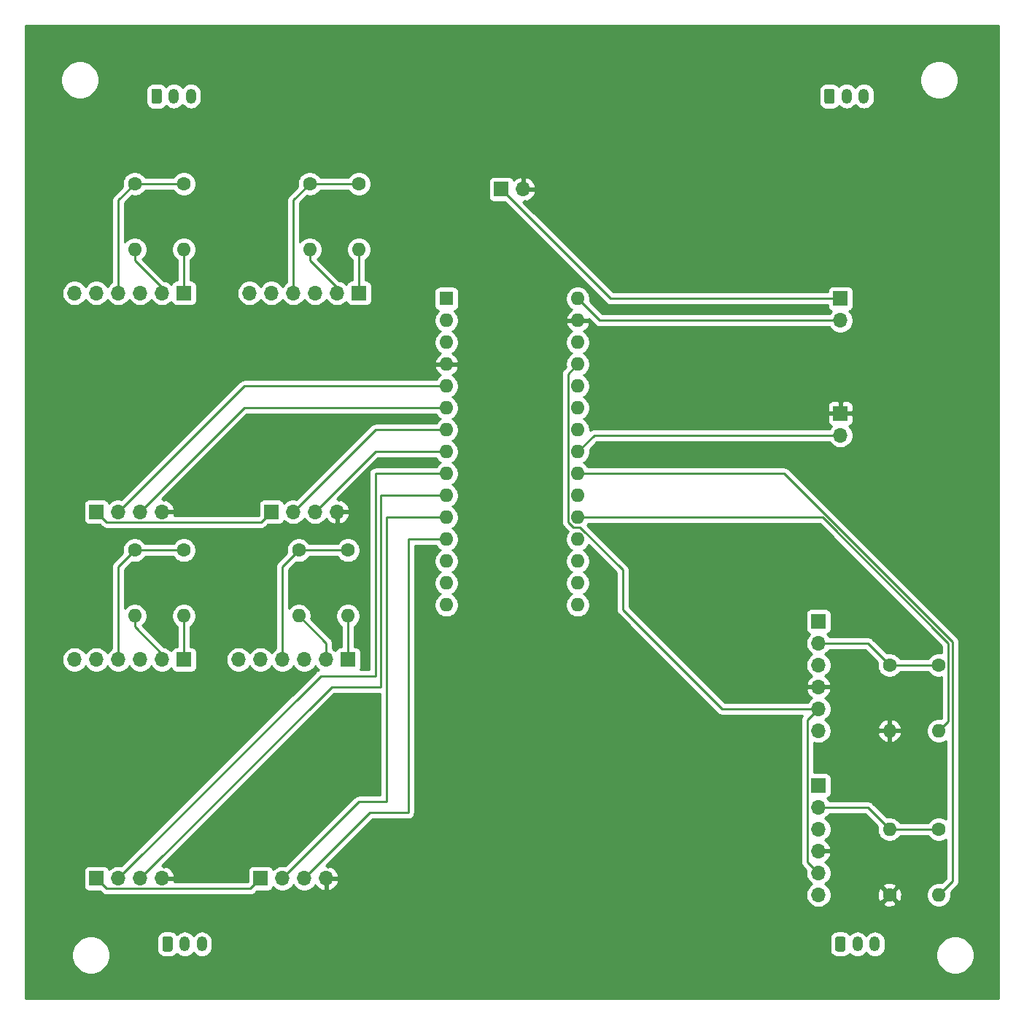
<source format=gbr>
%TF.GenerationSoftware,KiCad,Pcbnew,(5.1.9)-1*%
%TF.CreationDate,2022-01-30T23:42:19-06:00*%
%TF.ProjectId,V2_load_cell,56325f6c-6f61-4645-9f63-656c6c2e6b69,rev?*%
%TF.SameCoordinates,Original*%
%TF.FileFunction,Copper,L1,Top*%
%TF.FilePolarity,Positive*%
%FSLAX46Y46*%
G04 Gerber Fmt 4.6, Leading zero omitted, Abs format (unit mm)*
G04 Created by KiCad (PCBNEW (5.1.9)-1) date 2022-01-30 23:42:19*
%MOMM*%
%LPD*%
G01*
G04 APERTURE LIST*
%TA.AperFunction,ComponentPad*%
%ADD10O,1.700000X1.700000*%
%TD*%
%TA.AperFunction,ComponentPad*%
%ADD11R,1.700000X1.700000*%
%TD*%
%TA.AperFunction,ComponentPad*%
%ADD12O,1.600000X1.600000*%
%TD*%
%TA.AperFunction,ComponentPad*%
%ADD13R,1.600000X1.600000*%
%TD*%
%TA.AperFunction,ComponentPad*%
%ADD14O,1.200000X1.750000*%
%TD*%
%TA.AperFunction,ComponentPad*%
%ADD15C,1.600000*%
%TD*%
%TA.AperFunction,Conductor*%
%ADD16C,0.250000*%
%TD*%
%TA.AperFunction,Conductor*%
%ADD17C,0.254000*%
%TD*%
%TA.AperFunction,Conductor*%
%ADD18C,0.100000*%
%TD*%
G04 APERTURE END LIST*
D10*
%TO.P,SW1,2*%
%TO.N,/VIN*%
X107315000Y-46990000D03*
D11*
%TO.P,SW1,1*%
%TO.N,BAT*%
X107315000Y-44450000D03*
%TD*%
D10*
%TO.P,D1,2*%
%TO.N,/ST*%
X107315000Y-60325000D03*
D11*
%TO.P,D1,1*%
%TO.N,GND*%
X107315000Y-57785000D03*
%TD*%
D12*
%TO.P,A1,16*%
%TO.N,Net-(A1-Pad16)*%
X76835000Y-80010000D03*
%TO.P,A1,15*%
%TO.N,Net-(A1-Pad15)*%
X61595000Y-80010000D03*
%TO.P,A1,30*%
%TO.N,/VIN*%
X76835000Y-44450000D03*
%TO.P,A1,14*%
%TO.N,Net-(A1-Pad14)*%
X61595000Y-77470000D03*
%TO.P,A1,29*%
%TO.N,GND*%
X76835000Y-46990000D03*
%TO.P,A1,13*%
%TO.N,Net-(A1-Pad13)*%
X61595000Y-74930000D03*
%TO.P,A1,28*%
%TO.N,Net-(A1-Pad28)*%
X76835000Y-49530000D03*
%TO.P,A1,12*%
%TO.N,/SCK3*%
X61595000Y-72390000D03*
%TO.P,A1,27*%
%TO.N,VCC*%
X76835000Y-52070000D03*
%TO.P,A1,11*%
%TO.N,/DT3*%
X61595000Y-69850000D03*
%TO.P,A1,26*%
%TO.N,Net-(A1-Pad26)*%
X76835000Y-54610000D03*
%TO.P,A1,10*%
%TO.N,/SCK2*%
X61595000Y-67310000D03*
%TO.P,A1,25*%
%TO.N,Net-(A1-Pad25)*%
X76835000Y-57150000D03*
%TO.P,A1,9*%
%TO.N,/DT2*%
X61595000Y-64770000D03*
%TO.P,A1,24*%
%TO.N,Net-(A1-Pad24)*%
X76835000Y-59690000D03*
%TO.P,A1,8*%
%TO.N,/SCK1*%
X61595000Y-62230000D03*
%TO.P,A1,23*%
%TO.N,/ST*%
X76835000Y-62230000D03*
%TO.P,A1,7*%
%TO.N,/DT1*%
X61595000Y-59690000D03*
%TO.P,A1,22*%
%TO.N,/A3*%
X76835000Y-64770000D03*
%TO.P,A1,6*%
%TO.N,/SCK0*%
X61595000Y-57150000D03*
%TO.P,A1,21*%
%TO.N,/TX1*%
X76835000Y-67310000D03*
%TO.P,A1,5*%
%TO.N,/DT0*%
X61595000Y-54610000D03*
%TO.P,A1,20*%
%TO.N,/A1*%
X76835000Y-69850000D03*
%TO.P,A1,4*%
%TO.N,GND*%
X61595000Y-52070000D03*
%TO.P,A1,19*%
%TO.N,/TX0*%
X76835000Y-72390000D03*
%TO.P,A1,3*%
%TO.N,Net-(A1-Pad3)*%
X61595000Y-49530000D03*
%TO.P,A1,18*%
%TO.N,Net-(A1-Pad18)*%
X76835000Y-74930000D03*
%TO.P,A1,2*%
%TO.N,Net-(A1-Pad2)*%
X61595000Y-46990000D03*
%TO.P,A1,17*%
%TO.N,Net-(A1-Pad17)*%
X76835000Y-77470000D03*
D13*
%TO.P,A1,1*%
%TO.N,Net-(A1-Pad1)*%
X61595000Y-44450000D03*
%TD*%
%TO.P,J9,1*%
%TO.N,/A+3*%
%TA.AperFunction,ComponentPad*%
G36*
G01*
X106715000Y-120005001D02*
X106715000Y-118754999D01*
G75*
G02*
X106964999Y-118505000I249999J0D01*
G01*
X107665001Y-118505000D01*
G75*
G02*
X107915000Y-118754999I0J-249999D01*
G01*
X107915000Y-120005001D01*
G75*
G02*
X107665001Y-120255000I-249999J0D01*
G01*
X106964999Y-120255000D01*
G75*
G02*
X106715000Y-120005001I0J249999D01*
G01*
G37*
%TD.AperFunction*%
D14*
%TO.P,J9,2*%
%TO.N,/E-3*%
X109315000Y-119380000D03*
%TO.P,J9,3*%
%TO.N,/E+3*%
X111315000Y-119380000D03*
%TD*%
%TO.P,J8,3*%
%TO.N,/E+2*%
X33210000Y-119380000D03*
%TO.P,J8,2*%
%TO.N,/E-2*%
X31210000Y-119380000D03*
%TO.P,J8,1*%
%TO.N,/A+2*%
%TA.AperFunction,ComponentPad*%
G36*
G01*
X28610000Y-120005001D02*
X28610000Y-118754999D01*
G75*
G02*
X28859999Y-118505000I249999J0D01*
G01*
X29560001Y-118505000D01*
G75*
G02*
X29810000Y-118754999I0J-249999D01*
G01*
X29810000Y-120005001D01*
G75*
G02*
X29560001Y-120255000I-249999J0D01*
G01*
X28859999Y-120255000D01*
G75*
G02*
X28610000Y-120005001I0J249999D01*
G01*
G37*
%TD.AperFunction*%
%TD*%
D11*
%TO.P,J16,1*%
%TO.N,/E+3*%
X50165000Y-86360000D03*
D10*
%TO.P,J16,2*%
%TO.N,/E-3*%
X47625000Y-86360000D03*
%TO.P,J16,3*%
%TO.N,/A+3*%
X45085000Y-86360000D03*
%TO.P,J16,4*%
%TO.N,/sheet61D4FC90/A-*%
X42545000Y-86360000D03*
%TO.P,J16,5*%
%TO.N,Net-(J16-Pad5)*%
X40005000Y-86360000D03*
%TO.P,J16,6*%
%TO.N,Net-(J16-Pad6)*%
X37465000Y-86360000D03*
%TD*%
D15*
%TO.P,R12,1*%
%TO.N,GND*%
X113030000Y-113665000D03*
D12*
%TO.P,R12,2*%
%TO.N,/RX1*%
X113030000Y-106045000D03*
%TD*%
D15*
%TO.P,R11,1*%
%TO.N,/RX0*%
X113030000Y-86995000D03*
D12*
%TO.P,R11,2*%
%TO.N,GND*%
X113030000Y-94615000D03*
%TD*%
D15*
%TO.P,R10,1*%
%TO.N,/RX1*%
X118745000Y-106045000D03*
D12*
%TO.P,R10,2*%
%TO.N,/A3*%
X118745000Y-113665000D03*
%TD*%
D15*
%TO.P,R9,1*%
%TO.N,/RX0*%
X118745000Y-86995000D03*
D12*
%TO.P,R9,2*%
%TO.N,/A1*%
X118745000Y-94615000D03*
%TD*%
D11*
%TO.P,J1,1*%
%TO.N,BAT*%
X67945000Y-31750000D03*
D10*
%TO.P,J1,2*%
%TO.N,GND*%
X70485000Y-31750000D03*
%TD*%
%TO.P,J2,6*%
%TO.N,Net-(J2-Pad6)*%
X104775000Y-94615000D03*
%TO.P,J2,5*%
%TO.N,VCC*%
X104775000Y-92075000D03*
%TO.P,J2,4*%
%TO.N,GND*%
X104775000Y-89535000D03*
%TO.P,J2,3*%
%TO.N,/TX0*%
X104775000Y-86995000D03*
%TO.P,J2,2*%
%TO.N,/RX0*%
X104775000Y-84455000D03*
D11*
%TO.P,J2,1*%
%TO.N,Net-(J2-Pad1)*%
X104775000Y-81915000D03*
%TD*%
%TO.P,J3,1*%
%TO.N,Net-(J3-Pad1)*%
X104775000Y-100965000D03*
D10*
%TO.P,J3,2*%
%TO.N,/RX1*%
X104775000Y-103505000D03*
%TO.P,J3,3*%
%TO.N,/TX1*%
X104775000Y-106045000D03*
%TO.P,J3,4*%
%TO.N,GND*%
X104775000Y-108585000D03*
%TO.P,J3,5*%
%TO.N,VCC*%
X104775000Y-111125000D03*
%TO.P,J3,6*%
%TO.N,Net-(J3-Pad6)*%
X104775000Y-113665000D03*
%TD*%
D14*
%TO.P,J6,3*%
%TO.N,/E+0*%
X31940000Y-20955000D03*
%TO.P,J6,2*%
%TO.N,/E-0*%
X29940000Y-20955000D03*
%TO.P,J6,1*%
%TO.N,/A+0*%
%TA.AperFunction,ComponentPad*%
G36*
G01*
X27340000Y-21580001D02*
X27340000Y-20329999D01*
G75*
G02*
X27589999Y-20080000I249999J0D01*
G01*
X28290001Y-20080000D01*
G75*
G02*
X28540000Y-20329999I0J-249999D01*
G01*
X28540000Y-21580001D01*
G75*
G02*
X28290001Y-21830000I-249999J0D01*
G01*
X27589999Y-21830000D01*
G75*
G02*
X27340000Y-21580001I0J249999D01*
G01*
G37*
%TD.AperFunction*%
%TD*%
%TO.P,J7,1*%
%TO.N,/A+1*%
%TA.AperFunction,ComponentPad*%
G36*
G01*
X105445000Y-21580001D02*
X105445000Y-20329999D01*
G75*
G02*
X105694999Y-20080000I249999J0D01*
G01*
X106395001Y-20080000D01*
G75*
G02*
X106645000Y-20329999I0J-249999D01*
G01*
X106645000Y-21580001D01*
G75*
G02*
X106395001Y-21830000I-249999J0D01*
G01*
X105694999Y-21830000D01*
G75*
G02*
X105445000Y-21580001I0J249999D01*
G01*
G37*
%TD.AperFunction*%
%TO.P,J7,2*%
%TO.N,/E-1*%
X108045000Y-20955000D03*
%TO.P,J7,3*%
%TO.N,/E+1*%
X110045000Y-20955000D03*
%TD*%
D10*
%TO.P,J10,6*%
%TO.N,Net-(#U1-PadB+)*%
X18415000Y-43815000D03*
%TO.P,J10,5*%
%TO.N,Net-(#U1-PadB)*%
X20955000Y-43815000D03*
%TO.P,J10,4*%
%TO.N,/Sheet61D3CBFB/A-*%
X23495000Y-43815000D03*
%TO.P,J10,3*%
%TO.N,/A+0*%
X26035000Y-43815000D03*
%TO.P,J10,2*%
%TO.N,/E-0*%
X28575000Y-43815000D03*
D11*
%TO.P,J10,1*%
%TO.N,/E+0*%
X31115000Y-43815000D03*
%TD*%
D10*
%TO.P,J11,4*%
%TO.N,GND*%
X28575000Y-69215000D03*
%TO.P,J11,3*%
%TO.N,/SCK0*%
X26035000Y-69215000D03*
%TO.P,J11,2*%
%TO.N,/DT0*%
X23495000Y-69215000D03*
D11*
%TO.P,J11,1*%
%TO.N,VCC*%
X20955000Y-69215000D03*
%TD*%
%TO.P,J12,1*%
%TO.N,/E+1*%
X51435000Y-43815000D03*
D10*
%TO.P,J12,2*%
%TO.N,/E-1*%
X48895000Y-43815000D03*
%TO.P,J12,3*%
%TO.N,/A+1*%
X46355000Y-43815000D03*
%TO.P,J12,4*%
%TO.N,/sheet61D4E250/A-*%
X43815000Y-43815000D03*
%TO.P,J12,5*%
%TO.N,Net-(J12-Pad5)*%
X41275000Y-43815000D03*
%TO.P,J12,6*%
%TO.N,Net-(J12-Pad6)*%
X38735000Y-43815000D03*
%TD*%
D11*
%TO.P,J13,1*%
%TO.N,VCC*%
X41275000Y-69215000D03*
D10*
%TO.P,J13,2*%
%TO.N,/DT1*%
X43815000Y-69215000D03*
%TO.P,J13,3*%
%TO.N,/SCK1*%
X46355000Y-69215000D03*
%TO.P,J13,4*%
%TO.N,GND*%
X48895000Y-69215000D03*
%TD*%
%TO.P,J14,6*%
%TO.N,Net-(J14-Pad6)*%
X18415000Y-86360000D03*
%TO.P,J14,5*%
%TO.N,Net-(J14-Pad5)*%
X20955000Y-86360000D03*
%TO.P,J14,4*%
%TO.N,/sheet61D4EE5D/A-*%
X23495000Y-86360000D03*
%TO.P,J14,3*%
%TO.N,/A+2*%
X26035000Y-86360000D03*
%TO.P,J14,2*%
%TO.N,/E-2*%
X28575000Y-86360000D03*
D11*
%TO.P,J14,1*%
%TO.N,/E+2*%
X31115000Y-86360000D03*
%TD*%
%TO.P,J15,1*%
%TO.N,VCC*%
X20955000Y-111760000D03*
D10*
%TO.P,J15,2*%
%TO.N,/DT2*%
X23495000Y-111760000D03*
%TO.P,J15,3*%
%TO.N,/SCK2*%
X26035000Y-111760000D03*
%TO.P,J15,4*%
%TO.N,GND*%
X28575000Y-111760000D03*
%TD*%
%TO.P,J17,4*%
%TO.N,GND*%
X47625000Y-111760000D03*
%TO.P,J17,3*%
%TO.N,/SCK3*%
X45085000Y-111760000D03*
%TO.P,J17,2*%
%TO.N,/DT3*%
X42545000Y-111760000D03*
D11*
%TO.P,J17,1*%
%TO.N,VCC*%
X40005000Y-111760000D03*
%TD*%
D15*
%TO.P,R1,1*%
%TO.N,/Sheet61D3CBFB/A-*%
X25400000Y-31115000D03*
D12*
%TO.P,R1,2*%
%TO.N,/E-0*%
X25400000Y-38735000D03*
%TD*%
%TO.P,R2,2*%
%TO.N,/E+0*%
X31115000Y-38735000D03*
D15*
%TO.P,R2,1*%
%TO.N,/Sheet61D3CBFB/A-*%
X31115000Y-31115000D03*
%TD*%
%TO.P,R3,1*%
%TO.N,/sheet61D4E250/A-*%
X45720000Y-31115000D03*
D12*
%TO.P,R3,2*%
%TO.N,/E-1*%
X45720000Y-38735000D03*
%TD*%
%TO.P,R4,2*%
%TO.N,/E+1*%
X51435000Y-38735000D03*
D15*
%TO.P,R4,1*%
%TO.N,/sheet61D4E250/A-*%
X51435000Y-31115000D03*
%TD*%
D12*
%TO.P,R5,2*%
%TO.N,/E-2*%
X25400000Y-81280000D03*
D15*
%TO.P,R5,1*%
%TO.N,/sheet61D4EE5D/A-*%
X25400000Y-73660000D03*
%TD*%
%TO.P,R6,1*%
%TO.N,/sheet61D4EE5D/A-*%
X31115000Y-73660000D03*
D12*
%TO.P,R6,2*%
%TO.N,/E+2*%
X31115000Y-81280000D03*
%TD*%
%TO.P,R7,2*%
%TO.N,/E-3*%
X44450000Y-81280000D03*
D15*
%TO.P,R7,1*%
%TO.N,/sheet61D4FC90/A-*%
X44450000Y-73660000D03*
%TD*%
%TO.P,R8,1*%
%TO.N,/sheet61D4FC90/A-*%
X50165000Y-73660000D03*
D12*
%TO.P,R8,2*%
%TO.N,/E+3*%
X50165000Y-81280000D03*
%TD*%
D16*
%TO.N,VCC*%
X40099999Y-70390001D02*
X41275000Y-69215000D01*
X22130001Y-70390001D02*
X40099999Y-70390001D01*
X20955000Y-69215000D02*
X22130001Y-70390001D01*
X38829999Y-112935001D02*
X40005000Y-111760000D01*
X93584998Y-92075000D02*
X82059999Y-80550001D01*
X104775000Y-92075000D02*
X93584998Y-92075000D01*
X104775000Y-111125000D02*
X103505000Y-109855000D01*
X103505000Y-93345000D02*
X104775000Y-92075000D01*
X103505000Y-109855000D02*
X103505000Y-93345000D01*
X20955000Y-111760000D02*
X22130001Y-112935001D01*
X22130001Y-112935001D02*
X38829999Y-112935001D01*
X75709999Y-53195001D02*
X76835000Y-52070000D01*
X75709999Y-70390001D02*
X75709999Y-53195001D01*
X76294999Y-70975001D02*
X75709999Y-70390001D01*
X77085003Y-70975001D02*
X76294999Y-70975001D01*
X82059999Y-75949997D02*
X77085003Y-70975001D01*
X82059999Y-80550001D02*
X82059999Y-75949997D01*
%TO.N,/DT0*%
X23495000Y-69215000D02*
X38100000Y-54610000D01*
X38100000Y-54610000D02*
X61595000Y-54610000D01*
%TO.N,/SCK0*%
X26035000Y-69215000D02*
X38100000Y-57150000D01*
X38100000Y-57150000D02*
X61595000Y-57150000D01*
%TO.N,/SCK1*%
X53340000Y-62230000D02*
X46355000Y-69215000D01*
X53340000Y-62230000D02*
X61595000Y-62230000D01*
%TO.N,/DT1*%
X43815000Y-69215000D02*
X53340000Y-59690000D01*
X53340000Y-59690000D02*
X61595000Y-59690000D01*
%TO.N,/DT2*%
X53340000Y-64770000D02*
X61595000Y-64770000D01*
X53340000Y-88265000D02*
X53340000Y-64770000D01*
X46990000Y-88265000D02*
X53340000Y-88265000D01*
X23495000Y-111760000D02*
X46990000Y-88265000D01*
%TO.N,/SCK2*%
X48260000Y-89535000D02*
X26035000Y-111760000D01*
X53975000Y-89535000D02*
X48260000Y-89535000D01*
X53975000Y-67310000D02*
X53975000Y-89535000D01*
X53975000Y-67310000D02*
X61595000Y-67310000D01*
%TO.N,/DT3*%
X54610000Y-69850000D02*
X54610000Y-102870000D01*
X51435000Y-102870000D02*
X42545000Y-111760000D01*
X54610000Y-102870000D02*
X51435000Y-102870000D01*
X54610000Y-69850000D02*
X61595000Y-69850000D01*
%TO.N,/SCK3*%
X57150000Y-104140000D02*
X57150000Y-72390000D01*
X52705000Y-104140000D02*
X57150000Y-104140000D01*
X45085000Y-111760000D02*
X52705000Y-104140000D01*
X57150000Y-72390000D02*
X61595000Y-72390000D01*
%TO.N,/E+0*%
X31115000Y-40005000D02*
X31115000Y-43815000D01*
X31115000Y-40005000D02*
X31115000Y-38735000D01*
%TO.N,/E-0*%
X28575000Y-43180000D02*
X28575000Y-43815000D01*
X25400000Y-40005000D02*
X28575000Y-43180000D01*
X25400000Y-40005000D02*
X25400000Y-38735000D01*
%TO.N,/E-1*%
X48895000Y-43180000D02*
X48895000Y-43815000D01*
X45720000Y-40005000D02*
X48895000Y-43180000D01*
X45720000Y-40005000D02*
X45720000Y-38735000D01*
%TO.N,/E+1*%
X51435000Y-40005000D02*
X51435000Y-43815000D01*
X51435000Y-40005000D02*
X51435000Y-38735000D01*
%TO.N,/E+2*%
X31115000Y-82550000D02*
X31115000Y-86360000D01*
X31115000Y-82550000D02*
X31115000Y-81280000D01*
%TO.N,/E-2*%
X28575000Y-85725000D02*
X28575000Y-86360000D01*
X25400000Y-82550000D02*
X28575000Y-85725000D01*
X25400000Y-82550000D02*
X25400000Y-81280000D01*
%TO.N,/E-3*%
X47625000Y-85725000D02*
X47625000Y-86360000D01*
X47625000Y-84455000D02*
X44450000Y-81280000D01*
X47625000Y-86360000D02*
X47625000Y-84455000D01*
%TO.N,/E+3*%
X50165000Y-86360000D02*
X50165000Y-81280000D01*
%TO.N,/Sheet61D3CBFB/A-*%
X25400000Y-31115000D02*
X31115000Y-31115000D01*
X23495000Y-34290000D02*
X23495000Y-43815000D01*
X25400000Y-31115000D02*
X23495000Y-33020000D01*
X23495000Y-33020000D02*
X23495000Y-34290000D01*
%TO.N,/sheet61D4E250/A-*%
X45720000Y-31115000D02*
X51435000Y-31115000D01*
X43815000Y-34290000D02*
X43815000Y-43815000D01*
X45720000Y-31115000D02*
X43815000Y-33020000D01*
X43815000Y-33020000D02*
X43815000Y-34290000D01*
%TO.N,/sheet61D4EE5D/A-*%
X25400000Y-73660000D02*
X31115000Y-73660000D01*
X23495000Y-75565000D02*
X25400000Y-73660000D01*
X23495000Y-86360000D02*
X23495000Y-75565000D01*
%TO.N,/sheet61D4FC90/A-*%
X44450000Y-73660000D02*
X50165000Y-73660000D01*
X44450000Y-73660000D02*
X42545000Y-75565000D01*
X42545000Y-86360000D02*
X42545000Y-81519998D01*
X42545000Y-81519998D02*
X42545000Y-76200000D01*
X42545000Y-76200000D02*
X42545000Y-76835000D01*
X42545000Y-75565000D02*
X42545000Y-76200000D01*
%TO.N,/A3*%
X120320012Y-84278599D02*
X100811413Y-64770000D01*
X120320012Y-112089988D02*
X120320012Y-84278599D01*
X100811413Y-64770000D02*
X98425000Y-64770000D01*
X118745000Y-113665000D02*
X120320012Y-112089988D01*
X98425000Y-64770000D02*
X98821413Y-64770000D01*
X83185000Y-64770000D02*
X98425000Y-64770000D01*
X83185000Y-64770000D02*
X76835000Y-64770000D01*
%TO.N,/A1*%
X118745000Y-94615000D02*
X119870001Y-93489999D01*
X93980000Y-69850000D02*
X83185000Y-69850000D01*
X94375002Y-69850000D02*
X93980000Y-69850000D01*
X119870001Y-84464999D02*
X119870001Y-86850001D01*
X105255002Y-69850000D02*
X119870001Y-84464999D01*
X93980000Y-69850000D02*
X105255002Y-69850000D01*
X119870001Y-86850001D02*
X119870001Y-86454999D01*
X119870001Y-93489999D02*
X119870001Y-86850001D01*
X76835000Y-69850000D02*
X83185000Y-69850000D01*
%TO.N,/RX0*%
X110490000Y-84455000D02*
X113030000Y-86995000D01*
X104775000Y-84455000D02*
X110490000Y-84455000D01*
X113030000Y-86995000D02*
X114161370Y-86995000D01*
X114161370Y-86995000D02*
X118745000Y-86995000D01*
%TO.N,/RX1*%
X110490000Y-103505000D02*
X113030000Y-106045000D01*
X104775000Y-103505000D02*
X110490000Y-103505000D01*
X113030000Y-106045000D02*
X118745000Y-106045000D01*
%TO.N,/ST*%
X107315000Y-60325000D02*
X78740000Y-60325000D01*
X78740000Y-60325000D02*
X76835000Y-62230000D01*
%TO.N,/VIN*%
X79375000Y-46990000D02*
X76835000Y-44450000D01*
X107315000Y-46990000D02*
X79375000Y-46990000D01*
%TO.N,BAT*%
X80645000Y-44450000D02*
X67945000Y-31750000D01*
X107315000Y-44450000D02*
X80645000Y-44450000D01*
%TD*%
D17*
%TO.N,GND*%
X125680001Y-125705000D02*
X12725000Y-125705000D01*
X12725000Y-120429872D01*
X18085000Y-120429872D01*
X18085000Y-120870128D01*
X18170890Y-121301925D01*
X18339369Y-121708669D01*
X18583962Y-122074729D01*
X18895271Y-122386038D01*
X19261331Y-122630631D01*
X19668075Y-122799110D01*
X20099872Y-122885000D01*
X20540128Y-122885000D01*
X20971925Y-122799110D01*
X21378669Y-122630631D01*
X21744729Y-122386038D01*
X22056038Y-122074729D01*
X22300631Y-121708669D01*
X22469110Y-121301925D01*
X22555000Y-120870128D01*
X22555000Y-120429872D01*
X22469110Y-119998075D01*
X22300631Y-119591331D01*
X22056038Y-119225271D01*
X21744729Y-118913962D01*
X21506824Y-118754999D01*
X27971928Y-118754999D01*
X27971928Y-120005001D01*
X27988992Y-120178255D01*
X28039528Y-120344851D01*
X28121595Y-120498387D01*
X28232038Y-120632962D01*
X28366613Y-120743405D01*
X28520149Y-120825472D01*
X28686745Y-120876008D01*
X28859999Y-120893072D01*
X29560001Y-120893072D01*
X29733255Y-120876008D01*
X29899851Y-120825472D01*
X30053387Y-120743405D01*
X30187962Y-120632962D01*
X30298405Y-120498387D01*
X30300810Y-120493888D01*
X30332499Y-120532502D01*
X30520552Y-120686833D01*
X30735100Y-120801511D01*
X30967899Y-120872130D01*
X31210000Y-120895975D01*
X31452102Y-120872130D01*
X31684901Y-120801511D01*
X31899449Y-120686833D01*
X32087502Y-120532502D01*
X32210001Y-120383237D01*
X32332499Y-120532502D01*
X32520552Y-120686833D01*
X32735100Y-120801511D01*
X32967899Y-120872130D01*
X33210000Y-120895975D01*
X33452102Y-120872130D01*
X33684901Y-120801511D01*
X33899449Y-120686833D01*
X34087502Y-120532502D01*
X34241833Y-120344449D01*
X34356511Y-120129900D01*
X34427130Y-119897101D01*
X34445000Y-119715664D01*
X34445000Y-119044335D01*
X34427130Y-118862898D01*
X34394400Y-118754999D01*
X106076928Y-118754999D01*
X106076928Y-120005001D01*
X106093992Y-120178255D01*
X106144528Y-120344851D01*
X106226595Y-120498387D01*
X106337038Y-120632962D01*
X106471613Y-120743405D01*
X106625149Y-120825472D01*
X106791745Y-120876008D01*
X106964999Y-120893072D01*
X107665001Y-120893072D01*
X107838255Y-120876008D01*
X108004851Y-120825472D01*
X108158387Y-120743405D01*
X108292962Y-120632962D01*
X108403405Y-120498387D01*
X108405810Y-120493888D01*
X108437499Y-120532502D01*
X108625552Y-120686833D01*
X108840100Y-120801511D01*
X109072899Y-120872130D01*
X109315000Y-120895975D01*
X109557102Y-120872130D01*
X109789901Y-120801511D01*
X110004449Y-120686833D01*
X110192502Y-120532502D01*
X110315001Y-120383237D01*
X110437499Y-120532502D01*
X110625552Y-120686833D01*
X110840100Y-120801511D01*
X111072899Y-120872130D01*
X111315000Y-120895975D01*
X111557102Y-120872130D01*
X111789901Y-120801511D01*
X112004449Y-120686833D01*
X112192502Y-120532502D01*
X112276728Y-120429872D01*
X118415000Y-120429872D01*
X118415000Y-120870128D01*
X118500890Y-121301925D01*
X118669369Y-121708669D01*
X118913962Y-122074729D01*
X119225271Y-122386038D01*
X119591331Y-122630631D01*
X119998075Y-122799110D01*
X120429872Y-122885000D01*
X120870128Y-122885000D01*
X121301925Y-122799110D01*
X121708669Y-122630631D01*
X122074729Y-122386038D01*
X122386038Y-122074729D01*
X122630631Y-121708669D01*
X122799110Y-121301925D01*
X122885000Y-120870128D01*
X122885000Y-120429872D01*
X122799110Y-119998075D01*
X122630631Y-119591331D01*
X122386038Y-119225271D01*
X122074729Y-118913962D01*
X121708669Y-118669369D01*
X121301925Y-118500890D01*
X120870128Y-118415000D01*
X120429872Y-118415000D01*
X119998075Y-118500890D01*
X119591331Y-118669369D01*
X119225271Y-118913962D01*
X118913962Y-119225271D01*
X118669369Y-119591331D01*
X118500890Y-119998075D01*
X118415000Y-120429872D01*
X112276728Y-120429872D01*
X112346833Y-120344449D01*
X112461511Y-120129900D01*
X112532130Y-119897101D01*
X112550000Y-119715664D01*
X112550000Y-119044335D01*
X112532130Y-118862898D01*
X112461511Y-118630099D01*
X112346833Y-118415551D01*
X112192502Y-118227498D01*
X112004448Y-118073167D01*
X111789900Y-117958489D01*
X111557101Y-117887870D01*
X111315000Y-117864025D01*
X111072898Y-117887870D01*
X110840099Y-117958489D01*
X110625551Y-118073167D01*
X110437498Y-118227498D01*
X110315000Y-118376763D01*
X110192502Y-118227498D01*
X110004448Y-118073167D01*
X109789900Y-117958489D01*
X109557101Y-117887870D01*
X109315000Y-117864025D01*
X109072898Y-117887870D01*
X108840099Y-117958489D01*
X108625551Y-118073167D01*
X108437498Y-118227498D01*
X108405809Y-118266111D01*
X108403405Y-118261613D01*
X108292962Y-118127038D01*
X108158387Y-118016595D01*
X108004851Y-117934528D01*
X107838255Y-117883992D01*
X107665001Y-117866928D01*
X106964999Y-117866928D01*
X106791745Y-117883992D01*
X106625149Y-117934528D01*
X106471613Y-118016595D01*
X106337038Y-118127038D01*
X106226595Y-118261613D01*
X106144528Y-118415149D01*
X106093992Y-118581745D01*
X106076928Y-118754999D01*
X34394400Y-118754999D01*
X34356511Y-118630099D01*
X34241833Y-118415551D01*
X34087502Y-118227498D01*
X33899448Y-118073167D01*
X33684900Y-117958489D01*
X33452101Y-117887870D01*
X33210000Y-117864025D01*
X32967898Y-117887870D01*
X32735099Y-117958489D01*
X32520551Y-118073167D01*
X32332498Y-118227498D01*
X32210000Y-118376763D01*
X32087502Y-118227498D01*
X31899448Y-118073167D01*
X31684900Y-117958489D01*
X31452101Y-117887870D01*
X31210000Y-117864025D01*
X30967898Y-117887870D01*
X30735099Y-117958489D01*
X30520551Y-118073167D01*
X30332498Y-118227498D01*
X30300809Y-118266111D01*
X30298405Y-118261613D01*
X30187962Y-118127038D01*
X30053387Y-118016595D01*
X29899851Y-117934528D01*
X29733255Y-117883992D01*
X29560001Y-117866928D01*
X28859999Y-117866928D01*
X28686745Y-117883992D01*
X28520149Y-117934528D01*
X28366613Y-118016595D01*
X28232038Y-118127038D01*
X28121595Y-118261613D01*
X28039528Y-118415149D01*
X27988992Y-118581745D01*
X27971928Y-118754999D01*
X21506824Y-118754999D01*
X21378669Y-118669369D01*
X20971925Y-118500890D01*
X20540128Y-118415000D01*
X20099872Y-118415000D01*
X19668075Y-118500890D01*
X19261331Y-118669369D01*
X18895271Y-118913962D01*
X18583962Y-119225271D01*
X18339369Y-119591331D01*
X18170890Y-119998075D01*
X18085000Y-120429872D01*
X12725000Y-120429872D01*
X12725000Y-86213740D01*
X16930000Y-86213740D01*
X16930000Y-86506260D01*
X16987068Y-86793158D01*
X17099010Y-87063411D01*
X17261525Y-87306632D01*
X17468368Y-87513475D01*
X17711589Y-87675990D01*
X17981842Y-87787932D01*
X18268740Y-87845000D01*
X18561260Y-87845000D01*
X18848158Y-87787932D01*
X19118411Y-87675990D01*
X19361632Y-87513475D01*
X19568475Y-87306632D01*
X19685000Y-87132240D01*
X19801525Y-87306632D01*
X20008368Y-87513475D01*
X20251589Y-87675990D01*
X20521842Y-87787932D01*
X20808740Y-87845000D01*
X21101260Y-87845000D01*
X21388158Y-87787932D01*
X21658411Y-87675990D01*
X21901632Y-87513475D01*
X22108475Y-87306632D01*
X22225000Y-87132240D01*
X22341525Y-87306632D01*
X22548368Y-87513475D01*
X22791589Y-87675990D01*
X23061842Y-87787932D01*
X23348740Y-87845000D01*
X23641260Y-87845000D01*
X23928158Y-87787932D01*
X24198411Y-87675990D01*
X24441632Y-87513475D01*
X24648475Y-87306632D01*
X24765000Y-87132240D01*
X24881525Y-87306632D01*
X25088368Y-87513475D01*
X25331589Y-87675990D01*
X25601842Y-87787932D01*
X25888740Y-87845000D01*
X26181260Y-87845000D01*
X26468158Y-87787932D01*
X26738411Y-87675990D01*
X26981632Y-87513475D01*
X27188475Y-87306632D01*
X27305000Y-87132240D01*
X27421525Y-87306632D01*
X27628368Y-87513475D01*
X27871589Y-87675990D01*
X28141842Y-87787932D01*
X28428740Y-87845000D01*
X28721260Y-87845000D01*
X29008158Y-87787932D01*
X29278411Y-87675990D01*
X29521632Y-87513475D01*
X29653487Y-87381620D01*
X29675498Y-87454180D01*
X29734463Y-87564494D01*
X29813815Y-87661185D01*
X29910506Y-87740537D01*
X30020820Y-87799502D01*
X30140518Y-87835812D01*
X30265000Y-87848072D01*
X31965000Y-87848072D01*
X32089482Y-87835812D01*
X32209180Y-87799502D01*
X32319494Y-87740537D01*
X32416185Y-87661185D01*
X32495537Y-87564494D01*
X32554502Y-87454180D01*
X32590812Y-87334482D01*
X32603072Y-87210000D01*
X32603072Y-85510000D01*
X32590812Y-85385518D01*
X32554502Y-85265820D01*
X32495537Y-85155506D01*
X32416185Y-85058815D01*
X32319494Y-84979463D01*
X32209180Y-84920498D01*
X32089482Y-84884188D01*
X31965000Y-84871928D01*
X31875000Y-84871928D01*
X31875000Y-82498043D01*
X32029759Y-82394637D01*
X32229637Y-82194759D01*
X32386680Y-81959727D01*
X32494853Y-81698574D01*
X32550000Y-81421335D01*
X32550000Y-81138665D01*
X32494853Y-80861426D01*
X32386680Y-80600273D01*
X32229637Y-80365241D01*
X32029759Y-80165363D01*
X31794727Y-80008320D01*
X31533574Y-79900147D01*
X31256335Y-79845000D01*
X30973665Y-79845000D01*
X30696426Y-79900147D01*
X30435273Y-80008320D01*
X30200241Y-80165363D01*
X30000363Y-80365241D01*
X29843320Y-80600273D01*
X29735147Y-80861426D01*
X29680000Y-81138665D01*
X29680000Y-81421335D01*
X29735147Y-81698574D01*
X29843320Y-81959727D01*
X30000363Y-82194759D01*
X30200241Y-82394637D01*
X30355000Y-82498043D01*
X30355000Y-82512668D01*
X30355001Y-84871928D01*
X30265000Y-84871928D01*
X30140518Y-84884188D01*
X30020820Y-84920498D01*
X29910506Y-84979463D01*
X29813815Y-85058815D01*
X29734463Y-85155506D01*
X29675498Y-85265820D01*
X29653487Y-85338380D01*
X29521632Y-85206525D01*
X29278411Y-85044010D01*
X29008158Y-84932068D01*
X28819304Y-84894502D01*
X26317099Y-82392297D01*
X26514637Y-82194759D01*
X26671680Y-81959727D01*
X26779853Y-81698574D01*
X26835000Y-81421335D01*
X26835000Y-81138665D01*
X26779853Y-80861426D01*
X26671680Y-80600273D01*
X26514637Y-80365241D01*
X26314759Y-80165363D01*
X26079727Y-80008320D01*
X25818574Y-79900147D01*
X25541335Y-79845000D01*
X25258665Y-79845000D01*
X24981426Y-79900147D01*
X24720273Y-80008320D01*
X24485241Y-80165363D01*
X24285363Y-80365241D01*
X24255000Y-80410683D01*
X24255000Y-75879801D01*
X25076114Y-75058688D01*
X25258665Y-75095000D01*
X25541335Y-75095000D01*
X25818574Y-75039853D01*
X26079727Y-74931680D01*
X26314759Y-74774637D01*
X26514637Y-74574759D01*
X26618043Y-74420000D01*
X29896957Y-74420000D01*
X30000363Y-74574759D01*
X30200241Y-74774637D01*
X30435273Y-74931680D01*
X30696426Y-75039853D01*
X30973665Y-75095000D01*
X31256335Y-75095000D01*
X31533574Y-75039853D01*
X31794727Y-74931680D01*
X32029759Y-74774637D01*
X32229637Y-74574759D01*
X32386680Y-74339727D01*
X32494853Y-74078574D01*
X32550000Y-73801335D01*
X32550000Y-73518665D01*
X32494853Y-73241426D01*
X32386680Y-72980273D01*
X32229637Y-72745241D01*
X32029759Y-72545363D01*
X31794727Y-72388320D01*
X31533574Y-72280147D01*
X31256335Y-72225000D01*
X30973665Y-72225000D01*
X30696426Y-72280147D01*
X30435273Y-72388320D01*
X30200241Y-72545363D01*
X30000363Y-72745241D01*
X29896957Y-72900000D01*
X26618043Y-72900000D01*
X26514637Y-72745241D01*
X26314759Y-72545363D01*
X26079727Y-72388320D01*
X25818574Y-72280147D01*
X25541335Y-72225000D01*
X25258665Y-72225000D01*
X24981426Y-72280147D01*
X24720273Y-72388320D01*
X24485241Y-72545363D01*
X24285363Y-72745241D01*
X24128320Y-72980273D01*
X24020147Y-73241426D01*
X23965000Y-73518665D01*
X23965000Y-73801335D01*
X24001312Y-73983886D01*
X22983998Y-75001201D01*
X22955000Y-75024999D01*
X22931202Y-75053997D01*
X22931201Y-75053998D01*
X22860026Y-75140724D01*
X22789454Y-75272754D01*
X22766455Y-75348574D01*
X22745998Y-75416014D01*
X22738272Y-75494454D01*
X22731324Y-75565000D01*
X22735001Y-75602332D01*
X22735000Y-85081821D01*
X22548368Y-85206525D01*
X22341525Y-85413368D01*
X22225000Y-85587760D01*
X22108475Y-85413368D01*
X21901632Y-85206525D01*
X21658411Y-85044010D01*
X21388158Y-84932068D01*
X21101260Y-84875000D01*
X20808740Y-84875000D01*
X20521842Y-84932068D01*
X20251589Y-85044010D01*
X20008368Y-85206525D01*
X19801525Y-85413368D01*
X19685000Y-85587760D01*
X19568475Y-85413368D01*
X19361632Y-85206525D01*
X19118411Y-85044010D01*
X18848158Y-84932068D01*
X18561260Y-84875000D01*
X18268740Y-84875000D01*
X17981842Y-84932068D01*
X17711589Y-85044010D01*
X17468368Y-85206525D01*
X17261525Y-85413368D01*
X17099010Y-85656589D01*
X16987068Y-85926842D01*
X16930000Y-86213740D01*
X12725000Y-86213740D01*
X12725000Y-68365000D01*
X19466928Y-68365000D01*
X19466928Y-70065000D01*
X19479188Y-70189482D01*
X19515498Y-70309180D01*
X19574463Y-70419494D01*
X19653815Y-70516185D01*
X19750506Y-70595537D01*
X19860820Y-70654502D01*
X19980518Y-70690812D01*
X20105000Y-70703072D01*
X21368270Y-70703072D01*
X21566201Y-70901003D01*
X21590000Y-70930002D01*
X21705725Y-71024975D01*
X21837754Y-71095547D01*
X21981015Y-71139004D01*
X22092668Y-71150001D01*
X22092677Y-71150001D01*
X22130000Y-71153677D01*
X22167323Y-71150001D01*
X40062677Y-71150001D01*
X40099999Y-71153677D01*
X40137321Y-71150001D01*
X40137332Y-71150001D01*
X40248985Y-71139004D01*
X40392246Y-71095547D01*
X40524275Y-71024975D01*
X40640000Y-70930002D01*
X40663803Y-70900998D01*
X40861729Y-70703072D01*
X42125000Y-70703072D01*
X42249482Y-70690812D01*
X42369180Y-70654502D01*
X42479494Y-70595537D01*
X42576185Y-70516185D01*
X42655537Y-70419494D01*
X42714502Y-70309180D01*
X42736513Y-70236620D01*
X42868368Y-70368475D01*
X43111589Y-70530990D01*
X43381842Y-70642932D01*
X43668740Y-70700000D01*
X43961260Y-70700000D01*
X44248158Y-70642932D01*
X44518411Y-70530990D01*
X44761632Y-70368475D01*
X44968475Y-70161632D01*
X45085000Y-69987240D01*
X45201525Y-70161632D01*
X45408368Y-70368475D01*
X45651589Y-70530990D01*
X45921842Y-70642932D01*
X46208740Y-70700000D01*
X46501260Y-70700000D01*
X46788158Y-70642932D01*
X47058411Y-70530990D01*
X47301632Y-70368475D01*
X47508475Y-70161632D01*
X47630195Y-69979466D01*
X47699822Y-70096355D01*
X47894731Y-70312588D01*
X48128080Y-70486641D01*
X48390901Y-70611825D01*
X48538110Y-70656476D01*
X48768000Y-70535155D01*
X48768000Y-69342000D01*
X49022000Y-69342000D01*
X49022000Y-70535155D01*
X49251890Y-70656476D01*
X49399099Y-70611825D01*
X49661920Y-70486641D01*
X49895269Y-70312588D01*
X50090178Y-70096355D01*
X50239157Y-69846252D01*
X50336481Y-69571891D01*
X50215814Y-69342000D01*
X49022000Y-69342000D01*
X48768000Y-69342000D01*
X48748000Y-69342000D01*
X48748000Y-69088000D01*
X48768000Y-69088000D01*
X48768000Y-69068000D01*
X49022000Y-69068000D01*
X49022000Y-69088000D01*
X50215814Y-69088000D01*
X50336481Y-68858109D01*
X50239157Y-68583748D01*
X50090178Y-68333645D01*
X49895269Y-68117412D01*
X49661920Y-67943359D01*
X49399099Y-67818175D01*
X49251890Y-67773524D01*
X49022002Y-67894844D01*
X49022002Y-67730000D01*
X48914801Y-67730000D01*
X53654802Y-62990000D01*
X60376957Y-62990000D01*
X60480363Y-63144759D01*
X60680241Y-63344637D01*
X60912759Y-63500000D01*
X60680241Y-63655363D01*
X60480363Y-63855241D01*
X60376957Y-64010000D01*
X53377333Y-64010000D01*
X53340000Y-64006323D01*
X53302667Y-64010000D01*
X53191014Y-64020997D01*
X53047753Y-64064454D01*
X52915724Y-64135026D01*
X52799999Y-64229999D01*
X52705026Y-64345724D01*
X52634454Y-64477753D01*
X52590997Y-64621014D01*
X52576323Y-64770000D01*
X52580001Y-64807343D01*
X52580000Y-87505000D01*
X51577338Y-87505000D01*
X51604502Y-87454180D01*
X51640812Y-87334482D01*
X51653072Y-87210000D01*
X51653072Y-85510000D01*
X51640812Y-85385518D01*
X51604502Y-85265820D01*
X51545537Y-85155506D01*
X51466185Y-85058815D01*
X51369494Y-84979463D01*
X51259180Y-84920498D01*
X51139482Y-84884188D01*
X51015000Y-84871928D01*
X50925000Y-84871928D01*
X50925000Y-82498043D01*
X51079759Y-82394637D01*
X51279637Y-82194759D01*
X51436680Y-81959727D01*
X51544853Y-81698574D01*
X51600000Y-81421335D01*
X51600000Y-81138665D01*
X51544853Y-80861426D01*
X51436680Y-80600273D01*
X51279637Y-80365241D01*
X51079759Y-80165363D01*
X50844727Y-80008320D01*
X50583574Y-79900147D01*
X50306335Y-79845000D01*
X50023665Y-79845000D01*
X49746426Y-79900147D01*
X49485273Y-80008320D01*
X49250241Y-80165363D01*
X49050363Y-80365241D01*
X48893320Y-80600273D01*
X48785147Y-80861426D01*
X48730000Y-81138665D01*
X48730000Y-81421335D01*
X48785147Y-81698574D01*
X48893320Y-81959727D01*
X49050363Y-82194759D01*
X49250241Y-82394637D01*
X49405001Y-82498044D01*
X49405000Y-84871928D01*
X49315000Y-84871928D01*
X49190518Y-84884188D01*
X49070820Y-84920498D01*
X48960506Y-84979463D01*
X48863815Y-85058815D01*
X48784463Y-85155506D01*
X48725498Y-85265820D01*
X48703487Y-85338380D01*
X48571632Y-85206525D01*
X48385000Y-85081822D01*
X48385000Y-84492322D01*
X48388676Y-84454999D01*
X48385000Y-84417676D01*
X48385000Y-84417667D01*
X48374003Y-84306014D01*
X48330546Y-84162753D01*
X48312832Y-84129612D01*
X48259974Y-84030723D01*
X48188799Y-83943997D01*
X48165001Y-83914999D01*
X48136003Y-83891201D01*
X45848688Y-81603886D01*
X45885000Y-81421335D01*
X45885000Y-81138665D01*
X45829853Y-80861426D01*
X45721680Y-80600273D01*
X45564637Y-80365241D01*
X45364759Y-80165363D01*
X45129727Y-80008320D01*
X44868574Y-79900147D01*
X44591335Y-79845000D01*
X44308665Y-79845000D01*
X44031426Y-79900147D01*
X43770273Y-80008320D01*
X43535241Y-80165363D01*
X43335363Y-80365241D01*
X43305000Y-80410683D01*
X43305000Y-75879801D01*
X44126114Y-75058688D01*
X44308665Y-75095000D01*
X44591335Y-75095000D01*
X44868574Y-75039853D01*
X45129727Y-74931680D01*
X45364759Y-74774637D01*
X45564637Y-74574759D01*
X45668043Y-74420000D01*
X48946957Y-74420000D01*
X49050363Y-74574759D01*
X49250241Y-74774637D01*
X49485273Y-74931680D01*
X49746426Y-75039853D01*
X50023665Y-75095000D01*
X50306335Y-75095000D01*
X50583574Y-75039853D01*
X50844727Y-74931680D01*
X51079759Y-74774637D01*
X51279637Y-74574759D01*
X51436680Y-74339727D01*
X51544853Y-74078574D01*
X51600000Y-73801335D01*
X51600000Y-73518665D01*
X51544853Y-73241426D01*
X51436680Y-72980273D01*
X51279637Y-72745241D01*
X51079759Y-72545363D01*
X50844727Y-72388320D01*
X50583574Y-72280147D01*
X50306335Y-72225000D01*
X50023665Y-72225000D01*
X49746426Y-72280147D01*
X49485273Y-72388320D01*
X49250241Y-72545363D01*
X49050363Y-72745241D01*
X48946957Y-72900000D01*
X45668043Y-72900000D01*
X45564637Y-72745241D01*
X45364759Y-72545363D01*
X45129727Y-72388320D01*
X44868574Y-72280147D01*
X44591335Y-72225000D01*
X44308665Y-72225000D01*
X44031426Y-72280147D01*
X43770273Y-72388320D01*
X43535241Y-72545363D01*
X43335363Y-72745241D01*
X43178320Y-72980273D01*
X43070147Y-73241426D01*
X43015000Y-73518665D01*
X43015000Y-73801335D01*
X43051312Y-73983886D01*
X42034003Y-75001196D01*
X42004999Y-75024999D01*
X41949871Y-75092174D01*
X41910026Y-75140724D01*
X41877811Y-75200994D01*
X41839454Y-75272754D01*
X41795997Y-75416015D01*
X41785000Y-75527668D01*
X41785000Y-75527678D01*
X41781324Y-75565000D01*
X41785000Y-75602322D01*
X41785000Y-76872333D01*
X41785001Y-76872342D01*
X41785000Y-81557330D01*
X41785001Y-81557340D01*
X41785000Y-85081821D01*
X41598368Y-85206525D01*
X41391525Y-85413368D01*
X41275000Y-85587760D01*
X41158475Y-85413368D01*
X40951632Y-85206525D01*
X40708411Y-85044010D01*
X40438158Y-84932068D01*
X40151260Y-84875000D01*
X39858740Y-84875000D01*
X39571842Y-84932068D01*
X39301589Y-85044010D01*
X39058368Y-85206525D01*
X38851525Y-85413368D01*
X38735000Y-85587760D01*
X38618475Y-85413368D01*
X38411632Y-85206525D01*
X38168411Y-85044010D01*
X37898158Y-84932068D01*
X37611260Y-84875000D01*
X37318740Y-84875000D01*
X37031842Y-84932068D01*
X36761589Y-85044010D01*
X36518368Y-85206525D01*
X36311525Y-85413368D01*
X36149010Y-85656589D01*
X36037068Y-85926842D01*
X35980000Y-86213740D01*
X35980000Y-86506260D01*
X36037068Y-86793158D01*
X36149010Y-87063411D01*
X36311525Y-87306632D01*
X36518368Y-87513475D01*
X36761589Y-87675990D01*
X37031842Y-87787932D01*
X37318740Y-87845000D01*
X37611260Y-87845000D01*
X37898158Y-87787932D01*
X38168411Y-87675990D01*
X38411632Y-87513475D01*
X38618475Y-87306632D01*
X38735000Y-87132240D01*
X38851525Y-87306632D01*
X39058368Y-87513475D01*
X39301589Y-87675990D01*
X39571842Y-87787932D01*
X39858740Y-87845000D01*
X40151260Y-87845000D01*
X40438158Y-87787932D01*
X40708411Y-87675990D01*
X40951632Y-87513475D01*
X41158475Y-87306632D01*
X41275000Y-87132240D01*
X41391525Y-87306632D01*
X41598368Y-87513475D01*
X41841589Y-87675990D01*
X42111842Y-87787932D01*
X42398740Y-87845000D01*
X42691260Y-87845000D01*
X42978158Y-87787932D01*
X43248411Y-87675990D01*
X43491632Y-87513475D01*
X43698475Y-87306632D01*
X43815000Y-87132240D01*
X43931525Y-87306632D01*
X44138368Y-87513475D01*
X44381589Y-87675990D01*
X44651842Y-87787932D01*
X44938740Y-87845000D01*
X45231260Y-87845000D01*
X45518158Y-87787932D01*
X45788411Y-87675990D01*
X46031632Y-87513475D01*
X46238475Y-87306632D01*
X46355000Y-87132240D01*
X46471525Y-87306632D01*
X46678368Y-87513475D01*
X46731748Y-87549142D01*
X46697753Y-87559454D01*
X46565724Y-87630026D01*
X46449999Y-87724999D01*
X46426201Y-87753997D01*
X23861408Y-110318791D01*
X23641260Y-110275000D01*
X23348740Y-110275000D01*
X23061842Y-110332068D01*
X22791589Y-110444010D01*
X22548368Y-110606525D01*
X22416513Y-110738380D01*
X22394502Y-110665820D01*
X22335537Y-110555506D01*
X22256185Y-110458815D01*
X22159494Y-110379463D01*
X22049180Y-110320498D01*
X21929482Y-110284188D01*
X21805000Y-110271928D01*
X20105000Y-110271928D01*
X19980518Y-110284188D01*
X19860820Y-110320498D01*
X19750506Y-110379463D01*
X19653815Y-110458815D01*
X19574463Y-110555506D01*
X19515498Y-110665820D01*
X19479188Y-110785518D01*
X19466928Y-110910000D01*
X19466928Y-112610000D01*
X19479188Y-112734482D01*
X19515498Y-112854180D01*
X19574463Y-112964494D01*
X19653815Y-113061185D01*
X19750506Y-113140537D01*
X19860820Y-113199502D01*
X19980518Y-113235812D01*
X20105000Y-113248072D01*
X21368270Y-113248072D01*
X21566202Y-113446004D01*
X21590000Y-113475002D01*
X21705725Y-113569975D01*
X21837754Y-113640547D01*
X21981015Y-113684004D01*
X22092668Y-113695001D01*
X22092677Y-113695001D01*
X22130000Y-113698677D01*
X22167323Y-113695001D01*
X38792677Y-113695001D01*
X38829999Y-113698677D01*
X38867321Y-113695001D01*
X38867332Y-113695001D01*
X38978985Y-113684004D01*
X39122246Y-113640547D01*
X39254275Y-113569975D01*
X39370000Y-113475002D01*
X39393803Y-113445998D01*
X39591729Y-113248072D01*
X40855000Y-113248072D01*
X40979482Y-113235812D01*
X41099180Y-113199502D01*
X41209494Y-113140537D01*
X41306185Y-113061185D01*
X41385537Y-112964494D01*
X41444502Y-112854180D01*
X41466513Y-112781620D01*
X41598368Y-112913475D01*
X41841589Y-113075990D01*
X42111842Y-113187932D01*
X42398740Y-113245000D01*
X42691260Y-113245000D01*
X42978158Y-113187932D01*
X43248411Y-113075990D01*
X43491632Y-112913475D01*
X43698475Y-112706632D01*
X43815000Y-112532240D01*
X43931525Y-112706632D01*
X44138368Y-112913475D01*
X44381589Y-113075990D01*
X44651842Y-113187932D01*
X44938740Y-113245000D01*
X45231260Y-113245000D01*
X45518158Y-113187932D01*
X45788411Y-113075990D01*
X46031632Y-112913475D01*
X46238475Y-112706632D01*
X46360195Y-112524466D01*
X46429822Y-112641355D01*
X46624731Y-112857588D01*
X46858080Y-113031641D01*
X47120901Y-113156825D01*
X47268110Y-113201476D01*
X47498000Y-113080155D01*
X47498000Y-111887000D01*
X47752000Y-111887000D01*
X47752000Y-113080155D01*
X47981890Y-113201476D01*
X48129099Y-113156825D01*
X48391920Y-113031641D01*
X48625269Y-112857588D01*
X48820178Y-112641355D01*
X48969157Y-112391252D01*
X49066481Y-112116891D01*
X48945814Y-111887000D01*
X47752000Y-111887000D01*
X47498000Y-111887000D01*
X47478000Y-111887000D01*
X47478000Y-111633000D01*
X47498000Y-111633000D01*
X47498000Y-111613000D01*
X47752000Y-111613000D01*
X47752000Y-111633000D01*
X48945814Y-111633000D01*
X49066481Y-111403109D01*
X48969157Y-111128748D01*
X48820178Y-110878645D01*
X48625269Y-110662412D01*
X48391920Y-110488359D01*
X48129099Y-110363175D01*
X47981890Y-110318524D01*
X47752002Y-110439844D01*
X47752002Y-110275000D01*
X47644801Y-110275000D01*
X53019802Y-104900000D01*
X57112667Y-104900000D01*
X57150000Y-104903677D01*
X57187333Y-104900000D01*
X57298986Y-104889003D01*
X57442247Y-104845546D01*
X57574276Y-104774974D01*
X57690001Y-104680001D01*
X57784974Y-104564276D01*
X57855546Y-104432247D01*
X57899003Y-104288986D01*
X57913677Y-104140000D01*
X57910000Y-104102667D01*
X57910000Y-73150000D01*
X60376957Y-73150000D01*
X60480363Y-73304759D01*
X60680241Y-73504637D01*
X60912759Y-73660000D01*
X60680241Y-73815363D01*
X60480363Y-74015241D01*
X60323320Y-74250273D01*
X60215147Y-74511426D01*
X60160000Y-74788665D01*
X60160000Y-75071335D01*
X60215147Y-75348574D01*
X60323320Y-75609727D01*
X60480363Y-75844759D01*
X60680241Y-76044637D01*
X60912759Y-76200000D01*
X60680241Y-76355363D01*
X60480363Y-76555241D01*
X60323320Y-76790273D01*
X60215147Y-77051426D01*
X60160000Y-77328665D01*
X60160000Y-77611335D01*
X60215147Y-77888574D01*
X60323320Y-78149727D01*
X60480363Y-78384759D01*
X60680241Y-78584637D01*
X60912759Y-78740000D01*
X60680241Y-78895363D01*
X60480363Y-79095241D01*
X60323320Y-79330273D01*
X60215147Y-79591426D01*
X60160000Y-79868665D01*
X60160000Y-80151335D01*
X60215147Y-80428574D01*
X60323320Y-80689727D01*
X60480363Y-80924759D01*
X60680241Y-81124637D01*
X60915273Y-81281680D01*
X61176426Y-81389853D01*
X61453665Y-81445000D01*
X61736335Y-81445000D01*
X62013574Y-81389853D01*
X62274727Y-81281680D01*
X62509759Y-81124637D01*
X62709637Y-80924759D01*
X62866680Y-80689727D01*
X62974853Y-80428574D01*
X63030000Y-80151335D01*
X63030000Y-79868665D01*
X62974853Y-79591426D01*
X62866680Y-79330273D01*
X62709637Y-79095241D01*
X62509759Y-78895363D01*
X62277241Y-78740000D01*
X62509759Y-78584637D01*
X62709637Y-78384759D01*
X62866680Y-78149727D01*
X62974853Y-77888574D01*
X63030000Y-77611335D01*
X63030000Y-77328665D01*
X62974853Y-77051426D01*
X62866680Y-76790273D01*
X62709637Y-76555241D01*
X62509759Y-76355363D01*
X62277241Y-76200000D01*
X62509759Y-76044637D01*
X62709637Y-75844759D01*
X62866680Y-75609727D01*
X62974853Y-75348574D01*
X63030000Y-75071335D01*
X63030000Y-74788665D01*
X62974853Y-74511426D01*
X62866680Y-74250273D01*
X62709637Y-74015241D01*
X62509759Y-73815363D01*
X62277241Y-73660000D01*
X62509759Y-73504637D01*
X62709637Y-73304759D01*
X62866680Y-73069727D01*
X62974853Y-72808574D01*
X63030000Y-72531335D01*
X63030000Y-72248665D01*
X62974853Y-71971426D01*
X62866680Y-71710273D01*
X62709637Y-71475241D01*
X62509759Y-71275363D01*
X62277241Y-71120000D01*
X62509759Y-70964637D01*
X62709637Y-70764759D01*
X62866680Y-70529727D01*
X62974853Y-70268574D01*
X63030000Y-69991335D01*
X63030000Y-69708665D01*
X62974853Y-69431426D01*
X62866680Y-69170273D01*
X62709637Y-68935241D01*
X62509759Y-68735363D01*
X62277241Y-68580000D01*
X62509759Y-68424637D01*
X62709637Y-68224759D01*
X62866680Y-67989727D01*
X62974853Y-67728574D01*
X63030000Y-67451335D01*
X63030000Y-67168665D01*
X62974853Y-66891426D01*
X62866680Y-66630273D01*
X62709637Y-66395241D01*
X62509759Y-66195363D01*
X62277241Y-66040000D01*
X62509759Y-65884637D01*
X62709637Y-65684759D01*
X62866680Y-65449727D01*
X62974853Y-65188574D01*
X63030000Y-64911335D01*
X63030000Y-64628665D01*
X62974853Y-64351426D01*
X62866680Y-64090273D01*
X62709637Y-63855241D01*
X62509759Y-63655363D01*
X62277241Y-63500000D01*
X62509759Y-63344637D01*
X62709637Y-63144759D01*
X62866680Y-62909727D01*
X62974853Y-62648574D01*
X63030000Y-62371335D01*
X63030000Y-62088665D01*
X62974853Y-61811426D01*
X62866680Y-61550273D01*
X62709637Y-61315241D01*
X62509759Y-61115363D01*
X62277241Y-60960000D01*
X62509759Y-60804637D01*
X62709637Y-60604759D01*
X62866680Y-60369727D01*
X62974853Y-60108574D01*
X63030000Y-59831335D01*
X63030000Y-59548665D01*
X62974853Y-59271426D01*
X62866680Y-59010273D01*
X62709637Y-58775241D01*
X62509759Y-58575363D01*
X62277241Y-58420000D01*
X62509759Y-58264637D01*
X62709637Y-58064759D01*
X62866680Y-57829727D01*
X62974853Y-57568574D01*
X63030000Y-57291335D01*
X63030000Y-57008665D01*
X62974853Y-56731426D01*
X62866680Y-56470273D01*
X62709637Y-56235241D01*
X62509759Y-56035363D01*
X62277241Y-55880000D01*
X62509759Y-55724637D01*
X62709637Y-55524759D01*
X62866680Y-55289727D01*
X62974853Y-55028574D01*
X63030000Y-54751335D01*
X63030000Y-54468665D01*
X62974853Y-54191426D01*
X62866680Y-53930273D01*
X62709637Y-53695241D01*
X62509759Y-53495363D01*
X62274727Y-53338320D01*
X62264135Y-53333933D01*
X62450131Y-53222385D01*
X62480328Y-53195001D01*
X74946323Y-53195001D01*
X74950000Y-53232334D01*
X74949999Y-70352679D01*
X74946323Y-70390001D01*
X74949999Y-70427323D01*
X74949999Y-70427333D01*
X74960996Y-70538986D01*
X74992527Y-70642932D01*
X75004453Y-70682247D01*
X75075025Y-70814277D01*
X75114870Y-70862827D01*
X75169998Y-70930002D01*
X75199001Y-70953804D01*
X75720400Y-71475204D01*
X75720363Y-71475241D01*
X75563320Y-71710273D01*
X75455147Y-71971426D01*
X75400000Y-72248665D01*
X75400000Y-72531335D01*
X75455147Y-72808574D01*
X75563320Y-73069727D01*
X75720363Y-73304759D01*
X75920241Y-73504637D01*
X76152759Y-73660000D01*
X75920241Y-73815363D01*
X75720363Y-74015241D01*
X75563320Y-74250273D01*
X75455147Y-74511426D01*
X75400000Y-74788665D01*
X75400000Y-75071335D01*
X75455147Y-75348574D01*
X75563320Y-75609727D01*
X75720363Y-75844759D01*
X75920241Y-76044637D01*
X76152759Y-76200000D01*
X75920241Y-76355363D01*
X75720363Y-76555241D01*
X75563320Y-76790273D01*
X75455147Y-77051426D01*
X75400000Y-77328665D01*
X75400000Y-77611335D01*
X75455147Y-77888574D01*
X75563320Y-78149727D01*
X75720363Y-78384759D01*
X75920241Y-78584637D01*
X76152759Y-78740000D01*
X75920241Y-78895363D01*
X75720363Y-79095241D01*
X75563320Y-79330273D01*
X75455147Y-79591426D01*
X75400000Y-79868665D01*
X75400000Y-80151335D01*
X75455147Y-80428574D01*
X75563320Y-80689727D01*
X75720363Y-80924759D01*
X75920241Y-81124637D01*
X76155273Y-81281680D01*
X76416426Y-81389853D01*
X76693665Y-81445000D01*
X76976335Y-81445000D01*
X77253574Y-81389853D01*
X77514727Y-81281680D01*
X77749759Y-81124637D01*
X77949637Y-80924759D01*
X78106680Y-80689727D01*
X78214853Y-80428574D01*
X78270000Y-80151335D01*
X78270000Y-79868665D01*
X78214853Y-79591426D01*
X78106680Y-79330273D01*
X77949637Y-79095241D01*
X77749759Y-78895363D01*
X77517241Y-78740000D01*
X77749759Y-78584637D01*
X77949637Y-78384759D01*
X78106680Y-78149727D01*
X78214853Y-77888574D01*
X78270000Y-77611335D01*
X78270000Y-77328665D01*
X78214853Y-77051426D01*
X78106680Y-76790273D01*
X77949637Y-76555241D01*
X77749759Y-76355363D01*
X77517241Y-76200000D01*
X77749759Y-76044637D01*
X77949637Y-75844759D01*
X78106680Y-75609727D01*
X78214853Y-75348574D01*
X78270000Y-75071335D01*
X78270000Y-74788665D01*
X78214853Y-74511426D01*
X78106680Y-74250273D01*
X77949637Y-74015241D01*
X77749759Y-73815363D01*
X77517241Y-73660000D01*
X77749759Y-73504637D01*
X77949637Y-73304759D01*
X78105978Y-73070777D01*
X81300000Y-76264800D01*
X81299999Y-80512678D01*
X81296323Y-80550001D01*
X81299999Y-80587323D01*
X81299999Y-80587333D01*
X81310996Y-80698986D01*
X81346022Y-80814452D01*
X81354453Y-80842247D01*
X81425025Y-80974277D01*
X81464870Y-81022827D01*
X81519998Y-81090002D01*
X81549002Y-81113805D01*
X93021199Y-92586003D01*
X93044997Y-92615001D01*
X93073995Y-92638799D01*
X93160721Y-92709974D01*
X93191308Y-92726323D01*
X93292751Y-92780546D01*
X93436012Y-92824003D01*
X93547665Y-92835000D01*
X93547675Y-92835000D01*
X93584998Y-92838676D01*
X93622321Y-92835000D01*
X102940379Y-92835000D01*
X102870026Y-92920724D01*
X102799454Y-93052754D01*
X102755998Y-93196015D01*
X102741324Y-93345000D01*
X102745001Y-93382333D01*
X102745000Y-109817678D01*
X102741324Y-109855000D01*
X102745000Y-109892322D01*
X102745000Y-109892332D01*
X102755997Y-110003985D01*
X102799454Y-110147246D01*
X102870026Y-110279276D01*
X102909871Y-110327826D01*
X102964999Y-110395001D01*
X102994003Y-110418804D01*
X103333791Y-110758592D01*
X103290000Y-110978740D01*
X103290000Y-111271260D01*
X103347068Y-111558158D01*
X103459010Y-111828411D01*
X103621525Y-112071632D01*
X103828368Y-112278475D01*
X104002760Y-112395000D01*
X103828368Y-112511525D01*
X103621525Y-112718368D01*
X103459010Y-112961589D01*
X103347068Y-113231842D01*
X103290000Y-113518740D01*
X103290000Y-113811260D01*
X103347068Y-114098158D01*
X103459010Y-114368411D01*
X103621525Y-114611632D01*
X103828368Y-114818475D01*
X104071589Y-114980990D01*
X104341842Y-115092932D01*
X104628740Y-115150000D01*
X104921260Y-115150000D01*
X105208158Y-115092932D01*
X105478411Y-114980990D01*
X105721632Y-114818475D01*
X105882405Y-114657702D01*
X112216903Y-114657702D01*
X112288486Y-114901671D01*
X112543996Y-115022571D01*
X112818184Y-115091300D01*
X113100512Y-115105217D01*
X113380130Y-115063787D01*
X113646292Y-114968603D01*
X113771514Y-114901671D01*
X113843097Y-114657702D01*
X113030000Y-113844605D01*
X112216903Y-114657702D01*
X105882405Y-114657702D01*
X105928475Y-114611632D01*
X106090990Y-114368411D01*
X106202932Y-114098158D01*
X106260000Y-113811260D01*
X106260000Y-113735512D01*
X111589783Y-113735512D01*
X111631213Y-114015130D01*
X111726397Y-114281292D01*
X111793329Y-114406514D01*
X112037298Y-114478097D01*
X112850395Y-113665000D01*
X113209605Y-113665000D01*
X114022702Y-114478097D01*
X114266671Y-114406514D01*
X114387571Y-114151004D01*
X114456300Y-113876816D01*
X114470217Y-113594488D01*
X114428787Y-113314870D01*
X114333603Y-113048708D01*
X114266671Y-112923486D01*
X114022702Y-112851903D01*
X113209605Y-113665000D01*
X112850395Y-113665000D01*
X112037298Y-112851903D01*
X111793329Y-112923486D01*
X111672429Y-113178996D01*
X111603700Y-113453184D01*
X111589783Y-113735512D01*
X106260000Y-113735512D01*
X106260000Y-113518740D01*
X106202932Y-113231842D01*
X106090990Y-112961589D01*
X105928475Y-112718368D01*
X105882405Y-112672298D01*
X112216903Y-112672298D01*
X113030000Y-113485395D01*
X113843097Y-112672298D01*
X113771514Y-112428329D01*
X113516004Y-112307429D01*
X113241816Y-112238700D01*
X112959488Y-112224783D01*
X112679870Y-112266213D01*
X112413708Y-112361397D01*
X112288486Y-112428329D01*
X112216903Y-112672298D01*
X105882405Y-112672298D01*
X105721632Y-112511525D01*
X105547240Y-112395000D01*
X105721632Y-112278475D01*
X105928475Y-112071632D01*
X106090990Y-111828411D01*
X106202932Y-111558158D01*
X106260000Y-111271260D01*
X106260000Y-110978740D01*
X106202932Y-110691842D01*
X106090990Y-110421589D01*
X105928475Y-110178368D01*
X105721632Y-109971525D01*
X105539466Y-109849805D01*
X105656355Y-109780178D01*
X105872588Y-109585269D01*
X106046641Y-109351920D01*
X106171825Y-109089099D01*
X106216476Y-108941890D01*
X106095155Y-108712000D01*
X104902000Y-108712000D01*
X104902000Y-108732000D01*
X104648000Y-108732000D01*
X104648000Y-108712000D01*
X104628000Y-108712000D01*
X104628000Y-108458000D01*
X104648000Y-108458000D01*
X104648000Y-108438000D01*
X104902000Y-108438000D01*
X104902000Y-108458000D01*
X106095155Y-108458000D01*
X106216476Y-108228110D01*
X106171825Y-108080901D01*
X106046641Y-107818080D01*
X105872588Y-107584731D01*
X105656355Y-107389822D01*
X105539466Y-107320195D01*
X105721632Y-107198475D01*
X105928475Y-106991632D01*
X106090990Y-106748411D01*
X106202932Y-106478158D01*
X106260000Y-106191260D01*
X106260000Y-105898740D01*
X106202932Y-105611842D01*
X106090990Y-105341589D01*
X105928475Y-105098368D01*
X105721632Y-104891525D01*
X105547240Y-104775000D01*
X105721632Y-104658475D01*
X105928475Y-104451632D01*
X106053178Y-104265000D01*
X110175199Y-104265000D01*
X111631312Y-105721114D01*
X111595000Y-105903665D01*
X111595000Y-106186335D01*
X111650147Y-106463574D01*
X111758320Y-106724727D01*
X111915363Y-106959759D01*
X112115241Y-107159637D01*
X112350273Y-107316680D01*
X112611426Y-107424853D01*
X112888665Y-107480000D01*
X113171335Y-107480000D01*
X113448574Y-107424853D01*
X113709727Y-107316680D01*
X113944759Y-107159637D01*
X114144637Y-106959759D01*
X114248043Y-106805000D01*
X117526957Y-106805000D01*
X117630363Y-106959759D01*
X117830241Y-107159637D01*
X118065273Y-107316680D01*
X118326426Y-107424853D01*
X118603665Y-107480000D01*
X118886335Y-107480000D01*
X119163574Y-107424853D01*
X119424727Y-107316680D01*
X119560012Y-107226286D01*
X119560012Y-111775186D01*
X119068886Y-112266312D01*
X118886335Y-112230000D01*
X118603665Y-112230000D01*
X118326426Y-112285147D01*
X118065273Y-112393320D01*
X117830241Y-112550363D01*
X117630363Y-112750241D01*
X117473320Y-112985273D01*
X117365147Y-113246426D01*
X117310000Y-113523665D01*
X117310000Y-113806335D01*
X117365147Y-114083574D01*
X117473320Y-114344727D01*
X117630363Y-114579759D01*
X117830241Y-114779637D01*
X118065273Y-114936680D01*
X118326426Y-115044853D01*
X118603665Y-115100000D01*
X118886335Y-115100000D01*
X119163574Y-115044853D01*
X119424727Y-114936680D01*
X119659759Y-114779637D01*
X119859637Y-114579759D01*
X120016680Y-114344727D01*
X120124853Y-114083574D01*
X120180000Y-113806335D01*
X120180000Y-113523665D01*
X120143688Y-113341114D01*
X120831016Y-112653786D01*
X120860013Y-112629989D01*
X120954986Y-112514264D01*
X121025558Y-112382235D01*
X121069015Y-112238974D01*
X121080012Y-112127321D01*
X121080012Y-112127312D01*
X121083688Y-112089989D01*
X121080012Y-112052666D01*
X121080012Y-84315921D01*
X121083688Y-84278598D01*
X121080012Y-84241275D01*
X121080012Y-84241266D01*
X121069015Y-84129613D01*
X121025558Y-83986352D01*
X120954986Y-83854323D01*
X120860013Y-83738598D01*
X120831015Y-83714800D01*
X101375217Y-64259003D01*
X101351414Y-64229999D01*
X101235689Y-64135026D01*
X101103660Y-64064454D01*
X100960399Y-64020997D01*
X100848746Y-64010000D01*
X100848735Y-64010000D01*
X100811413Y-64006324D01*
X100774091Y-64010000D01*
X78053043Y-64010000D01*
X77949637Y-63855241D01*
X77749759Y-63655363D01*
X77517241Y-63500000D01*
X77749759Y-63344637D01*
X77949637Y-63144759D01*
X78106680Y-62909727D01*
X78214853Y-62648574D01*
X78270000Y-62371335D01*
X78270000Y-62088665D01*
X78233688Y-61906114D01*
X79054802Y-61085000D01*
X106036822Y-61085000D01*
X106161525Y-61271632D01*
X106368368Y-61478475D01*
X106611589Y-61640990D01*
X106881842Y-61752932D01*
X107168740Y-61810000D01*
X107461260Y-61810000D01*
X107748158Y-61752932D01*
X108018411Y-61640990D01*
X108261632Y-61478475D01*
X108468475Y-61271632D01*
X108630990Y-61028411D01*
X108742932Y-60758158D01*
X108800000Y-60471260D01*
X108800000Y-60178740D01*
X108742932Y-59891842D01*
X108630990Y-59621589D01*
X108468475Y-59378368D01*
X108336620Y-59246513D01*
X108409180Y-59224502D01*
X108519494Y-59165537D01*
X108616185Y-59086185D01*
X108695537Y-58989494D01*
X108754502Y-58879180D01*
X108790812Y-58759482D01*
X108803072Y-58635000D01*
X108800000Y-58070750D01*
X108641250Y-57912000D01*
X107442000Y-57912000D01*
X107442000Y-57932000D01*
X107188000Y-57932000D01*
X107188000Y-57912000D01*
X105988750Y-57912000D01*
X105830000Y-58070750D01*
X105826928Y-58635000D01*
X105839188Y-58759482D01*
X105875498Y-58879180D01*
X105934463Y-58989494D01*
X106013815Y-59086185D01*
X106110506Y-59165537D01*
X106220820Y-59224502D01*
X106293380Y-59246513D01*
X106161525Y-59378368D01*
X106036822Y-59565000D01*
X78777323Y-59565000D01*
X78740000Y-59561324D01*
X78702677Y-59565000D01*
X78702667Y-59565000D01*
X78591014Y-59575997D01*
X78447753Y-59619454D01*
X78315724Y-59690026D01*
X78270000Y-59727551D01*
X78270000Y-59548665D01*
X78214853Y-59271426D01*
X78106680Y-59010273D01*
X77949637Y-58775241D01*
X77749759Y-58575363D01*
X77517241Y-58420000D01*
X77749759Y-58264637D01*
X77949637Y-58064759D01*
X78106680Y-57829727D01*
X78214853Y-57568574D01*
X78270000Y-57291335D01*
X78270000Y-57008665D01*
X78255347Y-56935000D01*
X105826928Y-56935000D01*
X105830000Y-57499250D01*
X105988750Y-57658000D01*
X107188000Y-57658000D01*
X107188000Y-56458750D01*
X107442000Y-56458750D01*
X107442000Y-57658000D01*
X108641250Y-57658000D01*
X108800000Y-57499250D01*
X108803072Y-56935000D01*
X108790812Y-56810518D01*
X108754502Y-56690820D01*
X108695537Y-56580506D01*
X108616185Y-56483815D01*
X108519494Y-56404463D01*
X108409180Y-56345498D01*
X108289482Y-56309188D01*
X108165000Y-56296928D01*
X107600750Y-56300000D01*
X107442000Y-56458750D01*
X107188000Y-56458750D01*
X107029250Y-56300000D01*
X106465000Y-56296928D01*
X106340518Y-56309188D01*
X106220820Y-56345498D01*
X106110506Y-56404463D01*
X106013815Y-56483815D01*
X105934463Y-56580506D01*
X105875498Y-56690820D01*
X105839188Y-56810518D01*
X105826928Y-56935000D01*
X78255347Y-56935000D01*
X78214853Y-56731426D01*
X78106680Y-56470273D01*
X77949637Y-56235241D01*
X77749759Y-56035363D01*
X77517241Y-55880000D01*
X77749759Y-55724637D01*
X77949637Y-55524759D01*
X78106680Y-55289727D01*
X78214853Y-55028574D01*
X78270000Y-54751335D01*
X78270000Y-54468665D01*
X78214853Y-54191426D01*
X78106680Y-53930273D01*
X77949637Y-53695241D01*
X77749759Y-53495363D01*
X77517241Y-53340000D01*
X77749759Y-53184637D01*
X77949637Y-52984759D01*
X78106680Y-52749727D01*
X78214853Y-52488574D01*
X78270000Y-52211335D01*
X78270000Y-51928665D01*
X78214853Y-51651426D01*
X78106680Y-51390273D01*
X77949637Y-51155241D01*
X77749759Y-50955363D01*
X77517241Y-50800000D01*
X77749759Y-50644637D01*
X77949637Y-50444759D01*
X78106680Y-50209727D01*
X78214853Y-49948574D01*
X78270000Y-49671335D01*
X78270000Y-49388665D01*
X78214853Y-49111426D01*
X78106680Y-48850273D01*
X77949637Y-48615241D01*
X77749759Y-48415363D01*
X77514727Y-48258320D01*
X77504135Y-48253933D01*
X77690131Y-48142385D01*
X77898519Y-47953414D01*
X78066037Y-47727420D01*
X78186246Y-47473087D01*
X78226904Y-47339039D01*
X78104915Y-47117000D01*
X76962000Y-47117000D01*
X76962000Y-47137000D01*
X76708000Y-47137000D01*
X76708000Y-47117000D01*
X75565085Y-47117000D01*
X75443096Y-47339039D01*
X75483754Y-47473087D01*
X75603963Y-47727420D01*
X75771481Y-47953414D01*
X75979869Y-48142385D01*
X76165865Y-48253933D01*
X76155273Y-48258320D01*
X75920241Y-48415363D01*
X75720363Y-48615241D01*
X75563320Y-48850273D01*
X75455147Y-49111426D01*
X75400000Y-49388665D01*
X75400000Y-49671335D01*
X75455147Y-49948574D01*
X75563320Y-50209727D01*
X75720363Y-50444759D01*
X75920241Y-50644637D01*
X76152759Y-50800000D01*
X75920241Y-50955363D01*
X75720363Y-51155241D01*
X75563320Y-51390273D01*
X75455147Y-51651426D01*
X75400000Y-51928665D01*
X75400000Y-52211335D01*
X75436312Y-52393887D01*
X75198997Y-52631202D01*
X75169999Y-52655000D01*
X75146201Y-52683998D01*
X75146200Y-52683999D01*
X75075025Y-52770725D01*
X75004453Y-52902755D01*
X74979578Y-52984759D01*
X74964820Y-53033414D01*
X74960997Y-53046016D01*
X74946323Y-53195001D01*
X62480328Y-53195001D01*
X62658519Y-53033414D01*
X62826037Y-52807420D01*
X62946246Y-52553087D01*
X62986904Y-52419039D01*
X62864915Y-52197000D01*
X61722000Y-52197000D01*
X61722000Y-52217000D01*
X61468000Y-52217000D01*
X61468000Y-52197000D01*
X60325085Y-52197000D01*
X60203096Y-52419039D01*
X60243754Y-52553087D01*
X60363963Y-52807420D01*
X60531481Y-53033414D01*
X60739869Y-53222385D01*
X60925865Y-53333933D01*
X60915273Y-53338320D01*
X60680241Y-53495363D01*
X60480363Y-53695241D01*
X60376957Y-53850000D01*
X38137322Y-53850000D01*
X38099999Y-53846324D01*
X38062676Y-53850000D01*
X38062667Y-53850000D01*
X37951014Y-53860997D01*
X37820633Y-53900547D01*
X37807753Y-53904454D01*
X37675723Y-53975026D01*
X37592083Y-54043668D01*
X37559999Y-54069999D01*
X37536201Y-54098997D01*
X23861408Y-67773791D01*
X23641260Y-67730000D01*
X23348740Y-67730000D01*
X23061842Y-67787068D01*
X22791589Y-67899010D01*
X22548368Y-68061525D01*
X22416513Y-68193380D01*
X22394502Y-68120820D01*
X22335537Y-68010506D01*
X22256185Y-67913815D01*
X22159494Y-67834463D01*
X22049180Y-67775498D01*
X21929482Y-67739188D01*
X21805000Y-67726928D01*
X20105000Y-67726928D01*
X19980518Y-67739188D01*
X19860820Y-67775498D01*
X19750506Y-67834463D01*
X19653815Y-67913815D01*
X19574463Y-68010506D01*
X19515498Y-68120820D01*
X19479188Y-68240518D01*
X19466928Y-68365000D01*
X12725000Y-68365000D01*
X12725000Y-43668740D01*
X16930000Y-43668740D01*
X16930000Y-43961260D01*
X16987068Y-44248158D01*
X17099010Y-44518411D01*
X17261525Y-44761632D01*
X17468368Y-44968475D01*
X17711589Y-45130990D01*
X17981842Y-45242932D01*
X18268740Y-45300000D01*
X18561260Y-45300000D01*
X18848158Y-45242932D01*
X19118411Y-45130990D01*
X19361632Y-44968475D01*
X19568475Y-44761632D01*
X19685000Y-44587240D01*
X19801525Y-44761632D01*
X20008368Y-44968475D01*
X20251589Y-45130990D01*
X20521842Y-45242932D01*
X20808740Y-45300000D01*
X21101260Y-45300000D01*
X21388158Y-45242932D01*
X21658411Y-45130990D01*
X21901632Y-44968475D01*
X22108475Y-44761632D01*
X22225000Y-44587240D01*
X22341525Y-44761632D01*
X22548368Y-44968475D01*
X22791589Y-45130990D01*
X23061842Y-45242932D01*
X23348740Y-45300000D01*
X23641260Y-45300000D01*
X23928158Y-45242932D01*
X24198411Y-45130990D01*
X24441632Y-44968475D01*
X24648475Y-44761632D01*
X24765000Y-44587240D01*
X24881525Y-44761632D01*
X25088368Y-44968475D01*
X25331589Y-45130990D01*
X25601842Y-45242932D01*
X25888740Y-45300000D01*
X26181260Y-45300000D01*
X26468158Y-45242932D01*
X26738411Y-45130990D01*
X26981632Y-44968475D01*
X27188475Y-44761632D01*
X27305000Y-44587240D01*
X27421525Y-44761632D01*
X27628368Y-44968475D01*
X27871589Y-45130990D01*
X28141842Y-45242932D01*
X28428740Y-45300000D01*
X28721260Y-45300000D01*
X29008158Y-45242932D01*
X29278411Y-45130990D01*
X29521632Y-44968475D01*
X29653487Y-44836620D01*
X29675498Y-44909180D01*
X29734463Y-45019494D01*
X29813815Y-45116185D01*
X29910506Y-45195537D01*
X30020820Y-45254502D01*
X30140518Y-45290812D01*
X30265000Y-45303072D01*
X31965000Y-45303072D01*
X32089482Y-45290812D01*
X32209180Y-45254502D01*
X32319494Y-45195537D01*
X32416185Y-45116185D01*
X32495537Y-45019494D01*
X32554502Y-44909180D01*
X32590812Y-44789482D01*
X32603072Y-44665000D01*
X32603072Y-43668740D01*
X37250000Y-43668740D01*
X37250000Y-43961260D01*
X37307068Y-44248158D01*
X37419010Y-44518411D01*
X37581525Y-44761632D01*
X37788368Y-44968475D01*
X38031589Y-45130990D01*
X38301842Y-45242932D01*
X38588740Y-45300000D01*
X38881260Y-45300000D01*
X39168158Y-45242932D01*
X39438411Y-45130990D01*
X39681632Y-44968475D01*
X39888475Y-44761632D01*
X40005000Y-44587240D01*
X40121525Y-44761632D01*
X40328368Y-44968475D01*
X40571589Y-45130990D01*
X40841842Y-45242932D01*
X41128740Y-45300000D01*
X41421260Y-45300000D01*
X41708158Y-45242932D01*
X41978411Y-45130990D01*
X42221632Y-44968475D01*
X42428475Y-44761632D01*
X42545000Y-44587240D01*
X42661525Y-44761632D01*
X42868368Y-44968475D01*
X43111589Y-45130990D01*
X43381842Y-45242932D01*
X43668740Y-45300000D01*
X43961260Y-45300000D01*
X44248158Y-45242932D01*
X44518411Y-45130990D01*
X44761632Y-44968475D01*
X44968475Y-44761632D01*
X45085000Y-44587240D01*
X45201525Y-44761632D01*
X45408368Y-44968475D01*
X45651589Y-45130990D01*
X45921842Y-45242932D01*
X46208740Y-45300000D01*
X46501260Y-45300000D01*
X46788158Y-45242932D01*
X47058411Y-45130990D01*
X47301632Y-44968475D01*
X47508475Y-44761632D01*
X47625000Y-44587240D01*
X47741525Y-44761632D01*
X47948368Y-44968475D01*
X48191589Y-45130990D01*
X48461842Y-45242932D01*
X48748740Y-45300000D01*
X49041260Y-45300000D01*
X49328158Y-45242932D01*
X49598411Y-45130990D01*
X49841632Y-44968475D01*
X49973487Y-44836620D01*
X49995498Y-44909180D01*
X50054463Y-45019494D01*
X50133815Y-45116185D01*
X50230506Y-45195537D01*
X50340820Y-45254502D01*
X50460518Y-45290812D01*
X50585000Y-45303072D01*
X52285000Y-45303072D01*
X52409482Y-45290812D01*
X52529180Y-45254502D01*
X52639494Y-45195537D01*
X52736185Y-45116185D01*
X52815537Y-45019494D01*
X52874502Y-44909180D01*
X52910812Y-44789482D01*
X52923072Y-44665000D01*
X52923072Y-43650000D01*
X60156928Y-43650000D01*
X60156928Y-45250000D01*
X60169188Y-45374482D01*
X60205498Y-45494180D01*
X60264463Y-45604494D01*
X60343815Y-45701185D01*
X60440506Y-45780537D01*
X60550820Y-45839502D01*
X60670518Y-45875812D01*
X60678961Y-45876643D01*
X60480363Y-46075241D01*
X60323320Y-46310273D01*
X60215147Y-46571426D01*
X60160000Y-46848665D01*
X60160000Y-47131335D01*
X60215147Y-47408574D01*
X60323320Y-47669727D01*
X60480363Y-47904759D01*
X60680241Y-48104637D01*
X60912759Y-48260000D01*
X60680241Y-48415363D01*
X60480363Y-48615241D01*
X60323320Y-48850273D01*
X60215147Y-49111426D01*
X60160000Y-49388665D01*
X60160000Y-49671335D01*
X60215147Y-49948574D01*
X60323320Y-50209727D01*
X60480363Y-50444759D01*
X60680241Y-50644637D01*
X60915273Y-50801680D01*
X60925865Y-50806067D01*
X60739869Y-50917615D01*
X60531481Y-51106586D01*
X60363963Y-51332580D01*
X60243754Y-51586913D01*
X60203096Y-51720961D01*
X60325085Y-51943000D01*
X61468000Y-51943000D01*
X61468000Y-51923000D01*
X61722000Y-51923000D01*
X61722000Y-51943000D01*
X62864915Y-51943000D01*
X62986904Y-51720961D01*
X62946246Y-51586913D01*
X62826037Y-51332580D01*
X62658519Y-51106586D01*
X62450131Y-50917615D01*
X62264135Y-50806067D01*
X62274727Y-50801680D01*
X62509759Y-50644637D01*
X62709637Y-50444759D01*
X62866680Y-50209727D01*
X62974853Y-49948574D01*
X63030000Y-49671335D01*
X63030000Y-49388665D01*
X62974853Y-49111426D01*
X62866680Y-48850273D01*
X62709637Y-48615241D01*
X62509759Y-48415363D01*
X62277241Y-48260000D01*
X62509759Y-48104637D01*
X62709637Y-47904759D01*
X62866680Y-47669727D01*
X62974853Y-47408574D01*
X63030000Y-47131335D01*
X63030000Y-46848665D01*
X62974853Y-46571426D01*
X62866680Y-46310273D01*
X62709637Y-46075241D01*
X62511039Y-45876643D01*
X62519482Y-45875812D01*
X62639180Y-45839502D01*
X62749494Y-45780537D01*
X62846185Y-45701185D01*
X62925537Y-45604494D01*
X62984502Y-45494180D01*
X63020812Y-45374482D01*
X63033072Y-45250000D01*
X63033072Y-43650000D01*
X63020812Y-43525518D01*
X62984502Y-43405820D01*
X62925537Y-43295506D01*
X62846185Y-43198815D01*
X62749494Y-43119463D01*
X62639180Y-43060498D01*
X62519482Y-43024188D01*
X62395000Y-43011928D01*
X60795000Y-43011928D01*
X60670518Y-43024188D01*
X60550820Y-43060498D01*
X60440506Y-43119463D01*
X60343815Y-43198815D01*
X60264463Y-43295506D01*
X60205498Y-43405820D01*
X60169188Y-43525518D01*
X60156928Y-43650000D01*
X52923072Y-43650000D01*
X52923072Y-42965000D01*
X52910812Y-42840518D01*
X52874502Y-42720820D01*
X52815537Y-42610506D01*
X52736185Y-42513815D01*
X52639494Y-42434463D01*
X52529180Y-42375498D01*
X52409482Y-42339188D01*
X52285000Y-42326928D01*
X52195000Y-42326928D01*
X52195000Y-39953043D01*
X52349759Y-39849637D01*
X52549637Y-39649759D01*
X52706680Y-39414727D01*
X52814853Y-39153574D01*
X52870000Y-38876335D01*
X52870000Y-38593665D01*
X52814853Y-38316426D01*
X52706680Y-38055273D01*
X52549637Y-37820241D01*
X52349759Y-37620363D01*
X52114727Y-37463320D01*
X51853574Y-37355147D01*
X51576335Y-37300000D01*
X51293665Y-37300000D01*
X51016426Y-37355147D01*
X50755273Y-37463320D01*
X50520241Y-37620363D01*
X50320363Y-37820241D01*
X50163320Y-38055273D01*
X50055147Y-38316426D01*
X50000000Y-38593665D01*
X50000000Y-38876335D01*
X50055147Y-39153574D01*
X50163320Y-39414727D01*
X50320363Y-39649759D01*
X50520241Y-39849637D01*
X50675000Y-39953043D01*
X50675000Y-39967668D01*
X50675001Y-42326928D01*
X50585000Y-42326928D01*
X50460518Y-42339188D01*
X50340820Y-42375498D01*
X50230506Y-42434463D01*
X50133815Y-42513815D01*
X50054463Y-42610506D01*
X49995498Y-42720820D01*
X49973487Y-42793380D01*
X49841632Y-42661525D01*
X49598411Y-42499010D01*
X49328158Y-42387068D01*
X49139304Y-42349502D01*
X46637099Y-39847297D01*
X46834637Y-39649759D01*
X46991680Y-39414727D01*
X47099853Y-39153574D01*
X47155000Y-38876335D01*
X47155000Y-38593665D01*
X47099853Y-38316426D01*
X46991680Y-38055273D01*
X46834637Y-37820241D01*
X46634759Y-37620363D01*
X46399727Y-37463320D01*
X46138574Y-37355147D01*
X45861335Y-37300000D01*
X45578665Y-37300000D01*
X45301426Y-37355147D01*
X45040273Y-37463320D01*
X44805241Y-37620363D01*
X44605363Y-37820241D01*
X44575000Y-37865683D01*
X44575000Y-33334801D01*
X45396114Y-32513688D01*
X45578665Y-32550000D01*
X45861335Y-32550000D01*
X46138574Y-32494853D01*
X46399727Y-32386680D01*
X46634759Y-32229637D01*
X46834637Y-32029759D01*
X46938043Y-31875000D01*
X50216957Y-31875000D01*
X50320363Y-32029759D01*
X50520241Y-32229637D01*
X50755273Y-32386680D01*
X51016426Y-32494853D01*
X51293665Y-32550000D01*
X51576335Y-32550000D01*
X51853574Y-32494853D01*
X52114727Y-32386680D01*
X52349759Y-32229637D01*
X52549637Y-32029759D01*
X52706680Y-31794727D01*
X52814853Y-31533574D01*
X52870000Y-31256335D01*
X52870000Y-30973665D01*
X52855347Y-30900000D01*
X66456928Y-30900000D01*
X66456928Y-32600000D01*
X66469188Y-32724482D01*
X66505498Y-32844180D01*
X66564463Y-32954494D01*
X66643815Y-33051185D01*
X66740506Y-33130537D01*
X66850820Y-33189502D01*
X66970518Y-33225812D01*
X67095000Y-33238072D01*
X68358271Y-33238072D01*
X80081200Y-44961002D01*
X80104999Y-44990001D01*
X80220724Y-45084974D01*
X80352753Y-45155546D01*
X80496014Y-45199003D01*
X80607667Y-45210000D01*
X80607676Y-45210000D01*
X80644999Y-45213676D01*
X80682322Y-45210000D01*
X105826928Y-45210000D01*
X105826928Y-45300000D01*
X105839188Y-45424482D01*
X105875498Y-45544180D01*
X105934463Y-45654494D01*
X106013815Y-45751185D01*
X106110506Y-45830537D01*
X106220820Y-45889502D01*
X106293380Y-45911513D01*
X106161525Y-46043368D01*
X106036822Y-46230000D01*
X79689803Y-46230000D01*
X78233688Y-44773886D01*
X78270000Y-44591335D01*
X78270000Y-44308665D01*
X78214853Y-44031426D01*
X78106680Y-43770273D01*
X77949637Y-43535241D01*
X77749759Y-43335363D01*
X77514727Y-43178320D01*
X77253574Y-43070147D01*
X76976335Y-43015000D01*
X76693665Y-43015000D01*
X76416426Y-43070147D01*
X76155273Y-43178320D01*
X75920241Y-43335363D01*
X75720363Y-43535241D01*
X75563320Y-43770273D01*
X75455147Y-44031426D01*
X75400000Y-44308665D01*
X75400000Y-44591335D01*
X75455147Y-44868574D01*
X75563320Y-45129727D01*
X75720363Y-45364759D01*
X75920241Y-45564637D01*
X76155273Y-45721680D01*
X76165865Y-45726067D01*
X75979869Y-45837615D01*
X75771481Y-46026586D01*
X75603963Y-46252580D01*
X75483754Y-46506913D01*
X75443096Y-46640961D01*
X75565085Y-46863000D01*
X76708000Y-46863000D01*
X76708000Y-46843000D01*
X76962000Y-46843000D01*
X76962000Y-46863000D01*
X78104915Y-46863000D01*
X78129127Y-46818930D01*
X78811205Y-47501008D01*
X78834999Y-47530001D01*
X78863992Y-47553795D01*
X78863996Y-47553799D01*
X78934685Y-47611811D01*
X78950724Y-47624974D01*
X79082753Y-47695546D01*
X79226014Y-47739003D01*
X79337667Y-47750000D01*
X79337676Y-47750000D01*
X79374999Y-47753676D01*
X79412322Y-47750000D01*
X106036822Y-47750000D01*
X106161525Y-47936632D01*
X106368368Y-48143475D01*
X106611589Y-48305990D01*
X106881842Y-48417932D01*
X107168740Y-48475000D01*
X107461260Y-48475000D01*
X107748158Y-48417932D01*
X108018411Y-48305990D01*
X108261632Y-48143475D01*
X108468475Y-47936632D01*
X108630990Y-47693411D01*
X108742932Y-47423158D01*
X108800000Y-47136260D01*
X108800000Y-46843740D01*
X108742932Y-46556842D01*
X108630990Y-46286589D01*
X108468475Y-46043368D01*
X108336620Y-45911513D01*
X108409180Y-45889502D01*
X108519494Y-45830537D01*
X108616185Y-45751185D01*
X108695537Y-45654494D01*
X108754502Y-45544180D01*
X108790812Y-45424482D01*
X108803072Y-45300000D01*
X108803072Y-43600000D01*
X108790812Y-43475518D01*
X108754502Y-43355820D01*
X108695537Y-43245506D01*
X108616185Y-43148815D01*
X108519494Y-43069463D01*
X108409180Y-43010498D01*
X108289482Y-42974188D01*
X108165000Y-42961928D01*
X106465000Y-42961928D01*
X106340518Y-42974188D01*
X106220820Y-43010498D01*
X106110506Y-43069463D01*
X106013815Y-43148815D01*
X105934463Y-43245506D01*
X105875498Y-43355820D01*
X105839188Y-43475518D01*
X105826928Y-43600000D01*
X105826928Y-43690000D01*
X80959802Y-43690000D01*
X70504801Y-33235000D01*
X70612002Y-33235000D01*
X70612002Y-33070156D01*
X70841890Y-33191476D01*
X70989099Y-33146825D01*
X71251920Y-33021641D01*
X71485269Y-32847588D01*
X71680178Y-32631355D01*
X71829157Y-32381252D01*
X71926481Y-32106891D01*
X71805814Y-31877000D01*
X70612000Y-31877000D01*
X70612000Y-31897000D01*
X70358000Y-31897000D01*
X70358000Y-31877000D01*
X70338000Y-31877000D01*
X70338000Y-31623000D01*
X70358000Y-31623000D01*
X70358000Y-30429845D01*
X70612000Y-30429845D01*
X70612000Y-31623000D01*
X71805814Y-31623000D01*
X71926481Y-31393109D01*
X71829157Y-31118748D01*
X71680178Y-30868645D01*
X71485269Y-30652412D01*
X71251920Y-30478359D01*
X70989099Y-30353175D01*
X70841890Y-30308524D01*
X70612000Y-30429845D01*
X70358000Y-30429845D01*
X70128110Y-30308524D01*
X69980901Y-30353175D01*
X69718080Y-30478359D01*
X69484731Y-30652412D01*
X69408966Y-30736466D01*
X69384502Y-30655820D01*
X69325537Y-30545506D01*
X69246185Y-30448815D01*
X69149494Y-30369463D01*
X69039180Y-30310498D01*
X68919482Y-30274188D01*
X68795000Y-30261928D01*
X67095000Y-30261928D01*
X66970518Y-30274188D01*
X66850820Y-30310498D01*
X66740506Y-30369463D01*
X66643815Y-30448815D01*
X66564463Y-30545506D01*
X66505498Y-30655820D01*
X66469188Y-30775518D01*
X66456928Y-30900000D01*
X52855347Y-30900000D01*
X52814853Y-30696426D01*
X52706680Y-30435273D01*
X52549637Y-30200241D01*
X52349759Y-30000363D01*
X52114727Y-29843320D01*
X51853574Y-29735147D01*
X51576335Y-29680000D01*
X51293665Y-29680000D01*
X51016426Y-29735147D01*
X50755273Y-29843320D01*
X50520241Y-30000363D01*
X50320363Y-30200241D01*
X50216957Y-30355000D01*
X46938043Y-30355000D01*
X46834637Y-30200241D01*
X46634759Y-30000363D01*
X46399727Y-29843320D01*
X46138574Y-29735147D01*
X45861335Y-29680000D01*
X45578665Y-29680000D01*
X45301426Y-29735147D01*
X45040273Y-29843320D01*
X44805241Y-30000363D01*
X44605363Y-30200241D01*
X44448320Y-30435273D01*
X44340147Y-30696426D01*
X44285000Y-30973665D01*
X44285000Y-31256335D01*
X44321312Y-31438886D01*
X43304003Y-32456196D01*
X43274999Y-32479999D01*
X43219871Y-32547174D01*
X43180026Y-32595724D01*
X43160981Y-32631355D01*
X43109454Y-32727754D01*
X43065997Y-32871015D01*
X43055000Y-32982668D01*
X43055000Y-32982678D01*
X43051324Y-33020000D01*
X43055000Y-33057323D01*
X43055001Y-34252658D01*
X43055000Y-34252668D01*
X43055001Y-42536821D01*
X42868368Y-42661525D01*
X42661525Y-42868368D01*
X42545000Y-43042760D01*
X42428475Y-42868368D01*
X42221632Y-42661525D01*
X41978411Y-42499010D01*
X41708158Y-42387068D01*
X41421260Y-42330000D01*
X41128740Y-42330000D01*
X40841842Y-42387068D01*
X40571589Y-42499010D01*
X40328368Y-42661525D01*
X40121525Y-42868368D01*
X40005000Y-43042760D01*
X39888475Y-42868368D01*
X39681632Y-42661525D01*
X39438411Y-42499010D01*
X39168158Y-42387068D01*
X38881260Y-42330000D01*
X38588740Y-42330000D01*
X38301842Y-42387068D01*
X38031589Y-42499010D01*
X37788368Y-42661525D01*
X37581525Y-42868368D01*
X37419010Y-43111589D01*
X37307068Y-43381842D01*
X37250000Y-43668740D01*
X32603072Y-43668740D01*
X32603072Y-42965000D01*
X32590812Y-42840518D01*
X32554502Y-42720820D01*
X32495537Y-42610506D01*
X32416185Y-42513815D01*
X32319494Y-42434463D01*
X32209180Y-42375498D01*
X32089482Y-42339188D01*
X31965000Y-42326928D01*
X31875000Y-42326928D01*
X31875000Y-39953043D01*
X32029759Y-39849637D01*
X32229637Y-39649759D01*
X32386680Y-39414727D01*
X32494853Y-39153574D01*
X32550000Y-38876335D01*
X32550000Y-38593665D01*
X32494853Y-38316426D01*
X32386680Y-38055273D01*
X32229637Y-37820241D01*
X32029759Y-37620363D01*
X31794727Y-37463320D01*
X31533574Y-37355147D01*
X31256335Y-37300000D01*
X30973665Y-37300000D01*
X30696426Y-37355147D01*
X30435273Y-37463320D01*
X30200241Y-37620363D01*
X30000363Y-37820241D01*
X29843320Y-38055273D01*
X29735147Y-38316426D01*
X29680000Y-38593665D01*
X29680000Y-38876335D01*
X29735147Y-39153574D01*
X29843320Y-39414727D01*
X30000363Y-39649759D01*
X30200241Y-39849637D01*
X30355000Y-39953043D01*
X30355000Y-39967668D01*
X30355001Y-42326928D01*
X30265000Y-42326928D01*
X30140518Y-42339188D01*
X30020820Y-42375498D01*
X29910506Y-42434463D01*
X29813815Y-42513815D01*
X29734463Y-42610506D01*
X29675498Y-42720820D01*
X29653487Y-42793380D01*
X29521632Y-42661525D01*
X29278411Y-42499010D01*
X29008158Y-42387068D01*
X28819304Y-42349502D01*
X26317099Y-39847297D01*
X26514637Y-39649759D01*
X26671680Y-39414727D01*
X26779853Y-39153574D01*
X26835000Y-38876335D01*
X26835000Y-38593665D01*
X26779853Y-38316426D01*
X26671680Y-38055273D01*
X26514637Y-37820241D01*
X26314759Y-37620363D01*
X26079727Y-37463320D01*
X25818574Y-37355147D01*
X25541335Y-37300000D01*
X25258665Y-37300000D01*
X24981426Y-37355147D01*
X24720273Y-37463320D01*
X24485241Y-37620363D01*
X24285363Y-37820241D01*
X24255000Y-37865683D01*
X24255000Y-33334801D01*
X25076114Y-32513688D01*
X25258665Y-32550000D01*
X25541335Y-32550000D01*
X25818574Y-32494853D01*
X26079727Y-32386680D01*
X26314759Y-32229637D01*
X26514637Y-32029759D01*
X26618043Y-31875000D01*
X29896957Y-31875000D01*
X30000363Y-32029759D01*
X30200241Y-32229637D01*
X30435273Y-32386680D01*
X30696426Y-32494853D01*
X30973665Y-32550000D01*
X31256335Y-32550000D01*
X31533574Y-32494853D01*
X31794727Y-32386680D01*
X32029759Y-32229637D01*
X32229637Y-32029759D01*
X32386680Y-31794727D01*
X32494853Y-31533574D01*
X32550000Y-31256335D01*
X32550000Y-30973665D01*
X32494853Y-30696426D01*
X32386680Y-30435273D01*
X32229637Y-30200241D01*
X32029759Y-30000363D01*
X31794727Y-29843320D01*
X31533574Y-29735147D01*
X31256335Y-29680000D01*
X30973665Y-29680000D01*
X30696426Y-29735147D01*
X30435273Y-29843320D01*
X30200241Y-30000363D01*
X30000363Y-30200241D01*
X29896957Y-30355000D01*
X26618043Y-30355000D01*
X26514637Y-30200241D01*
X26314759Y-30000363D01*
X26079727Y-29843320D01*
X25818574Y-29735147D01*
X25541335Y-29680000D01*
X25258665Y-29680000D01*
X24981426Y-29735147D01*
X24720273Y-29843320D01*
X24485241Y-30000363D01*
X24285363Y-30200241D01*
X24128320Y-30435273D01*
X24020147Y-30696426D01*
X23965000Y-30973665D01*
X23965000Y-31256335D01*
X24001312Y-31438886D01*
X22984003Y-32456196D01*
X22954999Y-32479999D01*
X22899871Y-32547174D01*
X22860026Y-32595724D01*
X22840981Y-32631355D01*
X22789454Y-32727754D01*
X22745997Y-32871015D01*
X22735000Y-32982668D01*
X22735000Y-32982678D01*
X22731324Y-33020000D01*
X22735000Y-33057323D01*
X22735001Y-34252658D01*
X22735000Y-34252668D01*
X22735001Y-42536821D01*
X22548368Y-42661525D01*
X22341525Y-42868368D01*
X22225000Y-43042760D01*
X22108475Y-42868368D01*
X21901632Y-42661525D01*
X21658411Y-42499010D01*
X21388158Y-42387068D01*
X21101260Y-42330000D01*
X20808740Y-42330000D01*
X20521842Y-42387068D01*
X20251589Y-42499010D01*
X20008368Y-42661525D01*
X19801525Y-42868368D01*
X19685000Y-43042760D01*
X19568475Y-42868368D01*
X19361632Y-42661525D01*
X19118411Y-42499010D01*
X18848158Y-42387068D01*
X18561260Y-42330000D01*
X18268740Y-42330000D01*
X17981842Y-42387068D01*
X17711589Y-42499010D01*
X17468368Y-42661525D01*
X17261525Y-42868368D01*
X17099010Y-43111589D01*
X16987068Y-43381842D01*
X16930000Y-43668740D01*
X12725000Y-43668740D01*
X12725000Y-18829872D01*
X16815000Y-18829872D01*
X16815000Y-19270128D01*
X16900890Y-19701925D01*
X17069369Y-20108669D01*
X17313962Y-20474729D01*
X17625271Y-20786038D01*
X17991331Y-21030631D01*
X18398075Y-21199110D01*
X18829872Y-21285000D01*
X19270128Y-21285000D01*
X19701925Y-21199110D01*
X20108669Y-21030631D01*
X20474729Y-20786038D01*
X20786038Y-20474729D01*
X20882743Y-20329999D01*
X26701928Y-20329999D01*
X26701928Y-21580001D01*
X26718992Y-21753255D01*
X26769528Y-21919851D01*
X26851595Y-22073387D01*
X26962038Y-22207962D01*
X27096613Y-22318405D01*
X27250149Y-22400472D01*
X27416745Y-22451008D01*
X27589999Y-22468072D01*
X28290001Y-22468072D01*
X28463255Y-22451008D01*
X28629851Y-22400472D01*
X28783387Y-22318405D01*
X28917962Y-22207962D01*
X29028405Y-22073387D01*
X29030810Y-22068888D01*
X29062499Y-22107502D01*
X29250552Y-22261833D01*
X29465100Y-22376511D01*
X29697899Y-22447130D01*
X29940000Y-22470975D01*
X30182102Y-22447130D01*
X30414901Y-22376511D01*
X30629449Y-22261833D01*
X30817502Y-22107502D01*
X30940000Y-21958237D01*
X31062499Y-22107502D01*
X31250552Y-22261833D01*
X31465100Y-22376511D01*
X31697899Y-22447130D01*
X31940000Y-22470975D01*
X32182102Y-22447130D01*
X32414901Y-22376511D01*
X32629449Y-22261833D01*
X32817502Y-22107502D01*
X32971833Y-21919449D01*
X33086511Y-21704900D01*
X33157130Y-21472101D01*
X33175000Y-21290664D01*
X33175000Y-20619335D01*
X33157130Y-20437898D01*
X33124400Y-20329999D01*
X104806928Y-20329999D01*
X104806928Y-21580001D01*
X104823992Y-21753255D01*
X104874528Y-21919851D01*
X104956595Y-22073387D01*
X105067038Y-22207962D01*
X105201613Y-22318405D01*
X105355149Y-22400472D01*
X105521745Y-22451008D01*
X105694999Y-22468072D01*
X106395001Y-22468072D01*
X106568255Y-22451008D01*
X106734851Y-22400472D01*
X106888387Y-22318405D01*
X107022962Y-22207962D01*
X107133405Y-22073387D01*
X107135810Y-22068888D01*
X107167499Y-22107502D01*
X107355552Y-22261833D01*
X107570100Y-22376511D01*
X107802899Y-22447130D01*
X108045000Y-22470975D01*
X108287102Y-22447130D01*
X108519901Y-22376511D01*
X108734449Y-22261833D01*
X108922502Y-22107502D01*
X109045001Y-21958237D01*
X109167499Y-22107502D01*
X109355552Y-22261833D01*
X109570100Y-22376511D01*
X109802899Y-22447130D01*
X110045000Y-22470975D01*
X110287102Y-22447130D01*
X110519901Y-22376511D01*
X110734449Y-22261833D01*
X110922502Y-22107502D01*
X111076833Y-21919449D01*
X111191511Y-21704900D01*
X111262130Y-21472101D01*
X111280000Y-21290664D01*
X111280000Y-20619335D01*
X111262130Y-20437898D01*
X111191511Y-20205099D01*
X111076833Y-19990551D01*
X110922502Y-19802498D01*
X110734448Y-19648167D01*
X110519900Y-19533489D01*
X110287101Y-19462870D01*
X110045000Y-19439025D01*
X109802898Y-19462870D01*
X109570099Y-19533489D01*
X109355551Y-19648167D01*
X109167498Y-19802498D01*
X109045000Y-19951763D01*
X108922502Y-19802498D01*
X108734448Y-19648167D01*
X108519900Y-19533489D01*
X108287101Y-19462870D01*
X108045000Y-19439025D01*
X107802898Y-19462870D01*
X107570099Y-19533489D01*
X107355551Y-19648167D01*
X107167498Y-19802498D01*
X107135809Y-19841111D01*
X107133405Y-19836613D01*
X107022962Y-19702038D01*
X106888387Y-19591595D01*
X106734851Y-19509528D01*
X106568255Y-19458992D01*
X106395001Y-19441928D01*
X105694999Y-19441928D01*
X105521745Y-19458992D01*
X105355149Y-19509528D01*
X105201613Y-19591595D01*
X105067038Y-19702038D01*
X104956595Y-19836613D01*
X104874528Y-19990149D01*
X104823992Y-20156745D01*
X104806928Y-20329999D01*
X33124400Y-20329999D01*
X33086511Y-20205099D01*
X32971833Y-19990551D01*
X32817502Y-19802498D01*
X32629448Y-19648167D01*
X32414900Y-19533489D01*
X32182101Y-19462870D01*
X31940000Y-19439025D01*
X31697898Y-19462870D01*
X31465099Y-19533489D01*
X31250551Y-19648167D01*
X31062498Y-19802498D01*
X30940000Y-19951763D01*
X30817502Y-19802498D01*
X30629448Y-19648167D01*
X30414900Y-19533489D01*
X30182101Y-19462870D01*
X29940000Y-19439025D01*
X29697898Y-19462870D01*
X29465099Y-19533489D01*
X29250551Y-19648167D01*
X29062498Y-19802498D01*
X29030809Y-19841111D01*
X29028405Y-19836613D01*
X28917962Y-19702038D01*
X28783387Y-19591595D01*
X28629851Y-19509528D01*
X28463255Y-19458992D01*
X28290001Y-19441928D01*
X27589999Y-19441928D01*
X27416745Y-19458992D01*
X27250149Y-19509528D01*
X27096613Y-19591595D01*
X26962038Y-19702038D01*
X26851595Y-19836613D01*
X26769528Y-19990149D01*
X26718992Y-20156745D01*
X26701928Y-20329999D01*
X20882743Y-20329999D01*
X21030631Y-20108669D01*
X21199110Y-19701925D01*
X21285000Y-19270128D01*
X21285000Y-18829872D01*
X116510000Y-18829872D01*
X116510000Y-19270128D01*
X116595890Y-19701925D01*
X116764369Y-20108669D01*
X117008962Y-20474729D01*
X117320271Y-20786038D01*
X117686331Y-21030631D01*
X118093075Y-21199110D01*
X118524872Y-21285000D01*
X118965128Y-21285000D01*
X119396925Y-21199110D01*
X119803669Y-21030631D01*
X120169729Y-20786038D01*
X120481038Y-20474729D01*
X120725631Y-20108669D01*
X120894110Y-19701925D01*
X120980000Y-19270128D01*
X120980000Y-18829872D01*
X120894110Y-18398075D01*
X120725631Y-17991331D01*
X120481038Y-17625271D01*
X120169729Y-17313962D01*
X119803669Y-17069369D01*
X119396925Y-16900890D01*
X118965128Y-16815000D01*
X118524872Y-16815000D01*
X118093075Y-16900890D01*
X117686331Y-17069369D01*
X117320271Y-17313962D01*
X117008962Y-17625271D01*
X116764369Y-17991331D01*
X116595890Y-18398075D01*
X116510000Y-18829872D01*
X21285000Y-18829872D01*
X21199110Y-18398075D01*
X21030631Y-17991331D01*
X20786038Y-17625271D01*
X20474729Y-17313962D01*
X20108669Y-17069369D01*
X19701925Y-16900890D01*
X19270128Y-16815000D01*
X18829872Y-16815000D01*
X18398075Y-16900890D01*
X17991331Y-17069369D01*
X17625271Y-17313962D01*
X17313962Y-17625271D01*
X17069369Y-17991331D01*
X16900890Y-18398075D01*
X16815000Y-18829872D01*
X12725000Y-18829872D01*
X12725000Y-12750000D01*
X125680000Y-12750000D01*
X125680001Y-125705000D01*
%TA.AperFunction,Conductor*%
D18*
G36*
X125680001Y-125705000D02*
G01*
X12725000Y-125705000D01*
X12725000Y-120429872D01*
X18085000Y-120429872D01*
X18085000Y-120870128D01*
X18170890Y-121301925D01*
X18339369Y-121708669D01*
X18583962Y-122074729D01*
X18895271Y-122386038D01*
X19261331Y-122630631D01*
X19668075Y-122799110D01*
X20099872Y-122885000D01*
X20540128Y-122885000D01*
X20971925Y-122799110D01*
X21378669Y-122630631D01*
X21744729Y-122386038D01*
X22056038Y-122074729D01*
X22300631Y-121708669D01*
X22469110Y-121301925D01*
X22555000Y-120870128D01*
X22555000Y-120429872D01*
X22469110Y-119998075D01*
X22300631Y-119591331D01*
X22056038Y-119225271D01*
X21744729Y-118913962D01*
X21506824Y-118754999D01*
X27971928Y-118754999D01*
X27971928Y-120005001D01*
X27988992Y-120178255D01*
X28039528Y-120344851D01*
X28121595Y-120498387D01*
X28232038Y-120632962D01*
X28366613Y-120743405D01*
X28520149Y-120825472D01*
X28686745Y-120876008D01*
X28859999Y-120893072D01*
X29560001Y-120893072D01*
X29733255Y-120876008D01*
X29899851Y-120825472D01*
X30053387Y-120743405D01*
X30187962Y-120632962D01*
X30298405Y-120498387D01*
X30300810Y-120493888D01*
X30332499Y-120532502D01*
X30520552Y-120686833D01*
X30735100Y-120801511D01*
X30967899Y-120872130D01*
X31210000Y-120895975D01*
X31452102Y-120872130D01*
X31684901Y-120801511D01*
X31899449Y-120686833D01*
X32087502Y-120532502D01*
X32210001Y-120383237D01*
X32332499Y-120532502D01*
X32520552Y-120686833D01*
X32735100Y-120801511D01*
X32967899Y-120872130D01*
X33210000Y-120895975D01*
X33452102Y-120872130D01*
X33684901Y-120801511D01*
X33899449Y-120686833D01*
X34087502Y-120532502D01*
X34241833Y-120344449D01*
X34356511Y-120129900D01*
X34427130Y-119897101D01*
X34445000Y-119715664D01*
X34445000Y-119044335D01*
X34427130Y-118862898D01*
X34394400Y-118754999D01*
X106076928Y-118754999D01*
X106076928Y-120005001D01*
X106093992Y-120178255D01*
X106144528Y-120344851D01*
X106226595Y-120498387D01*
X106337038Y-120632962D01*
X106471613Y-120743405D01*
X106625149Y-120825472D01*
X106791745Y-120876008D01*
X106964999Y-120893072D01*
X107665001Y-120893072D01*
X107838255Y-120876008D01*
X108004851Y-120825472D01*
X108158387Y-120743405D01*
X108292962Y-120632962D01*
X108403405Y-120498387D01*
X108405810Y-120493888D01*
X108437499Y-120532502D01*
X108625552Y-120686833D01*
X108840100Y-120801511D01*
X109072899Y-120872130D01*
X109315000Y-120895975D01*
X109557102Y-120872130D01*
X109789901Y-120801511D01*
X110004449Y-120686833D01*
X110192502Y-120532502D01*
X110315001Y-120383237D01*
X110437499Y-120532502D01*
X110625552Y-120686833D01*
X110840100Y-120801511D01*
X111072899Y-120872130D01*
X111315000Y-120895975D01*
X111557102Y-120872130D01*
X111789901Y-120801511D01*
X112004449Y-120686833D01*
X112192502Y-120532502D01*
X112276728Y-120429872D01*
X118415000Y-120429872D01*
X118415000Y-120870128D01*
X118500890Y-121301925D01*
X118669369Y-121708669D01*
X118913962Y-122074729D01*
X119225271Y-122386038D01*
X119591331Y-122630631D01*
X119998075Y-122799110D01*
X120429872Y-122885000D01*
X120870128Y-122885000D01*
X121301925Y-122799110D01*
X121708669Y-122630631D01*
X122074729Y-122386038D01*
X122386038Y-122074729D01*
X122630631Y-121708669D01*
X122799110Y-121301925D01*
X122885000Y-120870128D01*
X122885000Y-120429872D01*
X122799110Y-119998075D01*
X122630631Y-119591331D01*
X122386038Y-119225271D01*
X122074729Y-118913962D01*
X121708669Y-118669369D01*
X121301925Y-118500890D01*
X120870128Y-118415000D01*
X120429872Y-118415000D01*
X119998075Y-118500890D01*
X119591331Y-118669369D01*
X119225271Y-118913962D01*
X118913962Y-119225271D01*
X118669369Y-119591331D01*
X118500890Y-119998075D01*
X118415000Y-120429872D01*
X112276728Y-120429872D01*
X112346833Y-120344449D01*
X112461511Y-120129900D01*
X112532130Y-119897101D01*
X112550000Y-119715664D01*
X112550000Y-119044335D01*
X112532130Y-118862898D01*
X112461511Y-118630099D01*
X112346833Y-118415551D01*
X112192502Y-118227498D01*
X112004448Y-118073167D01*
X111789900Y-117958489D01*
X111557101Y-117887870D01*
X111315000Y-117864025D01*
X111072898Y-117887870D01*
X110840099Y-117958489D01*
X110625551Y-118073167D01*
X110437498Y-118227498D01*
X110315000Y-118376763D01*
X110192502Y-118227498D01*
X110004448Y-118073167D01*
X109789900Y-117958489D01*
X109557101Y-117887870D01*
X109315000Y-117864025D01*
X109072898Y-117887870D01*
X108840099Y-117958489D01*
X108625551Y-118073167D01*
X108437498Y-118227498D01*
X108405809Y-118266111D01*
X108403405Y-118261613D01*
X108292962Y-118127038D01*
X108158387Y-118016595D01*
X108004851Y-117934528D01*
X107838255Y-117883992D01*
X107665001Y-117866928D01*
X106964999Y-117866928D01*
X106791745Y-117883992D01*
X106625149Y-117934528D01*
X106471613Y-118016595D01*
X106337038Y-118127038D01*
X106226595Y-118261613D01*
X106144528Y-118415149D01*
X106093992Y-118581745D01*
X106076928Y-118754999D01*
X34394400Y-118754999D01*
X34356511Y-118630099D01*
X34241833Y-118415551D01*
X34087502Y-118227498D01*
X33899448Y-118073167D01*
X33684900Y-117958489D01*
X33452101Y-117887870D01*
X33210000Y-117864025D01*
X32967898Y-117887870D01*
X32735099Y-117958489D01*
X32520551Y-118073167D01*
X32332498Y-118227498D01*
X32210000Y-118376763D01*
X32087502Y-118227498D01*
X31899448Y-118073167D01*
X31684900Y-117958489D01*
X31452101Y-117887870D01*
X31210000Y-117864025D01*
X30967898Y-117887870D01*
X30735099Y-117958489D01*
X30520551Y-118073167D01*
X30332498Y-118227498D01*
X30300809Y-118266111D01*
X30298405Y-118261613D01*
X30187962Y-118127038D01*
X30053387Y-118016595D01*
X29899851Y-117934528D01*
X29733255Y-117883992D01*
X29560001Y-117866928D01*
X28859999Y-117866928D01*
X28686745Y-117883992D01*
X28520149Y-117934528D01*
X28366613Y-118016595D01*
X28232038Y-118127038D01*
X28121595Y-118261613D01*
X28039528Y-118415149D01*
X27988992Y-118581745D01*
X27971928Y-118754999D01*
X21506824Y-118754999D01*
X21378669Y-118669369D01*
X20971925Y-118500890D01*
X20540128Y-118415000D01*
X20099872Y-118415000D01*
X19668075Y-118500890D01*
X19261331Y-118669369D01*
X18895271Y-118913962D01*
X18583962Y-119225271D01*
X18339369Y-119591331D01*
X18170890Y-119998075D01*
X18085000Y-120429872D01*
X12725000Y-120429872D01*
X12725000Y-86213740D01*
X16930000Y-86213740D01*
X16930000Y-86506260D01*
X16987068Y-86793158D01*
X17099010Y-87063411D01*
X17261525Y-87306632D01*
X17468368Y-87513475D01*
X17711589Y-87675990D01*
X17981842Y-87787932D01*
X18268740Y-87845000D01*
X18561260Y-87845000D01*
X18848158Y-87787932D01*
X19118411Y-87675990D01*
X19361632Y-87513475D01*
X19568475Y-87306632D01*
X19685000Y-87132240D01*
X19801525Y-87306632D01*
X20008368Y-87513475D01*
X20251589Y-87675990D01*
X20521842Y-87787932D01*
X20808740Y-87845000D01*
X21101260Y-87845000D01*
X21388158Y-87787932D01*
X21658411Y-87675990D01*
X21901632Y-87513475D01*
X22108475Y-87306632D01*
X22225000Y-87132240D01*
X22341525Y-87306632D01*
X22548368Y-87513475D01*
X22791589Y-87675990D01*
X23061842Y-87787932D01*
X23348740Y-87845000D01*
X23641260Y-87845000D01*
X23928158Y-87787932D01*
X24198411Y-87675990D01*
X24441632Y-87513475D01*
X24648475Y-87306632D01*
X24765000Y-87132240D01*
X24881525Y-87306632D01*
X25088368Y-87513475D01*
X25331589Y-87675990D01*
X25601842Y-87787932D01*
X25888740Y-87845000D01*
X26181260Y-87845000D01*
X26468158Y-87787932D01*
X26738411Y-87675990D01*
X26981632Y-87513475D01*
X27188475Y-87306632D01*
X27305000Y-87132240D01*
X27421525Y-87306632D01*
X27628368Y-87513475D01*
X27871589Y-87675990D01*
X28141842Y-87787932D01*
X28428740Y-87845000D01*
X28721260Y-87845000D01*
X29008158Y-87787932D01*
X29278411Y-87675990D01*
X29521632Y-87513475D01*
X29653487Y-87381620D01*
X29675498Y-87454180D01*
X29734463Y-87564494D01*
X29813815Y-87661185D01*
X29910506Y-87740537D01*
X30020820Y-87799502D01*
X30140518Y-87835812D01*
X30265000Y-87848072D01*
X31965000Y-87848072D01*
X32089482Y-87835812D01*
X32209180Y-87799502D01*
X32319494Y-87740537D01*
X32416185Y-87661185D01*
X32495537Y-87564494D01*
X32554502Y-87454180D01*
X32590812Y-87334482D01*
X32603072Y-87210000D01*
X32603072Y-85510000D01*
X32590812Y-85385518D01*
X32554502Y-85265820D01*
X32495537Y-85155506D01*
X32416185Y-85058815D01*
X32319494Y-84979463D01*
X32209180Y-84920498D01*
X32089482Y-84884188D01*
X31965000Y-84871928D01*
X31875000Y-84871928D01*
X31875000Y-82498043D01*
X32029759Y-82394637D01*
X32229637Y-82194759D01*
X32386680Y-81959727D01*
X32494853Y-81698574D01*
X32550000Y-81421335D01*
X32550000Y-81138665D01*
X32494853Y-80861426D01*
X32386680Y-80600273D01*
X32229637Y-80365241D01*
X32029759Y-80165363D01*
X31794727Y-80008320D01*
X31533574Y-79900147D01*
X31256335Y-79845000D01*
X30973665Y-79845000D01*
X30696426Y-79900147D01*
X30435273Y-80008320D01*
X30200241Y-80165363D01*
X30000363Y-80365241D01*
X29843320Y-80600273D01*
X29735147Y-80861426D01*
X29680000Y-81138665D01*
X29680000Y-81421335D01*
X29735147Y-81698574D01*
X29843320Y-81959727D01*
X30000363Y-82194759D01*
X30200241Y-82394637D01*
X30355000Y-82498043D01*
X30355000Y-82512668D01*
X30355001Y-84871928D01*
X30265000Y-84871928D01*
X30140518Y-84884188D01*
X30020820Y-84920498D01*
X29910506Y-84979463D01*
X29813815Y-85058815D01*
X29734463Y-85155506D01*
X29675498Y-85265820D01*
X29653487Y-85338380D01*
X29521632Y-85206525D01*
X29278411Y-85044010D01*
X29008158Y-84932068D01*
X28819304Y-84894502D01*
X26317099Y-82392297D01*
X26514637Y-82194759D01*
X26671680Y-81959727D01*
X26779853Y-81698574D01*
X26835000Y-81421335D01*
X26835000Y-81138665D01*
X26779853Y-80861426D01*
X26671680Y-80600273D01*
X26514637Y-80365241D01*
X26314759Y-80165363D01*
X26079727Y-80008320D01*
X25818574Y-79900147D01*
X25541335Y-79845000D01*
X25258665Y-79845000D01*
X24981426Y-79900147D01*
X24720273Y-80008320D01*
X24485241Y-80165363D01*
X24285363Y-80365241D01*
X24255000Y-80410683D01*
X24255000Y-75879801D01*
X25076114Y-75058688D01*
X25258665Y-75095000D01*
X25541335Y-75095000D01*
X25818574Y-75039853D01*
X26079727Y-74931680D01*
X26314759Y-74774637D01*
X26514637Y-74574759D01*
X26618043Y-74420000D01*
X29896957Y-74420000D01*
X30000363Y-74574759D01*
X30200241Y-74774637D01*
X30435273Y-74931680D01*
X30696426Y-75039853D01*
X30973665Y-75095000D01*
X31256335Y-75095000D01*
X31533574Y-75039853D01*
X31794727Y-74931680D01*
X32029759Y-74774637D01*
X32229637Y-74574759D01*
X32386680Y-74339727D01*
X32494853Y-74078574D01*
X32550000Y-73801335D01*
X32550000Y-73518665D01*
X32494853Y-73241426D01*
X32386680Y-72980273D01*
X32229637Y-72745241D01*
X32029759Y-72545363D01*
X31794727Y-72388320D01*
X31533574Y-72280147D01*
X31256335Y-72225000D01*
X30973665Y-72225000D01*
X30696426Y-72280147D01*
X30435273Y-72388320D01*
X30200241Y-72545363D01*
X30000363Y-72745241D01*
X29896957Y-72900000D01*
X26618043Y-72900000D01*
X26514637Y-72745241D01*
X26314759Y-72545363D01*
X26079727Y-72388320D01*
X25818574Y-72280147D01*
X25541335Y-72225000D01*
X25258665Y-72225000D01*
X24981426Y-72280147D01*
X24720273Y-72388320D01*
X24485241Y-72545363D01*
X24285363Y-72745241D01*
X24128320Y-72980273D01*
X24020147Y-73241426D01*
X23965000Y-73518665D01*
X23965000Y-73801335D01*
X24001312Y-73983886D01*
X22983998Y-75001201D01*
X22955000Y-75024999D01*
X22931202Y-75053997D01*
X22931201Y-75053998D01*
X22860026Y-75140724D01*
X22789454Y-75272754D01*
X22766455Y-75348574D01*
X22745998Y-75416014D01*
X22738272Y-75494454D01*
X22731324Y-75565000D01*
X22735001Y-75602332D01*
X22735000Y-85081821D01*
X22548368Y-85206525D01*
X22341525Y-85413368D01*
X22225000Y-85587760D01*
X22108475Y-85413368D01*
X21901632Y-85206525D01*
X21658411Y-85044010D01*
X21388158Y-84932068D01*
X21101260Y-84875000D01*
X20808740Y-84875000D01*
X20521842Y-84932068D01*
X20251589Y-85044010D01*
X20008368Y-85206525D01*
X19801525Y-85413368D01*
X19685000Y-85587760D01*
X19568475Y-85413368D01*
X19361632Y-85206525D01*
X19118411Y-85044010D01*
X18848158Y-84932068D01*
X18561260Y-84875000D01*
X18268740Y-84875000D01*
X17981842Y-84932068D01*
X17711589Y-85044010D01*
X17468368Y-85206525D01*
X17261525Y-85413368D01*
X17099010Y-85656589D01*
X16987068Y-85926842D01*
X16930000Y-86213740D01*
X12725000Y-86213740D01*
X12725000Y-68365000D01*
X19466928Y-68365000D01*
X19466928Y-70065000D01*
X19479188Y-70189482D01*
X19515498Y-70309180D01*
X19574463Y-70419494D01*
X19653815Y-70516185D01*
X19750506Y-70595537D01*
X19860820Y-70654502D01*
X19980518Y-70690812D01*
X20105000Y-70703072D01*
X21368270Y-70703072D01*
X21566201Y-70901003D01*
X21590000Y-70930002D01*
X21705725Y-71024975D01*
X21837754Y-71095547D01*
X21981015Y-71139004D01*
X22092668Y-71150001D01*
X22092677Y-71150001D01*
X22130000Y-71153677D01*
X22167323Y-71150001D01*
X40062677Y-71150001D01*
X40099999Y-71153677D01*
X40137321Y-71150001D01*
X40137332Y-71150001D01*
X40248985Y-71139004D01*
X40392246Y-71095547D01*
X40524275Y-71024975D01*
X40640000Y-70930002D01*
X40663803Y-70900998D01*
X40861729Y-70703072D01*
X42125000Y-70703072D01*
X42249482Y-70690812D01*
X42369180Y-70654502D01*
X42479494Y-70595537D01*
X42576185Y-70516185D01*
X42655537Y-70419494D01*
X42714502Y-70309180D01*
X42736513Y-70236620D01*
X42868368Y-70368475D01*
X43111589Y-70530990D01*
X43381842Y-70642932D01*
X43668740Y-70700000D01*
X43961260Y-70700000D01*
X44248158Y-70642932D01*
X44518411Y-70530990D01*
X44761632Y-70368475D01*
X44968475Y-70161632D01*
X45085000Y-69987240D01*
X45201525Y-70161632D01*
X45408368Y-70368475D01*
X45651589Y-70530990D01*
X45921842Y-70642932D01*
X46208740Y-70700000D01*
X46501260Y-70700000D01*
X46788158Y-70642932D01*
X47058411Y-70530990D01*
X47301632Y-70368475D01*
X47508475Y-70161632D01*
X47630195Y-69979466D01*
X47699822Y-70096355D01*
X47894731Y-70312588D01*
X48128080Y-70486641D01*
X48390901Y-70611825D01*
X48538110Y-70656476D01*
X48768000Y-70535155D01*
X48768000Y-69342000D01*
X49022000Y-69342000D01*
X49022000Y-70535155D01*
X49251890Y-70656476D01*
X49399099Y-70611825D01*
X49661920Y-70486641D01*
X49895269Y-70312588D01*
X50090178Y-70096355D01*
X50239157Y-69846252D01*
X50336481Y-69571891D01*
X50215814Y-69342000D01*
X49022000Y-69342000D01*
X48768000Y-69342000D01*
X48748000Y-69342000D01*
X48748000Y-69088000D01*
X48768000Y-69088000D01*
X48768000Y-69068000D01*
X49022000Y-69068000D01*
X49022000Y-69088000D01*
X50215814Y-69088000D01*
X50336481Y-68858109D01*
X50239157Y-68583748D01*
X50090178Y-68333645D01*
X49895269Y-68117412D01*
X49661920Y-67943359D01*
X49399099Y-67818175D01*
X49251890Y-67773524D01*
X49022002Y-67894844D01*
X49022002Y-67730000D01*
X48914801Y-67730000D01*
X53654802Y-62990000D01*
X60376957Y-62990000D01*
X60480363Y-63144759D01*
X60680241Y-63344637D01*
X60912759Y-63500000D01*
X60680241Y-63655363D01*
X60480363Y-63855241D01*
X60376957Y-64010000D01*
X53377333Y-64010000D01*
X53340000Y-64006323D01*
X53302667Y-64010000D01*
X53191014Y-64020997D01*
X53047753Y-64064454D01*
X52915724Y-64135026D01*
X52799999Y-64229999D01*
X52705026Y-64345724D01*
X52634454Y-64477753D01*
X52590997Y-64621014D01*
X52576323Y-64770000D01*
X52580001Y-64807343D01*
X52580000Y-87505000D01*
X51577338Y-87505000D01*
X51604502Y-87454180D01*
X51640812Y-87334482D01*
X51653072Y-87210000D01*
X51653072Y-85510000D01*
X51640812Y-85385518D01*
X51604502Y-85265820D01*
X51545537Y-85155506D01*
X51466185Y-85058815D01*
X51369494Y-84979463D01*
X51259180Y-84920498D01*
X51139482Y-84884188D01*
X51015000Y-84871928D01*
X50925000Y-84871928D01*
X50925000Y-82498043D01*
X51079759Y-82394637D01*
X51279637Y-82194759D01*
X51436680Y-81959727D01*
X51544853Y-81698574D01*
X51600000Y-81421335D01*
X51600000Y-81138665D01*
X51544853Y-80861426D01*
X51436680Y-80600273D01*
X51279637Y-80365241D01*
X51079759Y-80165363D01*
X50844727Y-80008320D01*
X50583574Y-79900147D01*
X50306335Y-79845000D01*
X50023665Y-79845000D01*
X49746426Y-79900147D01*
X49485273Y-80008320D01*
X49250241Y-80165363D01*
X49050363Y-80365241D01*
X48893320Y-80600273D01*
X48785147Y-80861426D01*
X48730000Y-81138665D01*
X48730000Y-81421335D01*
X48785147Y-81698574D01*
X48893320Y-81959727D01*
X49050363Y-82194759D01*
X49250241Y-82394637D01*
X49405001Y-82498044D01*
X49405000Y-84871928D01*
X49315000Y-84871928D01*
X49190518Y-84884188D01*
X49070820Y-84920498D01*
X48960506Y-84979463D01*
X48863815Y-85058815D01*
X48784463Y-85155506D01*
X48725498Y-85265820D01*
X48703487Y-85338380D01*
X48571632Y-85206525D01*
X48385000Y-85081822D01*
X48385000Y-84492322D01*
X48388676Y-84454999D01*
X48385000Y-84417676D01*
X48385000Y-84417667D01*
X48374003Y-84306014D01*
X48330546Y-84162753D01*
X48312832Y-84129612D01*
X48259974Y-84030723D01*
X48188799Y-83943997D01*
X48165001Y-83914999D01*
X48136003Y-83891201D01*
X45848688Y-81603886D01*
X45885000Y-81421335D01*
X45885000Y-81138665D01*
X45829853Y-80861426D01*
X45721680Y-80600273D01*
X45564637Y-80365241D01*
X45364759Y-80165363D01*
X45129727Y-80008320D01*
X44868574Y-79900147D01*
X44591335Y-79845000D01*
X44308665Y-79845000D01*
X44031426Y-79900147D01*
X43770273Y-80008320D01*
X43535241Y-80165363D01*
X43335363Y-80365241D01*
X43305000Y-80410683D01*
X43305000Y-75879801D01*
X44126114Y-75058688D01*
X44308665Y-75095000D01*
X44591335Y-75095000D01*
X44868574Y-75039853D01*
X45129727Y-74931680D01*
X45364759Y-74774637D01*
X45564637Y-74574759D01*
X45668043Y-74420000D01*
X48946957Y-74420000D01*
X49050363Y-74574759D01*
X49250241Y-74774637D01*
X49485273Y-74931680D01*
X49746426Y-75039853D01*
X50023665Y-75095000D01*
X50306335Y-75095000D01*
X50583574Y-75039853D01*
X50844727Y-74931680D01*
X51079759Y-74774637D01*
X51279637Y-74574759D01*
X51436680Y-74339727D01*
X51544853Y-74078574D01*
X51600000Y-73801335D01*
X51600000Y-73518665D01*
X51544853Y-73241426D01*
X51436680Y-72980273D01*
X51279637Y-72745241D01*
X51079759Y-72545363D01*
X50844727Y-72388320D01*
X50583574Y-72280147D01*
X50306335Y-72225000D01*
X50023665Y-72225000D01*
X49746426Y-72280147D01*
X49485273Y-72388320D01*
X49250241Y-72545363D01*
X49050363Y-72745241D01*
X48946957Y-72900000D01*
X45668043Y-72900000D01*
X45564637Y-72745241D01*
X45364759Y-72545363D01*
X45129727Y-72388320D01*
X44868574Y-72280147D01*
X44591335Y-72225000D01*
X44308665Y-72225000D01*
X44031426Y-72280147D01*
X43770273Y-72388320D01*
X43535241Y-72545363D01*
X43335363Y-72745241D01*
X43178320Y-72980273D01*
X43070147Y-73241426D01*
X43015000Y-73518665D01*
X43015000Y-73801335D01*
X43051312Y-73983886D01*
X42034003Y-75001196D01*
X42004999Y-75024999D01*
X41949871Y-75092174D01*
X41910026Y-75140724D01*
X41877811Y-75200994D01*
X41839454Y-75272754D01*
X41795997Y-75416015D01*
X41785000Y-75527668D01*
X41785000Y-75527678D01*
X41781324Y-75565000D01*
X41785000Y-75602322D01*
X41785000Y-76872333D01*
X41785001Y-76872342D01*
X41785000Y-81557330D01*
X41785001Y-81557340D01*
X41785000Y-85081821D01*
X41598368Y-85206525D01*
X41391525Y-85413368D01*
X41275000Y-85587760D01*
X41158475Y-85413368D01*
X40951632Y-85206525D01*
X40708411Y-85044010D01*
X40438158Y-84932068D01*
X40151260Y-84875000D01*
X39858740Y-84875000D01*
X39571842Y-84932068D01*
X39301589Y-85044010D01*
X39058368Y-85206525D01*
X38851525Y-85413368D01*
X38735000Y-85587760D01*
X38618475Y-85413368D01*
X38411632Y-85206525D01*
X38168411Y-85044010D01*
X37898158Y-84932068D01*
X37611260Y-84875000D01*
X37318740Y-84875000D01*
X37031842Y-84932068D01*
X36761589Y-85044010D01*
X36518368Y-85206525D01*
X36311525Y-85413368D01*
X36149010Y-85656589D01*
X36037068Y-85926842D01*
X35980000Y-86213740D01*
X35980000Y-86506260D01*
X36037068Y-86793158D01*
X36149010Y-87063411D01*
X36311525Y-87306632D01*
X36518368Y-87513475D01*
X36761589Y-87675990D01*
X37031842Y-87787932D01*
X37318740Y-87845000D01*
X37611260Y-87845000D01*
X37898158Y-87787932D01*
X38168411Y-87675990D01*
X38411632Y-87513475D01*
X38618475Y-87306632D01*
X38735000Y-87132240D01*
X38851525Y-87306632D01*
X39058368Y-87513475D01*
X39301589Y-87675990D01*
X39571842Y-87787932D01*
X39858740Y-87845000D01*
X40151260Y-87845000D01*
X40438158Y-87787932D01*
X40708411Y-87675990D01*
X40951632Y-87513475D01*
X41158475Y-87306632D01*
X41275000Y-87132240D01*
X41391525Y-87306632D01*
X41598368Y-87513475D01*
X41841589Y-87675990D01*
X42111842Y-87787932D01*
X42398740Y-87845000D01*
X42691260Y-87845000D01*
X42978158Y-87787932D01*
X43248411Y-87675990D01*
X43491632Y-87513475D01*
X43698475Y-87306632D01*
X43815000Y-87132240D01*
X43931525Y-87306632D01*
X44138368Y-87513475D01*
X44381589Y-87675990D01*
X44651842Y-87787932D01*
X44938740Y-87845000D01*
X45231260Y-87845000D01*
X45518158Y-87787932D01*
X45788411Y-87675990D01*
X46031632Y-87513475D01*
X46238475Y-87306632D01*
X46355000Y-87132240D01*
X46471525Y-87306632D01*
X46678368Y-87513475D01*
X46731748Y-87549142D01*
X46697753Y-87559454D01*
X46565724Y-87630026D01*
X46449999Y-87724999D01*
X46426201Y-87753997D01*
X23861408Y-110318791D01*
X23641260Y-110275000D01*
X23348740Y-110275000D01*
X23061842Y-110332068D01*
X22791589Y-110444010D01*
X22548368Y-110606525D01*
X22416513Y-110738380D01*
X22394502Y-110665820D01*
X22335537Y-110555506D01*
X22256185Y-110458815D01*
X22159494Y-110379463D01*
X22049180Y-110320498D01*
X21929482Y-110284188D01*
X21805000Y-110271928D01*
X20105000Y-110271928D01*
X19980518Y-110284188D01*
X19860820Y-110320498D01*
X19750506Y-110379463D01*
X19653815Y-110458815D01*
X19574463Y-110555506D01*
X19515498Y-110665820D01*
X19479188Y-110785518D01*
X19466928Y-110910000D01*
X19466928Y-112610000D01*
X19479188Y-112734482D01*
X19515498Y-112854180D01*
X19574463Y-112964494D01*
X19653815Y-113061185D01*
X19750506Y-113140537D01*
X19860820Y-113199502D01*
X19980518Y-113235812D01*
X20105000Y-113248072D01*
X21368270Y-113248072D01*
X21566202Y-113446004D01*
X21590000Y-113475002D01*
X21705725Y-113569975D01*
X21837754Y-113640547D01*
X21981015Y-113684004D01*
X22092668Y-113695001D01*
X22092677Y-113695001D01*
X22130000Y-113698677D01*
X22167323Y-113695001D01*
X38792677Y-113695001D01*
X38829999Y-113698677D01*
X38867321Y-113695001D01*
X38867332Y-113695001D01*
X38978985Y-113684004D01*
X39122246Y-113640547D01*
X39254275Y-113569975D01*
X39370000Y-113475002D01*
X39393803Y-113445998D01*
X39591729Y-113248072D01*
X40855000Y-113248072D01*
X40979482Y-113235812D01*
X41099180Y-113199502D01*
X41209494Y-113140537D01*
X41306185Y-113061185D01*
X41385537Y-112964494D01*
X41444502Y-112854180D01*
X41466513Y-112781620D01*
X41598368Y-112913475D01*
X41841589Y-113075990D01*
X42111842Y-113187932D01*
X42398740Y-113245000D01*
X42691260Y-113245000D01*
X42978158Y-113187932D01*
X43248411Y-113075990D01*
X43491632Y-112913475D01*
X43698475Y-112706632D01*
X43815000Y-112532240D01*
X43931525Y-112706632D01*
X44138368Y-112913475D01*
X44381589Y-113075990D01*
X44651842Y-113187932D01*
X44938740Y-113245000D01*
X45231260Y-113245000D01*
X45518158Y-113187932D01*
X45788411Y-113075990D01*
X46031632Y-112913475D01*
X46238475Y-112706632D01*
X46360195Y-112524466D01*
X46429822Y-112641355D01*
X46624731Y-112857588D01*
X46858080Y-113031641D01*
X47120901Y-113156825D01*
X47268110Y-113201476D01*
X47498000Y-113080155D01*
X47498000Y-111887000D01*
X47752000Y-111887000D01*
X47752000Y-113080155D01*
X47981890Y-113201476D01*
X48129099Y-113156825D01*
X48391920Y-113031641D01*
X48625269Y-112857588D01*
X48820178Y-112641355D01*
X48969157Y-112391252D01*
X49066481Y-112116891D01*
X48945814Y-111887000D01*
X47752000Y-111887000D01*
X47498000Y-111887000D01*
X47478000Y-111887000D01*
X47478000Y-111633000D01*
X47498000Y-111633000D01*
X47498000Y-111613000D01*
X47752000Y-111613000D01*
X47752000Y-111633000D01*
X48945814Y-111633000D01*
X49066481Y-111403109D01*
X48969157Y-111128748D01*
X48820178Y-110878645D01*
X48625269Y-110662412D01*
X48391920Y-110488359D01*
X48129099Y-110363175D01*
X47981890Y-110318524D01*
X47752002Y-110439844D01*
X47752002Y-110275000D01*
X47644801Y-110275000D01*
X53019802Y-104900000D01*
X57112667Y-104900000D01*
X57150000Y-104903677D01*
X57187333Y-104900000D01*
X57298986Y-104889003D01*
X57442247Y-104845546D01*
X57574276Y-104774974D01*
X57690001Y-104680001D01*
X57784974Y-104564276D01*
X57855546Y-104432247D01*
X57899003Y-104288986D01*
X57913677Y-104140000D01*
X57910000Y-104102667D01*
X57910000Y-73150000D01*
X60376957Y-73150000D01*
X60480363Y-73304759D01*
X60680241Y-73504637D01*
X60912759Y-73660000D01*
X60680241Y-73815363D01*
X60480363Y-74015241D01*
X60323320Y-74250273D01*
X60215147Y-74511426D01*
X60160000Y-74788665D01*
X60160000Y-75071335D01*
X60215147Y-75348574D01*
X60323320Y-75609727D01*
X60480363Y-75844759D01*
X60680241Y-76044637D01*
X60912759Y-76200000D01*
X60680241Y-76355363D01*
X60480363Y-76555241D01*
X60323320Y-76790273D01*
X60215147Y-77051426D01*
X60160000Y-77328665D01*
X60160000Y-77611335D01*
X60215147Y-77888574D01*
X60323320Y-78149727D01*
X60480363Y-78384759D01*
X60680241Y-78584637D01*
X60912759Y-78740000D01*
X60680241Y-78895363D01*
X60480363Y-79095241D01*
X60323320Y-79330273D01*
X60215147Y-79591426D01*
X60160000Y-79868665D01*
X60160000Y-80151335D01*
X60215147Y-80428574D01*
X60323320Y-80689727D01*
X60480363Y-80924759D01*
X60680241Y-81124637D01*
X60915273Y-81281680D01*
X61176426Y-81389853D01*
X61453665Y-81445000D01*
X61736335Y-81445000D01*
X62013574Y-81389853D01*
X62274727Y-81281680D01*
X62509759Y-81124637D01*
X62709637Y-80924759D01*
X62866680Y-80689727D01*
X62974853Y-80428574D01*
X63030000Y-80151335D01*
X63030000Y-79868665D01*
X62974853Y-79591426D01*
X62866680Y-79330273D01*
X62709637Y-79095241D01*
X62509759Y-78895363D01*
X62277241Y-78740000D01*
X62509759Y-78584637D01*
X62709637Y-78384759D01*
X62866680Y-78149727D01*
X62974853Y-77888574D01*
X63030000Y-77611335D01*
X63030000Y-77328665D01*
X62974853Y-77051426D01*
X62866680Y-76790273D01*
X62709637Y-76555241D01*
X62509759Y-76355363D01*
X62277241Y-76200000D01*
X62509759Y-76044637D01*
X62709637Y-75844759D01*
X62866680Y-75609727D01*
X62974853Y-75348574D01*
X63030000Y-75071335D01*
X63030000Y-74788665D01*
X62974853Y-74511426D01*
X62866680Y-74250273D01*
X62709637Y-74015241D01*
X62509759Y-73815363D01*
X62277241Y-73660000D01*
X62509759Y-73504637D01*
X62709637Y-73304759D01*
X62866680Y-73069727D01*
X62974853Y-72808574D01*
X63030000Y-72531335D01*
X63030000Y-72248665D01*
X62974853Y-71971426D01*
X62866680Y-71710273D01*
X62709637Y-71475241D01*
X62509759Y-71275363D01*
X62277241Y-71120000D01*
X62509759Y-70964637D01*
X62709637Y-70764759D01*
X62866680Y-70529727D01*
X62974853Y-70268574D01*
X63030000Y-69991335D01*
X63030000Y-69708665D01*
X62974853Y-69431426D01*
X62866680Y-69170273D01*
X62709637Y-68935241D01*
X62509759Y-68735363D01*
X62277241Y-68580000D01*
X62509759Y-68424637D01*
X62709637Y-68224759D01*
X62866680Y-67989727D01*
X62974853Y-67728574D01*
X63030000Y-67451335D01*
X63030000Y-67168665D01*
X62974853Y-66891426D01*
X62866680Y-66630273D01*
X62709637Y-66395241D01*
X62509759Y-66195363D01*
X62277241Y-66040000D01*
X62509759Y-65884637D01*
X62709637Y-65684759D01*
X62866680Y-65449727D01*
X62974853Y-65188574D01*
X63030000Y-64911335D01*
X63030000Y-64628665D01*
X62974853Y-64351426D01*
X62866680Y-64090273D01*
X62709637Y-63855241D01*
X62509759Y-63655363D01*
X62277241Y-63500000D01*
X62509759Y-63344637D01*
X62709637Y-63144759D01*
X62866680Y-62909727D01*
X62974853Y-62648574D01*
X63030000Y-62371335D01*
X63030000Y-62088665D01*
X62974853Y-61811426D01*
X62866680Y-61550273D01*
X62709637Y-61315241D01*
X62509759Y-61115363D01*
X62277241Y-60960000D01*
X62509759Y-60804637D01*
X62709637Y-60604759D01*
X62866680Y-60369727D01*
X62974853Y-60108574D01*
X63030000Y-59831335D01*
X63030000Y-59548665D01*
X62974853Y-59271426D01*
X62866680Y-59010273D01*
X62709637Y-58775241D01*
X62509759Y-58575363D01*
X62277241Y-58420000D01*
X62509759Y-58264637D01*
X62709637Y-58064759D01*
X62866680Y-57829727D01*
X62974853Y-57568574D01*
X63030000Y-57291335D01*
X63030000Y-57008665D01*
X62974853Y-56731426D01*
X62866680Y-56470273D01*
X62709637Y-56235241D01*
X62509759Y-56035363D01*
X62277241Y-55880000D01*
X62509759Y-55724637D01*
X62709637Y-55524759D01*
X62866680Y-55289727D01*
X62974853Y-55028574D01*
X63030000Y-54751335D01*
X63030000Y-54468665D01*
X62974853Y-54191426D01*
X62866680Y-53930273D01*
X62709637Y-53695241D01*
X62509759Y-53495363D01*
X62274727Y-53338320D01*
X62264135Y-53333933D01*
X62450131Y-53222385D01*
X62480328Y-53195001D01*
X74946323Y-53195001D01*
X74950000Y-53232334D01*
X74949999Y-70352679D01*
X74946323Y-70390001D01*
X74949999Y-70427323D01*
X74949999Y-70427333D01*
X74960996Y-70538986D01*
X74992527Y-70642932D01*
X75004453Y-70682247D01*
X75075025Y-70814277D01*
X75114870Y-70862827D01*
X75169998Y-70930002D01*
X75199001Y-70953804D01*
X75720400Y-71475204D01*
X75720363Y-71475241D01*
X75563320Y-71710273D01*
X75455147Y-71971426D01*
X75400000Y-72248665D01*
X75400000Y-72531335D01*
X75455147Y-72808574D01*
X75563320Y-73069727D01*
X75720363Y-73304759D01*
X75920241Y-73504637D01*
X76152759Y-73660000D01*
X75920241Y-73815363D01*
X75720363Y-74015241D01*
X75563320Y-74250273D01*
X75455147Y-74511426D01*
X75400000Y-74788665D01*
X75400000Y-75071335D01*
X75455147Y-75348574D01*
X75563320Y-75609727D01*
X75720363Y-75844759D01*
X75920241Y-76044637D01*
X76152759Y-76200000D01*
X75920241Y-76355363D01*
X75720363Y-76555241D01*
X75563320Y-76790273D01*
X75455147Y-77051426D01*
X75400000Y-77328665D01*
X75400000Y-77611335D01*
X75455147Y-77888574D01*
X75563320Y-78149727D01*
X75720363Y-78384759D01*
X75920241Y-78584637D01*
X76152759Y-78740000D01*
X75920241Y-78895363D01*
X75720363Y-79095241D01*
X75563320Y-79330273D01*
X75455147Y-79591426D01*
X75400000Y-79868665D01*
X75400000Y-80151335D01*
X75455147Y-80428574D01*
X75563320Y-80689727D01*
X75720363Y-80924759D01*
X75920241Y-81124637D01*
X76155273Y-81281680D01*
X76416426Y-81389853D01*
X76693665Y-81445000D01*
X76976335Y-81445000D01*
X77253574Y-81389853D01*
X77514727Y-81281680D01*
X77749759Y-81124637D01*
X77949637Y-80924759D01*
X78106680Y-80689727D01*
X78214853Y-80428574D01*
X78270000Y-80151335D01*
X78270000Y-79868665D01*
X78214853Y-79591426D01*
X78106680Y-79330273D01*
X77949637Y-79095241D01*
X77749759Y-78895363D01*
X77517241Y-78740000D01*
X77749759Y-78584637D01*
X77949637Y-78384759D01*
X78106680Y-78149727D01*
X78214853Y-77888574D01*
X78270000Y-77611335D01*
X78270000Y-77328665D01*
X78214853Y-77051426D01*
X78106680Y-76790273D01*
X77949637Y-76555241D01*
X77749759Y-76355363D01*
X77517241Y-76200000D01*
X77749759Y-76044637D01*
X77949637Y-75844759D01*
X78106680Y-75609727D01*
X78214853Y-75348574D01*
X78270000Y-75071335D01*
X78270000Y-74788665D01*
X78214853Y-74511426D01*
X78106680Y-74250273D01*
X77949637Y-74015241D01*
X77749759Y-73815363D01*
X77517241Y-73660000D01*
X77749759Y-73504637D01*
X77949637Y-73304759D01*
X78105978Y-73070777D01*
X81300000Y-76264800D01*
X81299999Y-80512678D01*
X81296323Y-80550001D01*
X81299999Y-80587323D01*
X81299999Y-80587333D01*
X81310996Y-80698986D01*
X81346022Y-80814452D01*
X81354453Y-80842247D01*
X81425025Y-80974277D01*
X81464870Y-81022827D01*
X81519998Y-81090002D01*
X81549002Y-81113805D01*
X93021199Y-92586003D01*
X93044997Y-92615001D01*
X93073995Y-92638799D01*
X93160721Y-92709974D01*
X93191308Y-92726323D01*
X93292751Y-92780546D01*
X93436012Y-92824003D01*
X93547665Y-92835000D01*
X93547675Y-92835000D01*
X93584998Y-92838676D01*
X93622321Y-92835000D01*
X102940379Y-92835000D01*
X102870026Y-92920724D01*
X102799454Y-93052754D01*
X102755998Y-93196015D01*
X102741324Y-93345000D01*
X102745001Y-93382333D01*
X102745000Y-109817678D01*
X102741324Y-109855000D01*
X102745000Y-109892322D01*
X102745000Y-109892332D01*
X102755997Y-110003985D01*
X102799454Y-110147246D01*
X102870026Y-110279276D01*
X102909871Y-110327826D01*
X102964999Y-110395001D01*
X102994003Y-110418804D01*
X103333791Y-110758592D01*
X103290000Y-110978740D01*
X103290000Y-111271260D01*
X103347068Y-111558158D01*
X103459010Y-111828411D01*
X103621525Y-112071632D01*
X103828368Y-112278475D01*
X104002760Y-112395000D01*
X103828368Y-112511525D01*
X103621525Y-112718368D01*
X103459010Y-112961589D01*
X103347068Y-113231842D01*
X103290000Y-113518740D01*
X103290000Y-113811260D01*
X103347068Y-114098158D01*
X103459010Y-114368411D01*
X103621525Y-114611632D01*
X103828368Y-114818475D01*
X104071589Y-114980990D01*
X104341842Y-115092932D01*
X104628740Y-115150000D01*
X104921260Y-115150000D01*
X105208158Y-115092932D01*
X105478411Y-114980990D01*
X105721632Y-114818475D01*
X105882405Y-114657702D01*
X112216903Y-114657702D01*
X112288486Y-114901671D01*
X112543996Y-115022571D01*
X112818184Y-115091300D01*
X113100512Y-115105217D01*
X113380130Y-115063787D01*
X113646292Y-114968603D01*
X113771514Y-114901671D01*
X113843097Y-114657702D01*
X113030000Y-113844605D01*
X112216903Y-114657702D01*
X105882405Y-114657702D01*
X105928475Y-114611632D01*
X106090990Y-114368411D01*
X106202932Y-114098158D01*
X106260000Y-113811260D01*
X106260000Y-113735512D01*
X111589783Y-113735512D01*
X111631213Y-114015130D01*
X111726397Y-114281292D01*
X111793329Y-114406514D01*
X112037298Y-114478097D01*
X112850395Y-113665000D01*
X113209605Y-113665000D01*
X114022702Y-114478097D01*
X114266671Y-114406514D01*
X114387571Y-114151004D01*
X114456300Y-113876816D01*
X114470217Y-113594488D01*
X114428787Y-113314870D01*
X114333603Y-113048708D01*
X114266671Y-112923486D01*
X114022702Y-112851903D01*
X113209605Y-113665000D01*
X112850395Y-113665000D01*
X112037298Y-112851903D01*
X111793329Y-112923486D01*
X111672429Y-113178996D01*
X111603700Y-113453184D01*
X111589783Y-113735512D01*
X106260000Y-113735512D01*
X106260000Y-113518740D01*
X106202932Y-113231842D01*
X106090990Y-112961589D01*
X105928475Y-112718368D01*
X105882405Y-112672298D01*
X112216903Y-112672298D01*
X113030000Y-113485395D01*
X113843097Y-112672298D01*
X113771514Y-112428329D01*
X113516004Y-112307429D01*
X113241816Y-112238700D01*
X112959488Y-112224783D01*
X112679870Y-112266213D01*
X112413708Y-112361397D01*
X112288486Y-112428329D01*
X112216903Y-112672298D01*
X105882405Y-112672298D01*
X105721632Y-112511525D01*
X105547240Y-112395000D01*
X105721632Y-112278475D01*
X105928475Y-112071632D01*
X106090990Y-111828411D01*
X106202932Y-111558158D01*
X106260000Y-111271260D01*
X106260000Y-110978740D01*
X106202932Y-110691842D01*
X106090990Y-110421589D01*
X105928475Y-110178368D01*
X105721632Y-109971525D01*
X105539466Y-109849805D01*
X105656355Y-109780178D01*
X105872588Y-109585269D01*
X106046641Y-109351920D01*
X106171825Y-109089099D01*
X106216476Y-108941890D01*
X106095155Y-108712000D01*
X104902000Y-108712000D01*
X104902000Y-108732000D01*
X104648000Y-108732000D01*
X104648000Y-108712000D01*
X104628000Y-108712000D01*
X104628000Y-108458000D01*
X104648000Y-108458000D01*
X104648000Y-108438000D01*
X104902000Y-108438000D01*
X104902000Y-108458000D01*
X106095155Y-108458000D01*
X106216476Y-108228110D01*
X106171825Y-108080901D01*
X106046641Y-107818080D01*
X105872588Y-107584731D01*
X105656355Y-107389822D01*
X105539466Y-107320195D01*
X105721632Y-107198475D01*
X105928475Y-106991632D01*
X106090990Y-106748411D01*
X106202932Y-106478158D01*
X106260000Y-106191260D01*
X106260000Y-105898740D01*
X106202932Y-105611842D01*
X106090990Y-105341589D01*
X105928475Y-105098368D01*
X105721632Y-104891525D01*
X105547240Y-104775000D01*
X105721632Y-104658475D01*
X105928475Y-104451632D01*
X106053178Y-104265000D01*
X110175199Y-104265000D01*
X111631312Y-105721114D01*
X111595000Y-105903665D01*
X111595000Y-106186335D01*
X111650147Y-106463574D01*
X111758320Y-106724727D01*
X111915363Y-106959759D01*
X112115241Y-107159637D01*
X112350273Y-107316680D01*
X112611426Y-107424853D01*
X112888665Y-107480000D01*
X113171335Y-107480000D01*
X113448574Y-107424853D01*
X113709727Y-107316680D01*
X113944759Y-107159637D01*
X114144637Y-106959759D01*
X114248043Y-106805000D01*
X117526957Y-106805000D01*
X117630363Y-106959759D01*
X117830241Y-107159637D01*
X118065273Y-107316680D01*
X118326426Y-107424853D01*
X118603665Y-107480000D01*
X118886335Y-107480000D01*
X119163574Y-107424853D01*
X119424727Y-107316680D01*
X119560012Y-107226286D01*
X119560012Y-111775186D01*
X119068886Y-112266312D01*
X118886335Y-112230000D01*
X118603665Y-112230000D01*
X118326426Y-112285147D01*
X118065273Y-112393320D01*
X117830241Y-112550363D01*
X117630363Y-112750241D01*
X117473320Y-112985273D01*
X117365147Y-113246426D01*
X117310000Y-113523665D01*
X117310000Y-113806335D01*
X117365147Y-114083574D01*
X117473320Y-114344727D01*
X117630363Y-114579759D01*
X117830241Y-114779637D01*
X118065273Y-114936680D01*
X118326426Y-115044853D01*
X118603665Y-115100000D01*
X118886335Y-115100000D01*
X119163574Y-115044853D01*
X119424727Y-114936680D01*
X119659759Y-114779637D01*
X119859637Y-114579759D01*
X120016680Y-114344727D01*
X120124853Y-114083574D01*
X120180000Y-113806335D01*
X120180000Y-113523665D01*
X120143688Y-113341114D01*
X120831016Y-112653786D01*
X120860013Y-112629989D01*
X120954986Y-112514264D01*
X121025558Y-112382235D01*
X121069015Y-112238974D01*
X121080012Y-112127321D01*
X121080012Y-112127312D01*
X121083688Y-112089989D01*
X121080012Y-112052666D01*
X121080012Y-84315921D01*
X121083688Y-84278598D01*
X121080012Y-84241275D01*
X121080012Y-84241266D01*
X121069015Y-84129613D01*
X121025558Y-83986352D01*
X120954986Y-83854323D01*
X120860013Y-83738598D01*
X120831015Y-83714800D01*
X101375217Y-64259003D01*
X101351414Y-64229999D01*
X101235689Y-64135026D01*
X101103660Y-64064454D01*
X100960399Y-64020997D01*
X100848746Y-64010000D01*
X100848735Y-64010000D01*
X100811413Y-64006324D01*
X100774091Y-64010000D01*
X78053043Y-64010000D01*
X77949637Y-63855241D01*
X77749759Y-63655363D01*
X77517241Y-63500000D01*
X77749759Y-63344637D01*
X77949637Y-63144759D01*
X78106680Y-62909727D01*
X78214853Y-62648574D01*
X78270000Y-62371335D01*
X78270000Y-62088665D01*
X78233688Y-61906114D01*
X79054802Y-61085000D01*
X106036822Y-61085000D01*
X106161525Y-61271632D01*
X106368368Y-61478475D01*
X106611589Y-61640990D01*
X106881842Y-61752932D01*
X107168740Y-61810000D01*
X107461260Y-61810000D01*
X107748158Y-61752932D01*
X108018411Y-61640990D01*
X108261632Y-61478475D01*
X108468475Y-61271632D01*
X108630990Y-61028411D01*
X108742932Y-60758158D01*
X108800000Y-60471260D01*
X108800000Y-60178740D01*
X108742932Y-59891842D01*
X108630990Y-59621589D01*
X108468475Y-59378368D01*
X108336620Y-59246513D01*
X108409180Y-59224502D01*
X108519494Y-59165537D01*
X108616185Y-59086185D01*
X108695537Y-58989494D01*
X108754502Y-58879180D01*
X108790812Y-58759482D01*
X108803072Y-58635000D01*
X108800000Y-58070750D01*
X108641250Y-57912000D01*
X107442000Y-57912000D01*
X107442000Y-57932000D01*
X107188000Y-57932000D01*
X107188000Y-57912000D01*
X105988750Y-57912000D01*
X105830000Y-58070750D01*
X105826928Y-58635000D01*
X105839188Y-58759482D01*
X105875498Y-58879180D01*
X105934463Y-58989494D01*
X106013815Y-59086185D01*
X106110506Y-59165537D01*
X106220820Y-59224502D01*
X106293380Y-59246513D01*
X106161525Y-59378368D01*
X106036822Y-59565000D01*
X78777323Y-59565000D01*
X78740000Y-59561324D01*
X78702677Y-59565000D01*
X78702667Y-59565000D01*
X78591014Y-59575997D01*
X78447753Y-59619454D01*
X78315724Y-59690026D01*
X78270000Y-59727551D01*
X78270000Y-59548665D01*
X78214853Y-59271426D01*
X78106680Y-59010273D01*
X77949637Y-58775241D01*
X77749759Y-58575363D01*
X77517241Y-58420000D01*
X77749759Y-58264637D01*
X77949637Y-58064759D01*
X78106680Y-57829727D01*
X78214853Y-57568574D01*
X78270000Y-57291335D01*
X78270000Y-57008665D01*
X78255347Y-56935000D01*
X105826928Y-56935000D01*
X105830000Y-57499250D01*
X105988750Y-57658000D01*
X107188000Y-57658000D01*
X107188000Y-56458750D01*
X107442000Y-56458750D01*
X107442000Y-57658000D01*
X108641250Y-57658000D01*
X108800000Y-57499250D01*
X108803072Y-56935000D01*
X108790812Y-56810518D01*
X108754502Y-56690820D01*
X108695537Y-56580506D01*
X108616185Y-56483815D01*
X108519494Y-56404463D01*
X108409180Y-56345498D01*
X108289482Y-56309188D01*
X108165000Y-56296928D01*
X107600750Y-56300000D01*
X107442000Y-56458750D01*
X107188000Y-56458750D01*
X107029250Y-56300000D01*
X106465000Y-56296928D01*
X106340518Y-56309188D01*
X106220820Y-56345498D01*
X106110506Y-56404463D01*
X106013815Y-56483815D01*
X105934463Y-56580506D01*
X105875498Y-56690820D01*
X105839188Y-56810518D01*
X105826928Y-56935000D01*
X78255347Y-56935000D01*
X78214853Y-56731426D01*
X78106680Y-56470273D01*
X77949637Y-56235241D01*
X77749759Y-56035363D01*
X77517241Y-55880000D01*
X77749759Y-55724637D01*
X77949637Y-55524759D01*
X78106680Y-55289727D01*
X78214853Y-55028574D01*
X78270000Y-54751335D01*
X78270000Y-54468665D01*
X78214853Y-54191426D01*
X78106680Y-53930273D01*
X77949637Y-53695241D01*
X77749759Y-53495363D01*
X77517241Y-53340000D01*
X77749759Y-53184637D01*
X77949637Y-52984759D01*
X78106680Y-52749727D01*
X78214853Y-52488574D01*
X78270000Y-52211335D01*
X78270000Y-51928665D01*
X78214853Y-51651426D01*
X78106680Y-51390273D01*
X77949637Y-51155241D01*
X77749759Y-50955363D01*
X77517241Y-50800000D01*
X77749759Y-50644637D01*
X77949637Y-50444759D01*
X78106680Y-50209727D01*
X78214853Y-49948574D01*
X78270000Y-49671335D01*
X78270000Y-49388665D01*
X78214853Y-49111426D01*
X78106680Y-48850273D01*
X77949637Y-48615241D01*
X77749759Y-48415363D01*
X77514727Y-48258320D01*
X77504135Y-48253933D01*
X77690131Y-48142385D01*
X77898519Y-47953414D01*
X78066037Y-47727420D01*
X78186246Y-47473087D01*
X78226904Y-47339039D01*
X78104915Y-47117000D01*
X76962000Y-47117000D01*
X76962000Y-47137000D01*
X76708000Y-47137000D01*
X76708000Y-47117000D01*
X75565085Y-47117000D01*
X75443096Y-47339039D01*
X75483754Y-47473087D01*
X75603963Y-47727420D01*
X75771481Y-47953414D01*
X75979869Y-48142385D01*
X76165865Y-48253933D01*
X76155273Y-48258320D01*
X75920241Y-48415363D01*
X75720363Y-48615241D01*
X75563320Y-48850273D01*
X75455147Y-49111426D01*
X75400000Y-49388665D01*
X75400000Y-49671335D01*
X75455147Y-49948574D01*
X75563320Y-50209727D01*
X75720363Y-50444759D01*
X75920241Y-50644637D01*
X76152759Y-50800000D01*
X75920241Y-50955363D01*
X75720363Y-51155241D01*
X75563320Y-51390273D01*
X75455147Y-51651426D01*
X75400000Y-51928665D01*
X75400000Y-52211335D01*
X75436312Y-52393887D01*
X75198997Y-52631202D01*
X75169999Y-52655000D01*
X75146201Y-52683998D01*
X75146200Y-52683999D01*
X75075025Y-52770725D01*
X75004453Y-52902755D01*
X74979578Y-52984759D01*
X74964820Y-53033414D01*
X74960997Y-53046016D01*
X74946323Y-53195001D01*
X62480328Y-53195001D01*
X62658519Y-53033414D01*
X62826037Y-52807420D01*
X62946246Y-52553087D01*
X62986904Y-52419039D01*
X62864915Y-52197000D01*
X61722000Y-52197000D01*
X61722000Y-52217000D01*
X61468000Y-52217000D01*
X61468000Y-52197000D01*
X60325085Y-52197000D01*
X60203096Y-52419039D01*
X60243754Y-52553087D01*
X60363963Y-52807420D01*
X60531481Y-53033414D01*
X60739869Y-53222385D01*
X60925865Y-53333933D01*
X60915273Y-53338320D01*
X60680241Y-53495363D01*
X60480363Y-53695241D01*
X60376957Y-53850000D01*
X38137322Y-53850000D01*
X38099999Y-53846324D01*
X38062676Y-53850000D01*
X38062667Y-53850000D01*
X37951014Y-53860997D01*
X37820633Y-53900547D01*
X37807753Y-53904454D01*
X37675723Y-53975026D01*
X37592083Y-54043668D01*
X37559999Y-54069999D01*
X37536201Y-54098997D01*
X23861408Y-67773791D01*
X23641260Y-67730000D01*
X23348740Y-67730000D01*
X23061842Y-67787068D01*
X22791589Y-67899010D01*
X22548368Y-68061525D01*
X22416513Y-68193380D01*
X22394502Y-68120820D01*
X22335537Y-68010506D01*
X22256185Y-67913815D01*
X22159494Y-67834463D01*
X22049180Y-67775498D01*
X21929482Y-67739188D01*
X21805000Y-67726928D01*
X20105000Y-67726928D01*
X19980518Y-67739188D01*
X19860820Y-67775498D01*
X19750506Y-67834463D01*
X19653815Y-67913815D01*
X19574463Y-68010506D01*
X19515498Y-68120820D01*
X19479188Y-68240518D01*
X19466928Y-68365000D01*
X12725000Y-68365000D01*
X12725000Y-43668740D01*
X16930000Y-43668740D01*
X16930000Y-43961260D01*
X16987068Y-44248158D01*
X17099010Y-44518411D01*
X17261525Y-44761632D01*
X17468368Y-44968475D01*
X17711589Y-45130990D01*
X17981842Y-45242932D01*
X18268740Y-45300000D01*
X18561260Y-45300000D01*
X18848158Y-45242932D01*
X19118411Y-45130990D01*
X19361632Y-44968475D01*
X19568475Y-44761632D01*
X19685000Y-44587240D01*
X19801525Y-44761632D01*
X20008368Y-44968475D01*
X20251589Y-45130990D01*
X20521842Y-45242932D01*
X20808740Y-45300000D01*
X21101260Y-45300000D01*
X21388158Y-45242932D01*
X21658411Y-45130990D01*
X21901632Y-44968475D01*
X22108475Y-44761632D01*
X22225000Y-44587240D01*
X22341525Y-44761632D01*
X22548368Y-44968475D01*
X22791589Y-45130990D01*
X23061842Y-45242932D01*
X23348740Y-45300000D01*
X23641260Y-45300000D01*
X23928158Y-45242932D01*
X24198411Y-45130990D01*
X24441632Y-44968475D01*
X24648475Y-44761632D01*
X24765000Y-44587240D01*
X24881525Y-44761632D01*
X25088368Y-44968475D01*
X25331589Y-45130990D01*
X25601842Y-45242932D01*
X25888740Y-45300000D01*
X26181260Y-45300000D01*
X26468158Y-45242932D01*
X26738411Y-45130990D01*
X26981632Y-44968475D01*
X27188475Y-44761632D01*
X27305000Y-44587240D01*
X27421525Y-44761632D01*
X27628368Y-44968475D01*
X27871589Y-45130990D01*
X28141842Y-45242932D01*
X28428740Y-45300000D01*
X28721260Y-45300000D01*
X29008158Y-45242932D01*
X29278411Y-45130990D01*
X29521632Y-44968475D01*
X29653487Y-44836620D01*
X29675498Y-44909180D01*
X29734463Y-45019494D01*
X29813815Y-45116185D01*
X29910506Y-45195537D01*
X30020820Y-45254502D01*
X30140518Y-45290812D01*
X30265000Y-45303072D01*
X31965000Y-45303072D01*
X32089482Y-45290812D01*
X32209180Y-45254502D01*
X32319494Y-45195537D01*
X32416185Y-45116185D01*
X32495537Y-45019494D01*
X32554502Y-44909180D01*
X32590812Y-44789482D01*
X32603072Y-44665000D01*
X32603072Y-43668740D01*
X37250000Y-43668740D01*
X37250000Y-43961260D01*
X37307068Y-44248158D01*
X37419010Y-44518411D01*
X37581525Y-44761632D01*
X37788368Y-44968475D01*
X38031589Y-45130990D01*
X38301842Y-45242932D01*
X38588740Y-45300000D01*
X38881260Y-45300000D01*
X39168158Y-45242932D01*
X39438411Y-45130990D01*
X39681632Y-44968475D01*
X39888475Y-44761632D01*
X40005000Y-44587240D01*
X40121525Y-44761632D01*
X40328368Y-44968475D01*
X40571589Y-45130990D01*
X40841842Y-45242932D01*
X41128740Y-45300000D01*
X41421260Y-45300000D01*
X41708158Y-45242932D01*
X41978411Y-45130990D01*
X42221632Y-44968475D01*
X42428475Y-44761632D01*
X42545000Y-44587240D01*
X42661525Y-44761632D01*
X42868368Y-44968475D01*
X43111589Y-45130990D01*
X43381842Y-45242932D01*
X43668740Y-45300000D01*
X43961260Y-45300000D01*
X44248158Y-45242932D01*
X44518411Y-45130990D01*
X44761632Y-44968475D01*
X44968475Y-44761632D01*
X45085000Y-44587240D01*
X45201525Y-44761632D01*
X45408368Y-44968475D01*
X45651589Y-45130990D01*
X45921842Y-45242932D01*
X46208740Y-45300000D01*
X46501260Y-45300000D01*
X46788158Y-45242932D01*
X47058411Y-45130990D01*
X47301632Y-44968475D01*
X47508475Y-44761632D01*
X47625000Y-44587240D01*
X47741525Y-44761632D01*
X47948368Y-44968475D01*
X48191589Y-45130990D01*
X48461842Y-45242932D01*
X48748740Y-45300000D01*
X49041260Y-45300000D01*
X49328158Y-45242932D01*
X49598411Y-45130990D01*
X49841632Y-44968475D01*
X49973487Y-44836620D01*
X49995498Y-44909180D01*
X50054463Y-45019494D01*
X50133815Y-45116185D01*
X50230506Y-45195537D01*
X50340820Y-45254502D01*
X50460518Y-45290812D01*
X50585000Y-45303072D01*
X52285000Y-45303072D01*
X52409482Y-45290812D01*
X52529180Y-45254502D01*
X52639494Y-45195537D01*
X52736185Y-45116185D01*
X52815537Y-45019494D01*
X52874502Y-44909180D01*
X52910812Y-44789482D01*
X52923072Y-44665000D01*
X52923072Y-43650000D01*
X60156928Y-43650000D01*
X60156928Y-45250000D01*
X60169188Y-45374482D01*
X60205498Y-45494180D01*
X60264463Y-45604494D01*
X60343815Y-45701185D01*
X60440506Y-45780537D01*
X60550820Y-45839502D01*
X60670518Y-45875812D01*
X60678961Y-45876643D01*
X60480363Y-46075241D01*
X60323320Y-46310273D01*
X60215147Y-46571426D01*
X60160000Y-46848665D01*
X60160000Y-47131335D01*
X60215147Y-47408574D01*
X60323320Y-47669727D01*
X60480363Y-47904759D01*
X60680241Y-48104637D01*
X60912759Y-48260000D01*
X60680241Y-48415363D01*
X60480363Y-48615241D01*
X60323320Y-48850273D01*
X60215147Y-49111426D01*
X60160000Y-49388665D01*
X60160000Y-49671335D01*
X60215147Y-49948574D01*
X60323320Y-50209727D01*
X60480363Y-50444759D01*
X60680241Y-50644637D01*
X60915273Y-50801680D01*
X60925865Y-50806067D01*
X60739869Y-50917615D01*
X60531481Y-51106586D01*
X60363963Y-51332580D01*
X60243754Y-51586913D01*
X60203096Y-51720961D01*
X60325085Y-51943000D01*
X61468000Y-51943000D01*
X61468000Y-51923000D01*
X61722000Y-51923000D01*
X61722000Y-51943000D01*
X62864915Y-51943000D01*
X62986904Y-51720961D01*
X62946246Y-51586913D01*
X62826037Y-51332580D01*
X62658519Y-51106586D01*
X62450131Y-50917615D01*
X62264135Y-50806067D01*
X62274727Y-50801680D01*
X62509759Y-50644637D01*
X62709637Y-50444759D01*
X62866680Y-50209727D01*
X62974853Y-49948574D01*
X63030000Y-49671335D01*
X63030000Y-49388665D01*
X62974853Y-49111426D01*
X62866680Y-48850273D01*
X62709637Y-48615241D01*
X62509759Y-48415363D01*
X62277241Y-48260000D01*
X62509759Y-48104637D01*
X62709637Y-47904759D01*
X62866680Y-47669727D01*
X62974853Y-47408574D01*
X63030000Y-47131335D01*
X63030000Y-46848665D01*
X62974853Y-46571426D01*
X62866680Y-46310273D01*
X62709637Y-46075241D01*
X62511039Y-45876643D01*
X62519482Y-45875812D01*
X62639180Y-45839502D01*
X62749494Y-45780537D01*
X62846185Y-45701185D01*
X62925537Y-45604494D01*
X62984502Y-45494180D01*
X63020812Y-45374482D01*
X63033072Y-45250000D01*
X63033072Y-43650000D01*
X63020812Y-43525518D01*
X62984502Y-43405820D01*
X62925537Y-43295506D01*
X62846185Y-43198815D01*
X62749494Y-43119463D01*
X62639180Y-43060498D01*
X62519482Y-43024188D01*
X62395000Y-43011928D01*
X60795000Y-43011928D01*
X60670518Y-43024188D01*
X60550820Y-43060498D01*
X60440506Y-43119463D01*
X60343815Y-43198815D01*
X60264463Y-43295506D01*
X60205498Y-43405820D01*
X60169188Y-43525518D01*
X60156928Y-43650000D01*
X52923072Y-43650000D01*
X52923072Y-42965000D01*
X52910812Y-42840518D01*
X52874502Y-42720820D01*
X52815537Y-42610506D01*
X52736185Y-42513815D01*
X52639494Y-42434463D01*
X52529180Y-42375498D01*
X52409482Y-42339188D01*
X52285000Y-42326928D01*
X52195000Y-42326928D01*
X52195000Y-39953043D01*
X52349759Y-39849637D01*
X52549637Y-39649759D01*
X52706680Y-39414727D01*
X52814853Y-39153574D01*
X52870000Y-38876335D01*
X52870000Y-38593665D01*
X52814853Y-38316426D01*
X52706680Y-38055273D01*
X52549637Y-37820241D01*
X52349759Y-37620363D01*
X52114727Y-37463320D01*
X51853574Y-37355147D01*
X51576335Y-37300000D01*
X51293665Y-37300000D01*
X51016426Y-37355147D01*
X50755273Y-37463320D01*
X50520241Y-37620363D01*
X50320363Y-37820241D01*
X50163320Y-38055273D01*
X50055147Y-38316426D01*
X50000000Y-38593665D01*
X50000000Y-38876335D01*
X50055147Y-39153574D01*
X50163320Y-39414727D01*
X50320363Y-39649759D01*
X50520241Y-39849637D01*
X50675000Y-39953043D01*
X50675000Y-39967668D01*
X50675001Y-42326928D01*
X50585000Y-42326928D01*
X50460518Y-42339188D01*
X50340820Y-42375498D01*
X50230506Y-42434463D01*
X50133815Y-42513815D01*
X50054463Y-42610506D01*
X49995498Y-42720820D01*
X49973487Y-42793380D01*
X49841632Y-42661525D01*
X49598411Y-42499010D01*
X49328158Y-42387068D01*
X49139304Y-42349502D01*
X46637099Y-39847297D01*
X46834637Y-39649759D01*
X46991680Y-39414727D01*
X47099853Y-39153574D01*
X47155000Y-38876335D01*
X47155000Y-38593665D01*
X47099853Y-38316426D01*
X46991680Y-38055273D01*
X46834637Y-37820241D01*
X46634759Y-37620363D01*
X46399727Y-37463320D01*
X46138574Y-37355147D01*
X45861335Y-37300000D01*
X45578665Y-37300000D01*
X45301426Y-37355147D01*
X45040273Y-37463320D01*
X44805241Y-37620363D01*
X44605363Y-37820241D01*
X44575000Y-37865683D01*
X44575000Y-33334801D01*
X45396114Y-32513688D01*
X45578665Y-32550000D01*
X45861335Y-32550000D01*
X46138574Y-32494853D01*
X46399727Y-32386680D01*
X46634759Y-32229637D01*
X46834637Y-32029759D01*
X46938043Y-31875000D01*
X50216957Y-31875000D01*
X50320363Y-32029759D01*
X50520241Y-32229637D01*
X50755273Y-32386680D01*
X51016426Y-32494853D01*
X51293665Y-32550000D01*
X51576335Y-32550000D01*
X51853574Y-32494853D01*
X52114727Y-32386680D01*
X52349759Y-32229637D01*
X52549637Y-32029759D01*
X52706680Y-31794727D01*
X52814853Y-31533574D01*
X52870000Y-31256335D01*
X52870000Y-30973665D01*
X52855347Y-30900000D01*
X66456928Y-30900000D01*
X66456928Y-32600000D01*
X66469188Y-32724482D01*
X66505498Y-32844180D01*
X66564463Y-32954494D01*
X66643815Y-33051185D01*
X66740506Y-33130537D01*
X66850820Y-33189502D01*
X66970518Y-33225812D01*
X67095000Y-33238072D01*
X68358271Y-33238072D01*
X80081200Y-44961002D01*
X80104999Y-44990001D01*
X80220724Y-45084974D01*
X80352753Y-45155546D01*
X80496014Y-45199003D01*
X80607667Y-45210000D01*
X80607676Y-45210000D01*
X80644999Y-45213676D01*
X80682322Y-45210000D01*
X105826928Y-45210000D01*
X105826928Y-45300000D01*
X105839188Y-45424482D01*
X105875498Y-45544180D01*
X105934463Y-45654494D01*
X106013815Y-45751185D01*
X106110506Y-45830537D01*
X106220820Y-45889502D01*
X106293380Y-45911513D01*
X106161525Y-46043368D01*
X106036822Y-46230000D01*
X79689803Y-46230000D01*
X78233688Y-44773886D01*
X78270000Y-44591335D01*
X78270000Y-44308665D01*
X78214853Y-44031426D01*
X78106680Y-43770273D01*
X77949637Y-43535241D01*
X77749759Y-43335363D01*
X77514727Y-43178320D01*
X77253574Y-43070147D01*
X76976335Y-43015000D01*
X76693665Y-43015000D01*
X76416426Y-43070147D01*
X76155273Y-43178320D01*
X75920241Y-43335363D01*
X75720363Y-43535241D01*
X75563320Y-43770273D01*
X75455147Y-44031426D01*
X75400000Y-44308665D01*
X75400000Y-44591335D01*
X75455147Y-44868574D01*
X75563320Y-45129727D01*
X75720363Y-45364759D01*
X75920241Y-45564637D01*
X76155273Y-45721680D01*
X76165865Y-45726067D01*
X75979869Y-45837615D01*
X75771481Y-46026586D01*
X75603963Y-46252580D01*
X75483754Y-46506913D01*
X75443096Y-46640961D01*
X75565085Y-46863000D01*
X76708000Y-46863000D01*
X76708000Y-46843000D01*
X76962000Y-46843000D01*
X76962000Y-46863000D01*
X78104915Y-46863000D01*
X78129127Y-46818930D01*
X78811205Y-47501008D01*
X78834999Y-47530001D01*
X78863992Y-47553795D01*
X78863996Y-47553799D01*
X78934685Y-47611811D01*
X78950724Y-47624974D01*
X79082753Y-47695546D01*
X79226014Y-47739003D01*
X79337667Y-47750000D01*
X79337676Y-47750000D01*
X79374999Y-47753676D01*
X79412322Y-47750000D01*
X106036822Y-47750000D01*
X106161525Y-47936632D01*
X106368368Y-48143475D01*
X106611589Y-48305990D01*
X106881842Y-48417932D01*
X107168740Y-48475000D01*
X107461260Y-48475000D01*
X107748158Y-48417932D01*
X108018411Y-48305990D01*
X108261632Y-48143475D01*
X108468475Y-47936632D01*
X108630990Y-47693411D01*
X108742932Y-47423158D01*
X108800000Y-47136260D01*
X108800000Y-46843740D01*
X108742932Y-46556842D01*
X108630990Y-46286589D01*
X108468475Y-46043368D01*
X108336620Y-45911513D01*
X108409180Y-45889502D01*
X108519494Y-45830537D01*
X108616185Y-45751185D01*
X108695537Y-45654494D01*
X108754502Y-45544180D01*
X108790812Y-45424482D01*
X108803072Y-45300000D01*
X108803072Y-43600000D01*
X108790812Y-43475518D01*
X108754502Y-43355820D01*
X108695537Y-43245506D01*
X108616185Y-43148815D01*
X108519494Y-43069463D01*
X108409180Y-43010498D01*
X108289482Y-42974188D01*
X108165000Y-42961928D01*
X106465000Y-42961928D01*
X106340518Y-42974188D01*
X106220820Y-43010498D01*
X106110506Y-43069463D01*
X106013815Y-43148815D01*
X105934463Y-43245506D01*
X105875498Y-43355820D01*
X105839188Y-43475518D01*
X105826928Y-43600000D01*
X105826928Y-43690000D01*
X80959802Y-43690000D01*
X70504801Y-33235000D01*
X70612002Y-33235000D01*
X70612002Y-33070156D01*
X70841890Y-33191476D01*
X70989099Y-33146825D01*
X71251920Y-33021641D01*
X71485269Y-32847588D01*
X71680178Y-32631355D01*
X71829157Y-32381252D01*
X71926481Y-32106891D01*
X71805814Y-31877000D01*
X70612000Y-31877000D01*
X70612000Y-31897000D01*
X70358000Y-31897000D01*
X70358000Y-31877000D01*
X70338000Y-31877000D01*
X70338000Y-31623000D01*
X70358000Y-31623000D01*
X70358000Y-30429845D01*
X70612000Y-30429845D01*
X70612000Y-31623000D01*
X71805814Y-31623000D01*
X71926481Y-31393109D01*
X71829157Y-31118748D01*
X71680178Y-30868645D01*
X71485269Y-30652412D01*
X71251920Y-30478359D01*
X70989099Y-30353175D01*
X70841890Y-30308524D01*
X70612000Y-30429845D01*
X70358000Y-30429845D01*
X70128110Y-30308524D01*
X69980901Y-30353175D01*
X69718080Y-30478359D01*
X69484731Y-30652412D01*
X69408966Y-30736466D01*
X69384502Y-30655820D01*
X69325537Y-30545506D01*
X69246185Y-30448815D01*
X69149494Y-30369463D01*
X69039180Y-30310498D01*
X68919482Y-30274188D01*
X68795000Y-30261928D01*
X67095000Y-30261928D01*
X66970518Y-30274188D01*
X66850820Y-30310498D01*
X66740506Y-30369463D01*
X66643815Y-30448815D01*
X66564463Y-30545506D01*
X66505498Y-30655820D01*
X66469188Y-30775518D01*
X66456928Y-30900000D01*
X52855347Y-30900000D01*
X52814853Y-30696426D01*
X52706680Y-30435273D01*
X52549637Y-30200241D01*
X52349759Y-30000363D01*
X52114727Y-29843320D01*
X51853574Y-29735147D01*
X51576335Y-29680000D01*
X51293665Y-29680000D01*
X51016426Y-29735147D01*
X50755273Y-29843320D01*
X50520241Y-30000363D01*
X50320363Y-30200241D01*
X50216957Y-30355000D01*
X46938043Y-30355000D01*
X46834637Y-30200241D01*
X46634759Y-30000363D01*
X46399727Y-29843320D01*
X46138574Y-29735147D01*
X45861335Y-29680000D01*
X45578665Y-29680000D01*
X45301426Y-29735147D01*
X45040273Y-29843320D01*
X44805241Y-30000363D01*
X44605363Y-30200241D01*
X44448320Y-30435273D01*
X44340147Y-30696426D01*
X44285000Y-30973665D01*
X44285000Y-31256335D01*
X44321312Y-31438886D01*
X43304003Y-32456196D01*
X43274999Y-32479999D01*
X43219871Y-32547174D01*
X43180026Y-32595724D01*
X43160981Y-32631355D01*
X43109454Y-32727754D01*
X43065997Y-32871015D01*
X43055000Y-32982668D01*
X43055000Y-32982678D01*
X43051324Y-33020000D01*
X43055000Y-33057323D01*
X43055001Y-34252658D01*
X43055000Y-34252668D01*
X43055001Y-42536821D01*
X42868368Y-42661525D01*
X42661525Y-42868368D01*
X42545000Y-43042760D01*
X42428475Y-42868368D01*
X42221632Y-42661525D01*
X41978411Y-42499010D01*
X41708158Y-42387068D01*
X41421260Y-42330000D01*
X41128740Y-42330000D01*
X40841842Y-42387068D01*
X40571589Y-42499010D01*
X40328368Y-42661525D01*
X40121525Y-42868368D01*
X40005000Y-43042760D01*
X39888475Y-42868368D01*
X39681632Y-42661525D01*
X39438411Y-42499010D01*
X39168158Y-42387068D01*
X38881260Y-42330000D01*
X38588740Y-42330000D01*
X38301842Y-42387068D01*
X38031589Y-42499010D01*
X37788368Y-42661525D01*
X37581525Y-42868368D01*
X37419010Y-43111589D01*
X37307068Y-43381842D01*
X37250000Y-43668740D01*
X32603072Y-43668740D01*
X32603072Y-42965000D01*
X32590812Y-42840518D01*
X32554502Y-42720820D01*
X32495537Y-42610506D01*
X32416185Y-42513815D01*
X32319494Y-42434463D01*
X32209180Y-42375498D01*
X32089482Y-42339188D01*
X31965000Y-42326928D01*
X31875000Y-42326928D01*
X31875000Y-39953043D01*
X32029759Y-39849637D01*
X32229637Y-39649759D01*
X32386680Y-39414727D01*
X32494853Y-39153574D01*
X32550000Y-38876335D01*
X32550000Y-38593665D01*
X32494853Y-38316426D01*
X32386680Y-38055273D01*
X32229637Y-37820241D01*
X32029759Y-37620363D01*
X31794727Y-37463320D01*
X31533574Y-37355147D01*
X31256335Y-37300000D01*
X30973665Y-37300000D01*
X30696426Y-37355147D01*
X30435273Y-37463320D01*
X30200241Y-37620363D01*
X30000363Y-37820241D01*
X29843320Y-38055273D01*
X29735147Y-38316426D01*
X29680000Y-38593665D01*
X29680000Y-38876335D01*
X29735147Y-39153574D01*
X29843320Y-39414727D01*
X30000363Y-39649759D01*
X30200241Y-39849637D01*
X30355000Y-39953043D01*
X30355000Y-39967668D01*
X30355001Y-42326928D01*
X30265000Y-42326928D01*
X30140518Y-42339188D01*
X30020820Y-42375498D01*
X29910506Y-42434463D01*
X29813815Y-42513815D01*
X29734463Y-42610506D01*
X29675498Y-42720820D01*
X29653487Y-42793380D01*
X29521632Y-42661525D01*
X29278411Y-42499010D01*
X29008158Y-42387068D01*
X28819304Y-42349502D01*
X26317099Y-39847297D01*
X26514637Y-39649759D01*
X26671680Y-39414727D01*
X26779853Y-39153574D01*
X26835000Y-38876335D01*
X26835000Y-38593665D01*
X26779853Y-38316426D01*
X26671680Y-38055273D01*
X26514637Y-37820241D01*
X26314759Y-37620363D01*
X26079727Y-37463320D01*
X25818574Y-37355147D01*
X25541335Y-37300000D01*
X25258665Y-37300000D01*
X24981426Y-37355147D01*
X24720273Y-37463320D01*
X24485241Y-37620363D01*
X24285363Y-37820241D01*
X24255000Y-37865683D01*
X24255000Y-33334801D01*
X25076114Y-32513688D01*
X25258665Y-32550000D01*
X25541335Y-32550000D01*
X25818574Y-32494853D01*
X26079727Y-32386680D01*
X26314759Y-32229637D01*
X26514637Y-32029759D01*
X26618043Y-31875000D01*
X29896957Y-31875000D01*
X30000363Y-32029759D01*
X30200241Y-32229637D01*
X30435273Y-32386680D01*
X30696426Y-32494853D01*
X30973665Y-32550000D01*
X31256335Y-32550000D01*
X31533574Y-32494853D01*
X31794727Y-32386680D01*
X32029759Y-32229637D01*
X32229637Y-32029759D01*
X32386680Y-31794727D01*
X32494853Y-31533574D01*
X32550000Y-31256335D01*
X32550000Y-30973665D01*
X32494853Y-30696426D01*
X32386680Y-30435273D01*
X32229637Y-30200241D01*
X32029759Y-30000363D01*
X31794727Y-29843320D01*
X31533574Y-29735147D01*
X31256335Y-29680000D01*
X30973665Y-29680000D01*
X30696426Y-29735147D01*
X30435273Y-29843320D01*
X30200241Y-30000363D01*
X30000363Y-30200241D01*
X29896957Y-30355000D01*
X26618043Y-30355000D01*
X26514637Y-30200241D01*
X26314759Y-30000363D01*
X26079727Y-29843320D01*
X25818574Y-29735147D01*
X25541335Y-29680000D01*
X25258665Y-29680000D01*
X24981426Y-29735147D01*
X24720273Y-29843320D01*
X24485241Y-30000363D01*
X24285363Y-30200241D01*
X24128320Y-30435273D01*
X24020147Y-30696426D01*
X23965000Y-30973665D01*
X23965000Y-31256335D01*
X24001312Y-31438886D01*
X22984003Y-32456196D01*
X22954999Y-32479999D01*
X22899871Y-32547174D01*
X22860026Y-32595724D01*
X22840981Y-32631355D01*
X22789454Y-32727754D01*
X22745997Y-32871015D01*
X22735000Y-32982668D01*
X22735000Y-32982678D01*
X22731324Y-33020000D01*
X22735000Y-33057323D01*
X22735001Y-34252658D01*
X22735000Y-34252668D01*
X22735001Y-42536821D01*
X22548368Y-42661525D01*
X22341525Y-42868368D01*
X22225000Y-43042760D01*
X22108475Y-42868368D01*
X21901632Y-42661525D01*
X21658411Y-42499010D01*
X21388158Y-42387068D01*
X21101260Y-42330000D01*
X20808740Y-42330000D01*
X20521842Y-42387068D01*
X20251589Y-42499010D01*
X20008368Y-42661525D01*
X19801525Y-42868368D01*
X19685000Y-43042760D01*
X19568475Y-42868368D01*
X19361632Y-42661525D01*
X19118411Y-42499010D01*
X18848158Y-42387068D01*
X18561260Y-42330000D01*
X18268740Y-42330000D01*
X17981842Y-42387068D01*
X17711589Y-42499010D01*
X17468368Y-42661525D01*
X17261525Y-42868368D01*
X17099010Y-43111589D01*
X16987068Y-43381842D01*
X16930000Y-43668740D01*
X12725000Y-43668740D01*
X12725000Y-18829872D01*
X16815000Y-18829872D01*
X16815000Y-19270128D01*
X16900890Y-19701925D01*
X17069369Y-20108669D01*
X17313962Y-20474729D01*
X17625271Y-20786038D01*
X17991331Y-21030631D01*
X18398075Y-21199110D01*
X18829872Y-21285000D01*
X19270128Y-21285000D01*
X19701925Y-21199110D01*
X20108669Y-21030631D01*
X20474729Y-20786038D01*
X20786038Y-20474729D01*
X20882743Y-20329999D01*
X26701928Y-20329999D01*
X26701928Y-21580001D01*
X26718992Y-21753255D01*
X26769528Y-21919851D01*
X26851595Y-22073387D01*
X26962038Y-22207962D01*
X27096613Y-22318405D01*
X27250149Y-22400472D01*
X27416745Y-22451008D01*
X27589999Y-22468072D01*
X28290001Y-22468072D01*
X28463255Y-22451008D01*
X28629851Y-22400472D01*
X28783387Y-22318405D01*
X28917962Y-22207962D01*
X29028405Y-22073387D01*
X29030810Y-22068888D01*
X29062499Y-22107502D01*
X29250552Y-22261833D01*
X29465100Y-22376511D01*
X29697899Y-22447130D01*
X29940000Y-22470975D01*
X30182102Y-22447130D01*
X30414901Y-22376511D01*
X30629449Y-22261833D01*
X30817502Y-22107502D01*
X30940000Y-21958237D01*
X31062499Y-22107502D01*
X31250552Y-22261833D01*
X31465100Y-22376511D01*
X31697899Y-22447130D01*
X31940000Y-22470975D01*
X32182102Y-22447130D01*
X32414901Y-22376511D01*
X32629449Y-22261833D01*
X32817502Y-22107502D01*
X32971833Y-21919449D01*
X33086511Y-21704900D01*
X33157130Y-21472101D01*
X33175000Y-21290664D01*
X33175000Y-20619335D01*
X33157130Y-20437898D01*
X33124400Y-20329999D01*
X104806928Y-20329999D01*
X104806928Y-21580001D01*
X104823992Y-21753255D01*
X104874528Y-21919851D01*
X104956595Y-22073387D01*
X105067038Y-22207962D01*
X105201613Y-22318405D01*
X105355149Y-22400472D01*
X105521745Y-22451008D01*
X105694999Y-22468072D01*
X106395001Y-22468072D01*
X106568255Y-22451008D01*
X106734851Y-22400472D01*
X106888387Y-22318405D01*
X107022962Y-22207962D01*
X107133405Y-22073387D01*
X107135810Y-22068888D01*
X107167499Y-22107502D01*
X107355552Y-22261833D01*
X107570100Y-22376511D01*
X107802899Y-22447130D01*
X108045000Y-22470975D01*
X108287102Y-22447130D01*
X108519901Y-22376511D01*
X108734449Y-22261833D01*
X108922502Y-22107502D01*
X109045001Y-21958237D01*
X109167499Y-22107502D01*
X109355552Y-22261833D01*
X109570100Y-22376511D01*
X109802899Y-22447130D01*
X110045000Y-22470975D01*
X110287102Y-22447130D01*
X110519901Y-22376511D01*
X110734449Y-22261833D01*
X110922502Y-22107502D01*
X111076833Y-21919449D01*
X111191511Y-21704900D01*
X111262130Y-21472101D01*
X111280000Y-21290664D01*
X111280000Y-20619335D01*
X111262130Y-20437898D01*
X111191511Y-20205099D01*
X111076833Y-19990551D01*
X110922502Y-19802498D01*
X110734448Y-19648167D01*
X110519900Y-19533489D01*
X110287101Y-19462870D01*
X110045000Y-19439025D01*
X109802898Y-19462870D01*
X109570099Y-19533489D01*
X109355551Y-19648167D01*
X109167498Y-19802498D01*
X109045000Y-19951763D01*
X108922502Y-19802498D01*
X108734448Y-19648167D01*
X108519900Y-19533489D01*
X108287101Y-19462870D01*
X108045000Y-19439025D01*
X107802898Y-19462870D01*
X107570099Y-19533489D01*
X107355551Y-19648167D01*
X107167498Y-19802498D01*
X107135809Y-19841111D01*
X107133405Y-19836613D01*
X107022962Y-19702038D01*
X106888387Y-19591595D01*
X106734851Y-19509528D01*
X106568255Y-19458992D01*
X106395001Y-19441928D01*
X105694999Y-19441928D01*
X105521745Y-19458992D01*
X105355149Y-19509528D01*
X105201613Y-19591595D01*
X105067038Y-19702038D01*
X104956595Y-19836613D01*
X104874528Y-19990149D01*
X104823992Y-20156745D01*
X104806928Y-20329999D01*
X33124400Y-20329999D01*
X33086511Y-20205099D01*
X32971833Y-19990551D01*
X32817502Y-19802498D01*
X32629448Y-19648167D01*
X32414900Y-19533489D01*
X32182101Y-19462870D01*
X31940000Y-19439025D01*
X31697898Y-19462870D01*
X31465099Y-19533489D01*
X31250551Y-19648167D01*
X31062498Y-19802498D01*
X30940000Y-19951763D01*
X30817502Y-19802498D01*
X30629448Y-19648167D01*
X30414900Y-19533489D01*
X30182101Y-19462870D01*
X29940000Y-19439025D01*
X29697898Y-19462870D01*
X29465099Y-19533489D01*
X29250551Y-19648167D01*
X29062498Y-19802498D01*
X29030809Y-19841111D01*
X29028405Y-19836613D01*
X28917962Y-19702038D01*
X28783387Y-19591595D01*
X28629851Y-19509528D01*
X28463255Y-19458992D01*
X28290001Y-19441928D01*
X27589999Y-19441928D01*
X27416745Y-19458992D01*
X27250149Y-19509528D01*
X27096613Y-19591595D01*
X26962038Y-19702038D01*
X26851595Y-19836613D01*
X26769528Y-19990149D01*
X26718992Y-20156745D01*
X26701928Y-20329999D01*
X20882743Y-20329999D01*
X21030631Y-20108669D01*
X21199110Y-19701925D01*
X21285000Y-19270128D01*
X21285000Y-18829872D01*
X116510000Y-18829872D01*
X116510000Y-19270128D01*
X116595890Y-19701925D01*
X116764369Y-20108669D01*
X117008962Y-20474729D01*
X117320271Y-20786038D01*
X117686331Y-21030631D01*
X118093075Y-21199110D01*
X118524872Y-21285000D01*
X118965128Y-21285000D01*
X119396925Y-21199110D01*
X119803669Y-21030631D01*
X120169729Y-20786038D01*
X120481038Y-20474729D01*
X120725631Y-20108669D01*
X120894110Y-19701925D01*
X120980000Y-19270128D01*
X120980000Y-18829872D01*
X120894110Y-18398075D01*
X120725631Y-17991331D01*
X120481038Y-17625271D01*
X120169729Y-17313962D01*
X119803669Y-17069369D01*
X119396925Y-16900890D01*
X118965128Y-16815000D01*
X118524872Y-16815000D01*
X118093075Y-16900890D01*
X117686331Y-17069369D01*
X117320271Y-17313962D01*
X117008962Y-17625271D01*
X116764369Y-17991331D01*
X116595890Y-18398075D01*
X116510000Y-18829872D01*
X21285000Y-18829872D01*
X21199110Y-18398075D01*
X21030631Y-17991331D01*
X20786038Y-17625271D01*
X20474729Y-17313962D01*
X20108669Y-17069369D01*
X19701925Y-16900890D01*
X19270128Y-16815000D01*
X18829872Y-16815000D01*
X18398075Y-16900890D01*
X17991331Y-17069369D01*
X17625271Y-17313962D01*
X17313962Y-17625271D01*
X17069369Y-17991331D01*
X16900890Y-18398075D01*
X16815000Y-18829872D01*
X12725000Y-18829872D01*
X12725000Y-12750000D01*
X125680000Y-12750000D01*
X125680001Y-125705000D01*
G37*
%TD.AperFunction*%
D17*
X119110001Y-84779801D02*
X119110001Y-85604491D01*
X118886335Y-85560000D01*
X118603665Y-85560000D01*
X118326426Y-85615147D01*
X118065273Y-85723320D01*
X117830241Y-85880363D01*
X117630363Y-86080241D01*
X117526957Y-86235000D01*
X114248043Y-86235000D01*
X114144637Y-86080241D01*
X113944759Y-85880363D01*
X113709727Y-85723320D01*
X113448574Y-85615147D01*
X113171335Y-85560000D01*
X112888665Y-85560000D01*
X112706114Y-85596312D01*
X111053804Y-83944003D01*
X111030001Y-83914999D01*
X110914276Y-83820026D01*
X110782247Y-83749454D01*
X110638986Y-83705997D01*
X110527333Y-83695000D01*
X110527322Y-83695000D01*
X110490000Y-83691324D01*
X110452678Y-83695000D01*
X106053178Y-83695000D01*
X105928475Y-83508368D01*
X105796620Y-83376513D01*
X105869180Y-83354502D01*
X105979494Y-83295537D01*
X106076185Y-83216185D01*
X106155537Y-83119494D01*
X106214502Y-83009180D01*
X106250812Y-82889482D01*
X106263072Y-82765000D01*
X106263072Y-81065000D01*
X106250812Y-80940518D01*
X106214502Y-80820820D01*
X106155537Y-80710506D01*
X106076185Y-80613815D01*
X105979494Y-80534463D01*
X105869180Y-80475498D01*
X105749482Y-80439188D01*
X105625000Y-80426928D01*
X103925000Y-80426928D01*
X103800518Y-80439188D01*
X103680820Y-80475498D01*
X103570506Y-80534463D01*
X103473815Y-80613815D01*
X103394463Y-80710506D01*
X103335498Y-80820820D01*
X103299188Y-80940518D01*
X103286928Y-81065000D01*
X103286928Y-82765000D01*
X103299188Y-82889482D01*
X103335498Y-83009180D01*
X103394463Y-83119494D01*
X103473815Y-83216185D01*
X103570506Y-83295537D01*
X103680820Y-83354502D01*
X103753380Y-83376513D01*
X103621525Y-83508368D01*
X103459010Y-83751589D01*
X103347068Y-84021842D01*
X103290000Y-84308740D01*
X103290000Y-84601260D01*
X103347068Y-84888158D01*
X103459010Y-85158411D01*
X103621525Y-85401632D01*
X103828368Y-85608475D01*
X104002760Y-85725000D01*
X103828368Y-85841525D01*
X103621525Y-86048368D01*
X103459010Y-86291589D01*
X103347068Y-86561842D01*
X103290000Y-86848740D01*
X103290000Y-87141260D01*
X103347068Y-87428158D01*
X103459010Y-87698411D01*
X103621525Y-87941632D01*
X103828368Y-88148475D01*
X104010534Y-88270195D01*
X103893645Y-88339822D01*
X103677412Y-88534731D01*
X103503359Y-88768080D01*
X103378175Y-89030901D01*
X103333524Y-89178110D01*
X103454845Y-89408000D01*
X104648000Y-89408000D01*
X104648000Y-89388000D01*
X104902000Y-89388000D01*
X104902000Y-89408000D01*
X106095155Y-89408000D01*
X106216476Y-89178110D01*
X106171825Y-89030901D01*
X106046641Y-88768080D01*
X105872588Y-88534731D01*
X105656355Y-88339822D01*
X105539466Y-88270195D01*
X105721632Y-88148475D01*
X105928475Y-87941632D01*
X106090990Y-87698411D01*
X106202932Y-87428158D01*
X106260000Y-87141260D01*
X106260000Y-86848740D01*
X106202932Y-86561842D01*
X106090990Y-86291589D01*
X105928475Y-86048368D01*
X105721632Y-85841525D01*
X105547240Y-85725000D01*
X105721632Y-85608475D01*
X105928475Y-85401632D01*
X106053178Y-85215000D01*
X110175199Y-85215000D01*
X111631312Y-86671114D01*
X111595000Y-86853665D01*
X111595000Y-87136335D01*
X111650147Y-87413574D01*
X111758320Y-87674727D01*
X111915363Y-87909759D01*
X112115241Y-88109637D01*
X112350273Y-88266680D01*
X112611426Y-88374853D01*
X112888665Y-88430000D01*
X113171335Y-88430000D01*
X113448574Y-88374853D01*
X113709727Y-88266680D01*
X113944759Y-88109637D01*
X114144637Y-87909759D01*
X114248043Y-87755000D01*
X117526957Y-87755000D01*
X117630363Y-87909759D01*
X117830241Y-88109637D01*
X118065273Y-88266680D01*
X118326426Y-88374853D01*
X118603665Y-88430000D01*
X118886335Y-88430000D01*
X119110002Y-88385509D01*
X119110001Y-93175197D01*
X119068886Y-93216312D01*
X118886335Y-93180000D01*
X118603665Y-93180000D01*
X118326426Y-93235147D01*
X118065273Y-93343320D01*
X117830241Y-93500363D01*
X117630363Y-93700241D01*
X117473320Y-93935273D01*
X117365147Y-94196426D01*
X117310000Y-94473665D01*
X117310000Y-94756335D01*
X117365147Y-95033574D01*
X117473320Y-95294727D01*
X117630363Y-95529759D01*
X117830241Y-95729637D01*
X118065273Y-95886680D01*
X118326426Y-95994853D01*
X118603665Y-96050000D01*
X118886335Y-96050000D01*
X119163574Y-95994853D01*
X119424727Y-95886680D01*
X119560013Y-95796285D01*
X119560012Y-104863715D01*
X119424727Y-104773320D01*
X119163574Y-104665147D01*
X118886335Y-104610000D01*
X118603665Y-104610000D01*
X118326426Y-104665147D01*
X118065273Y-104773320D01*
X117830241Y-104930363D01*
X117630363Y-105130241D01*
X117526957Y-105285000D01*
X114248043Y-105285000D01*
X114144637Y-105130241D01*
X113944759Y-104930363D01*
X113709727Y-104773320D01*
X113448574Y-104665147D01*
X113171335Y-104610000D01*
X112888665Y-104610000D01*
X112706114Y-104646312D01*
X111053804Y-102994003D01*
X111030001Y-102964999D01*
X110914276Y-102870026D01*
X110782247Y-102799454D01*
X110638986Y-102755997D01*
X110527333Y-102745000D01*
X110527322Y-102745000D01*
X110490000Y-102741324D01*
X110452678Y-102745000D01*
X106053178Y-102745000D01*
X105928475Y-102558368D01*
X105796620Y-102426513D01*
X105869180Y-102404502D01*
X105979494Y-102345537D01*
X106076185Y-102266185D01*
X106155537Y-102169494D01*
X106214502Y-102059180D01*
X106250812Y-101939482D01*
X106263072Y-101815000D01*
X106263072Y-100115000D01*
X106250812Y-99990518D01*
X106214502Y-99870820D01*
X106155537Y-99760506D01*
X106076185Y-99663815D01*
X105979494Y-99584463D01*
X105869180Y-99525498D01*
X105749482Y-99489188D01*
X105625000Y-99476928D01*
X104265000Y-99476928D01*
X104265000Y-96011103D01*
X104341842Y-96042932D01*
X104628740Y-96100000D01*
X104921260Y-96100000D01*
X105208158Y-96042932D01*
X105478411Y-95930990D01*
X105721632Y-95768475D01*
X105928475Y-95561632D01*
X106090990Y-95318411D01*
X106202932Y-95048158D01*
X106219664Y-94964040D01*
X111638091Y-94964040D01*
X111732930Y-95228881D01*
X111877615Y-95470131D01*
X112066586Y-95678519D01*
X112292580Y-95846037D01*
X112546913Y-95966246D01*
X112680961Y-96006904D01*
X112903000Y-95884915D01*
X112903000Y-94742000D01*
X113157000Y-94742000D01*
X113157000Y-95884915D01*
X113379039Y-96006904D01*
X113513087Y-95966246D01*
X113767420Y-95846037D01*
X113993414Y-95678519D01*
X114182385Y-95470131D01*
X114327070Y-95228881D01*
X114421909Y-94964040D01*
X114300624Y-94742000D01*
X113157000Y-94742000D01*
X112903000Y-94742000D01*
X111759376Y-94742000D01*
X111638091Y-94964040D01*
X106219664Y-94964040D01*
X106260000Y-94761260D01*
X106260000Y-94468740D01*
X106219665Y-94265960D01*
X111638091Y-94265960D01*
X111759376Y-94488000D01*
X112903000Y-94488000D01*
X112903000Y-93345085D01*
X113157000Y-93345085D01*
X113157000Y-94488000D01*
X114300624Y-94488000D01*
X114421909Y-94265960D01*
X114327070Y-94001119D01*
X114182385Y-93759869D01*
X113993414Y-93551481D01*
X113767420Y-93383963D01*
X113513087Y-93263754D01*
X113379039Y-93223096D01*
X113157000Y-93345085D01*
X112903000Y-93345085D01*
X112680961Y-93223096D01*
X112546913Y-93263754D01*
X112292580Y-93383963D01*
X112066586Y-93551481D01*
X111877615Y-93759869D01*
X111732930Y-94001119D01*
X111638091Y-94265960D01*
X106219665Y-94265960D01*
X106202932Y-94181842D01*
X106090990Y-93911589D01*
X105928475Y-93668368D01*
X105721632Y-93461525D01*
X105547240Y-93345000D01*
X105721632Y-93228475D01*
X105928475Y-93021632D01*
X106090990Y-92778411D01*
X106202932Y-92508158D01*
X106260000Y-92221260D01*
X106260000Y-91928740D01*
X106202932Y-91641842D01*
X106090990Y-91371589D01*
X105928475Y-91128368D01*
X105721632Y-90921525D01*
X105539466Y-90799805D01*
X105656355Y-90730178D01*
X105872588Y-90535269D01*
X106046641Y-90301920D01*
X106171825Y-90039099D01*
X106216476Y-89891890D01*
X106095155Y-89662000D01*
X104902000Y-89662000D01*
X104902000Y-89682000D01*
X104648000Y-89682000D01*
X104648000Y-89662000D01*
X103454845Y-89662000D01*
X103333524Y-89891890D01*
X103378175Y-90039099D01*
X103503359Y-90301920D01*
X103677412Y-90535269D01*
X103893645Y-90730178D01*
X104010534Y-90799805D01*
X103828368Y-90921525D01*
X103621525Y-91128368D01*
X103496822Y-91315000D01*
X93899800Y-91315000D01*
X82819999Y-80235200D01*
X82819999Y-75987320D01*
X82823675Y-75949997D01*
X82819999Y-75912674D01*
X82819999Y-75912664D01*
X82809002Y-75801011D01*
X82765545Y-75657750D01*
X82694973Y-75525721D01*
X82600000Y-75409996D01*
X82571002Y-75386198D01*
X77949600Y-70764796D01*
X77949637Y-70764759D01*
X78053043Y-70610000D01*
X104940201Y-70610000D01*
X119110001Y-84779801D01*
%TA.AperFunction,Conductor*%
D18*
G36*
X119110001Y-84779801D02*
G01*
X119110001Y-85604491D01*
X118886335Y-85560000D01*
X118603665Y-85560000D01*
X118326426Y-85615147D01*
X118065273Y-85723320D01*
X117830241Y-85880363D01*
X117630363Y-86080241D01*
X117526957Y-86235000D01*
X114248043Y-86235000D01*
X114144637Y-86080241D01*
X113944759Y-85880363D01*
X113709727Y-85723320D01*
X113448574Y-85615147D01*
X113171335Y-85560000D01*
X112888665Y-85560000D01*
X112706114Y-85596312D01*
X111053804Y-83944003D01*
X111030001Y-83914999D01*
X110914276Y-83820026D01*
X110782247Y-83749454D01*
X110638986Y-83705997D01*
X110527333Y-83695000D01*
X110527322Y-83695000D01*
X110490000Y-83691324D01*
X110452678Y-83695000D01*
X106053178Y-83695000D01*
X105928475Y-83508368D01*
X105796620Y-83376513D01*
X105869180Y-83354502D01*
X105979494Y-83295537D01*
X106076185Y-83216185D01*
X106155537Y-83119494D01*
X106214502Y-83009180D01*
X106250812Y-82889482D01*
X106263072Y-82765000D01*
X106263072Y-81065000D01*
X106250812Y-80940518D01*
X106214502Y-80820820D01*
X106155537Y-80710506D01*
X106076185Y-80613815D01*
X105979494Y-80534463D01*
X105869180Y-80475498D01*
X105749482Y-80439188D01*
X105625000Y-80426928D01*
X103925000Y-80426928D01*
X103800518Y-80439188D01*
X103680820Y-80475498D01*
X103570506Y-80534463D01*
X103473815Y-80613815D01*
X103394463Y-80710506D01*
X103335498Y-80820820D01*
X103299188Y-80940518D01*
X103286928Y-81065000D01*
X103286928Y-82765000D01*
X103299188Y-82889482D01*
X103335498Y-83009180D01*
X103394463Y-83119494D01*
X103473815Y-83216185D01*
X103570506Y-83295537D01*
X103680820Y-83354502D01*
X103753380Y-83376513D01*
X103621525Y-83508368D01*
X103459010Y-83751589D01*
X103347068Y-84021842D01*
X103290000Y-84308740D01*
X103290000Y-84601260D01*
X103347068Y-84888158D01*
X103459010Y-85158411D01*
X103621525Y-85401632D01*
X103828368Y-85608475D01*
X104002760Y-85725000D01*
X103828368Y-85841525D01*
X103621525Y-86048368D01*
X103459010Y-86291589D01*
X103347068Y-86561842D01*
X103290000Y-86848740D01*
X103290000Y-87141260D01*
X103347068Y-87428158D01*
X103459010Y-87698411D01*
X103621525Y-87941632D01*
X103828368Y-88148475D01*
X104010534Y-88270195D01*
X103893645Y-88339822D01*
X103677412Y-88534731D01*
X103503359Y-88768080D01*
X103378175Y-89030901D01*
X103333524Y-89178110D01*
X103454845Y-89408000D01*
X104648000Y-89408000D01*
X104648000Y-89388000D01*
X104902000Y-89388000D01*
X104902000Y-89408000D01*
X106095155Y-89408000D01*
X106216476Y-89178110D01*
X106171825Y-89030901D01*
X106046641Y-88768080D01*
X105872588Y-88534731D01*
X105656355Y-88339822D01*
X105539466Y-88270195D01*
X105721632Y-88148475D01*
X105928475Y-87941632D01*
X106090990Y-87698411D01*
X106202932Y-87428158D01*
X106260000Y-87141260D01*
X106260000Y-86848740D01*
X106202932Y-86561842D01*
X106090990Y-86291589D01*
X105928475Y-86048368D01*
X105721632Y-85841525D01*
X105547240Y-85725000D01*
X105721632Y-85608475D01*
X105928475Y-85401632D01*
X106053178Y-85215000D01*
X110175199Y-85215000D01*
X111631312Y-86671114D01*
X111595000Y-86853665D01*
X111595000Y-87136335D01*
X111650147Y-87413574D01*
X111758320Y-87674727D01*
X111915363Y-87909759D01*
X112115241Y-88109637D01*
X112350273Y-88266680D01*
X112611426Y-88374853D01*
X112888665Y-88430000D01*
X113171335Y-88430000D01*
X113448574Y-88374853D01*
X113709727Y-88266680D01*
X113944759Y-88109637D01*
X114144637Y-87909759D01*
X114248043Y-87755000D01*
X117526957Y-87755000D01*
X117630363Y-87909759D01*
X117830241Y-88109637D01*
X118065273Y-88266680D01*
X118326426Y-88374853D01*
X118603665Y-88430000D01*
X118886335Y-88430000D01*
X119110002Y-88385509D01*
X119110001Y-93175197D01*
X119068886Y-93216312D01*
X118886335Y-93180000D01*
X118603665Y-93180000D01*
X118326426Y-93235147D01*
X118065273Y-93343320D01*
X117830241Y-93500363D01*
X117630363Y-93700241D01*
X117473320Y-93935273D01*
X117365147Y-94196426D01*
X117310000Y-94473665D01*
X117310000Y-94756335D01*
X117365147Y-95033574D01*
X117473320Y-95294727D01*
X117630363Y-95529759D01*
X117830241Y-95729637D01*
X118065273Y-95886680D01*
X118326426Y-95994853D01*
X118603665Y-96050000D01*
X118886335Y-96050000D01*
X119163574Y-95994853D01*
X119424727Y-95886680D01*
X119560013Y-95796285D01*
X119560012Y-104863715D01*
X119424727Y-104773320D01*
X119163574Y-104665147D01*
X118886335Y-104610000D01*
X118603665Y-104610000D01*
X118326426Y-104665147D01*
X118065273Y-104773320D01*
X117830241Y-104930363D01*
X117630363Y-105130241D01*
X117526957Y-105285000D01*
X114248043Y-105285000D01*
X114144637Y-105130241D01*
X113944759Y-104930363D01*
X113709727Y-104773320D01*
X113448574Y-104665147D01*
X113171335Y-104610000D01*
X112888665Y-104610000D01*
X112706114Y-104646312D01*
X111053804Y-102994003D01*
X111030001Y-102964999D01*
X110914276Y-102870026D01*
X110782247Y-102799454D01*
X110638986Y-102755997D01*
X110527333Y-102745000D01*
X110527322Y-102745000D01*
X110490000Y-102741324D01*
X110452678Y-102745000D01*
X106053178Y-102745000D01*
X105928475Y-102558368D01*
X105796620Y-102426513D01*
X105869180Y-102404502D01*
X105979494Y-102345537D01*
X106076185Y-102266185D01*
X106155537Y-102169494D01*
X106214502Y-102059180D01*
X106250812Y-101939482D01*
X106263072Y-101815000D01*
X106263072Y-100115000D01*
X106250812Y-99990518D01*
X106214502Y-99870820D01*
X106155537Y-99760506D01*
X106076185Y-99663815D01*
X105979494Y-99584463D01*
X105869180Y-99525498D01*
X105749482Y-99489188D01*
X105625000Y-99476928D01*
X104265000Y-99476928D01*
X104265000Y-96011103D01*
X104341842Y-96042932D01*
X104628740Y-96100000D01*
X104921260Y-96100000D01*
X105208158Y-96042932D01*
X105478411Y-95930990D01*
X105721632Y-95768475D01*
X105928475Y-95561632D01*
X106090990Y-95318411D01*
X106202932Y-95048158D01*
X106219664Y-94964040D01*
X111638091Y-94964040D01*
X111732930Y-95228881D01*
X111877615Y-95470131D01*
X112066586Y-95678519D01*
X112292580Y-95846037D01*
X112546913Y-95966246D01*
X112680961Y-96006904D01*
X112903000Y-95884915D01*
X112903000Y-94742000D01*
X113157000Y-94742000D01*
X113157000Y-95884915D01*
X113379039Y-96006904D01*
X113513087Y-95966246D01*
X113767420Y-95846037D01*
X113993414Y-95678519D01*
X114182385Y-95470131D01*
X114327070Y-95228881D01*
X114421909Y-94964040D01*
X114300624Y-94742000D01*
X113157000Y-94742000D01*
X112903000Y-94742000D01*
X111759376Y-94742000D01*
X111638091Y-94964040D01*
X106219664Y-94964040D01*
X106260000Y-94761260D01*
X106260000Y-94468740D01*
X106219665Y-94265960D01*
X111638091Y-94265960D01*
X111759376Y-94488000D01*
X112903000Y-94488000D01*
X112903000Y-93345085D01*
X113157000Y-93345085D01*
X113157000Y-94488000D01*
X114300624Y-94488000D01*
X114421909Y-94265960D01*
X114327070Y-94001119D01*
X114182385Y-93759869D01*
X113993414Y-93551481D01*
X113767420Y-93383963D01*
X113513087Y-93263754D01*
X113379039Y-93223096D01*
X113157000Y-93345085D01*
X112903000Y-93345085D01*
X112680961Y-93223096D01*
X112546913Y-93263754D01*
X112292580Y-93383963D01*
X112066586Y-93551481D01*
X111877615Y-93759869D01*
X111732930Y-94001119D01*
X111638091Y-94265960D01*
X106219665Y-94265960D01*
X106202932Y-94181842D01*
X106090990Y-93911589D01*
X105928475Y-93668368D01*
X105721632Y-93461525D01*
X105547240Y-93345000D01*
X105721632Y-93228475D01*
X105928475Y-93021632D01*
X106090990Y-92778411D01*
X106202932Y-92508158D01*
X106260000Y-92221260D01*
X106260000Y-91928740D01*
X106202932Y-91641842D01*
X106090990Y-91371589D01*
X105928475Y-91128368D01*
X105721632Y-90921525D01*
X105539466Y-90799805D01*
X105656355Y-90730178D01*
X105872588Y-90535269D01*
X106046641Y-90301920D01*
X106171825Y-90039099D01*
X106216476Y-89891890D01*
X106095155Y-89662000D01*
X104902000Y-89662000D01*
X104902000Y-89682000D01*
X104648000Y-89682000D01*
X104648000Y-89662000D01*
X103454845Y-89662000D01*
X103333524Y-89891890D01*
X103378175Y-90039099D01*
X103503359Y-90301920D01*
X103677412Y-90535269D01*
X103893645Y-90730178D01*
X104010534Y-90799805D01*
X103828368Y-90921525D01*
X103621525Y-91128368D01*
X103496822Y-91315000D01*
X93899800Y-91315000D01*
X82819999Y-80235200D01*
X82819999Y-75987320D01*
X82823675Y-75949997D01*
X82819999Y-75912674D01*
X82819999Y-75912664D01*
X82809002Y-75801011D01*
X82765545Y-75657750D01*
X82694973Y-75525721D01*
X82600000Y-75409996D01*
X82571002Y-75386198D01*
X77949600Y-70764796D01*
X77949637Y-70764759D01*
X78053043Y-70610000D01*
X104940201Y-70610000D01*
X119110001Y-84779801D01*
G37*
%TD.AperFunction*%
D17*
X53850001Y-102110000D02*
X51472333Y-102110000D01*
X51435000Y-102106323D01*
X51397667Y-102110000D01*
X51286014Y-102120997D01*
X51142753Y-102164454D01*
X51010724Y-102235026D01*
X50894999Y-102329999D01*
X50871201Y-102358997D01*
X42911408Y-110318791D01*
X42691260Y-110275000D01*
X42398740Y-110275000D01*
X42111842Y-110332068D01*
X41841589Y-110444010D01*
X41598368Y-110606525D01*
X41466513Y-110738380D01*
X41444502Y-110665820D01*
X41385537Y-110555506D01*
X41306185Y-110458815D01*
X41209494Y-110379463D01*
X41099180Y-110320498D01*
X40979482Y-110284188D01*
X40855000Y-110271928D01*
X39155000Y-110271928D01*
X39030518Y-110284188D01*
X38910820Y-110320498D01*
X38800506Y-110379463D01*
X38703815Y-110458815D01*
X38624463Y-110555506D01*
X38565498Y-110665820D01*
X38529188Y-110785518D01*
X38516928Y-110910000D01*
X38516928Y-112173271D01*
X38515198Y-112175001D01*
X29995868Y-112175001D01*
X30016481Y-112116891D01*
X29895814Y-111887000D01*
X28702000Y-111887000D01*
X28702000Y-111907000D01*
X28448000Y-111907000D01*
X28448000Y-111887000D01*
X28428000Y-111887000D01*
X28428000Y-111633000D01*
X28448000Y-111633000D01*
X28448000Y-111613000D01*
X28702000Y-111613000D01*
X28702000Y-111633000D01*
X29895814Y-111633000D01*
X30016481Y-111403109D01*
X29919157Y-111128748D01*
X29770178Y-110878645D01*
X29575269Y-110662412D01*
X29341920Y-110488359D01*
X29079099Y-110363175D01*
X28931890Y-110318524D01*
X28702002Y-110439844D01*
X28702002Y-110275000D01*
X28594801Y-110275000D01*
X48574803Y-90295000D01*
X53850001Y-90295000D01*
X53850001Y-102110000D01*
%TA.AperFunction,Conductor*%
D18*
G36*
X53850001Y-102110000D02*
G01*
X51472333Y-102110000D01*
X51435000Y-102106323D01*
X51397667Y-102110000D01*
X51286014Y-102120997D01*
X51142753Y-102164454D01*
X51010724Y-102235026D01*
X50894999Y-102329999D01*
X50871201Y-102358997D01*
X42911408Y-110318791D01*
X42691260Y-110275000D01*
X42398740Y-110275000D01*
X42111842Y-110332068D01*
X41841589Y-110444010D01*
X41598368Y-110606525D01*
X41466513Y-110738380D01*
X41444502Y-110665820D01*
X41385537Y-110555506D01*
X41306185Y-110458815D01*
X41209494Y-110379463D01*
X41099180Y-110320498D01*
X40979482Y-110284188D01*
X40855000Y-110271928D01*
X39155000Y-110271928D01*
X39030518Y-110284188D01*
X38910820Y-110320498D01*
X38800506Y-110379463D01*
X38703815Y-110458815D01*
X38624463Y-110555506D01*
X38565498Y-110665820D01*
X38529188Y-110785518D01*
X38516928Y-110910000D01*
X38516928Y-112173271D01*
X38515198Y-112175001D01*
X29995868Y-112175001D01*
X30016481Y-112116891D01*
X29895814Y-111887000D01*
X28702000Y-111887000D01*
X28702000Y-111907000D01*
X28448000Y-111907000D01*
X28448000Y-111887000D01*
X28428000Y-111887000D01*
X28428000Y-111633000D01*
X28448000Y-111633000D01*
X28448000Y-111613000D01*
X28702000Y-111613000D01*
X28702000Y-111633000D01*
X29895814Y-111633000D01*
X30016481Y-111403109D01*
X29919157Y-111128748D01*
X29770178Y-110878645D01*
X29575269Y-110662412D01*
X29341920Y-110488359D01*
X29079099Y-110363175D01*
X28931890Y-110318524D01*
X28702002Y-110439844D01*
X28702002Y-110275000D01*
X28594801Y-110275000D01*
X48574803Y-90295000D01*
X53850001Y-90295000D01*
X53850001Y-102110000D01*
G37*
%TD.AperFunction*%
D17*
X60480363Y-58064759D02*
X60680241Y-58264637D01*
X60912759Y-58420000D01*
X60680241Y-58575363D01*
X60480363Y-58775241D01*
X60376957Y-58930000D01*
X53377322Y-58930000D01*
X53339999Y-58926324D01*
X53302676Y-58930000D01*
X53302667Y-58930000D01*
X53191014Y-58940997D01*
X53047753Y-58984454D01*
X52915724Y-59055026D01*
X52799999Y-59149999D01*
X52776201Y-59178997D01*
X44181408Y-67773791D01*
X43961260Y-67730000D01*
X43668740Y-67730000D01*
X43381842Y-67787068D01*
X43111589Y-67899010D01*
X42868368Y-68061525D01*
X42736513Y-68193380D01*
X42714502Y-68120820D01*
X42655537Y-68010506D01*
X42576185Y-67913815D01*
X42479494Y-67834463D01*
X42369180Y-67775498D01*
X42249482Y-67739188D01*
X42125000Y-67726928D01*
X40425000Y-67726928D01*
X40300518Y-67739188D01*
X40180820Y-67775498D01*
X40070506Y-67834463D01*
X39973815Y-67913815D01*
X39894463Y-68010506D01*
X39835498Y-68120820D01*
X39799188Y-68240518D01*
X39786928Y-68365000D01*
X39786928Y-69628271D01*
X39785198Y-69630001D01*
X29995868Y-69630001D01*
X30016481Y-69571891D01*
X29895814Y-69342000D01*
X28702000Y-69342000D01*
X28702000Y-69362000D01*
X28448000Y-69362000D01*
X28448000Y-69342000D01*
X28428000Y-69342000D01*
X28428000Y-69088000D01*
X28448000Y-69088000D01*
X28448000Y-69068000D01*
X28702000Y-69068000D01*
X28702000Y-69088000D01*
X29895814Y-69088000D01*
X30016481Y-68858109D01*
X29919157Y-68583748D01*
X29770178Y-68333645D01*
X29575269Y-68117412D01*
X29341920Y-67943359D01*
X29079099Y-67818175D01*
X28931890Y-67773524D01*
X28702002Y-67894844D01*
X28702002Y-67730000D01*
X28594801Y-67730000D01*
X38414802Y-57910000D01*
X60376957Y-57910000D01*
X60480363Y-58064759D01*
%TA.AperFunction,Conductor*%
D18*
G36*
X60480363Y-58064759D02*
G01*
X60680241Y-58264637D01*
X60912759Y-58420000D01*
X60680241Y-58575363D01*
X60480363Y-58775241D01*
X60376957Y-58930000D01*
X53377322Y-58930000D01*
X53339999Y-58926324D01*
X53302676Y-58930000D01*
X53302667Y-58930000D01*
X53191014Y-58940997D01*
X53047753Y-58984454D01*
X52915724Y-59055026D01*
X52799999Y-59149999D01*
X52776201Y-59178997D01*
X44181408Y-67773791D01*
X43961260Y-67730000D01*
X43668740Y-67730000D01*
X43381842Y-67787068D01*
X43111589Y-67899010D01*
X42868368Y-68061525D01*
X42736513Y-68193380D01*
X42714502Y-68120820D01*
X42655537Y-68010506D01*
X42576185Y-67913815D01*
X42479494Y-67834463D01*
X42369180Y-67775498D01*
X42249482Y-67739188D01*
X42125000Y-67726928D01*
X40425000Y-67726928D01*
X40300518Y-67739188D01*
X40180820Y-67775498D01*
X40070506Y-67834463D01*
X39973815Y-67913815D01*
X39894463Y-68010506D01*
X39835498Y-68120820D01*
X39799188Y-68240518D01*
X39786928Y-68365000D01*
X39786928Y-69628271D01*
X39785198Y-69630001D01*
X29995868Y-69630001D01*
X30016481Y-69571891D01*
X29895814Y-69342000D01*
X28702000Y-69342000D01*
X28702000Y-69362000D01*
X28448000Y-69362000D01*
X28448000Y-69342000D01*
X28428000Y-69342000D01*
X28428000Y-69088000D01*
X28448000Y-69088000D01*
X28448000Y-69068000D01*
X28702000Y-69068000D01*
X28702000Y-69088000D01*
X29895814Y-69088000D01*
X30016481Y-68858109D01*
X29919157Y-68583748D01*
X29770178Y-68333645D01*
X29575269Y-68117412D01*
X29341920Y-67943359D01*
X29079099Y-67818175D01*
X28931890Y-67773524D01*
X28702002Y-67894844D01*
X28702002Y-67730000D01*
X28594801Y-67730000D01*
X38414802Y-57910000D01*
X60376957Y-57910000D01*
X60480363Y-58064759D01*
G37*
%TD.AperFunction*%
%TD*%
M02*

</source>
